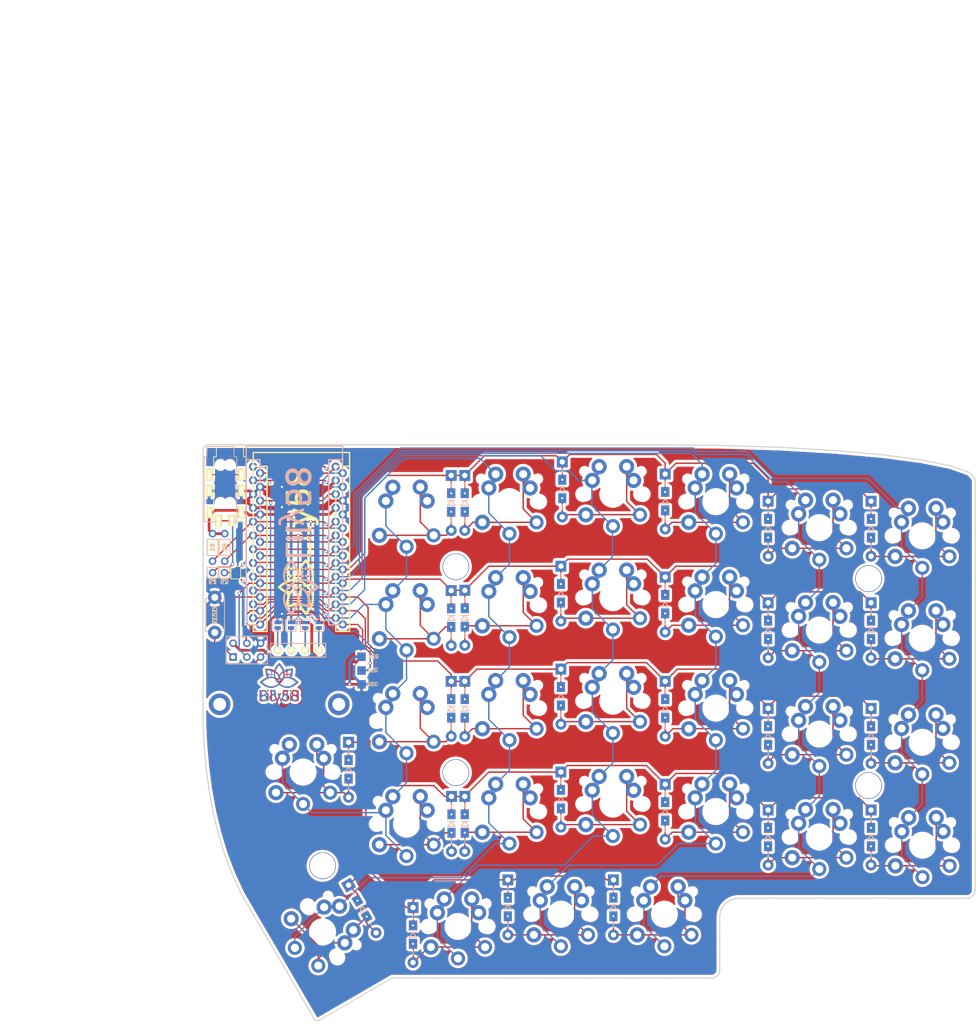
<source format=kicad_pcb>
(kicad_pcb (version 20171130) (host pcbnew 5.1.6-c6e7f7d~87~ubuntu20.04.1)
  (layers (0 F.Cu signal) (31 B.Cu signal) (34 B.Paste user) (35 F.Paste user) (36 B.SilkS user) (37 F.SilkS user) (38 B.Mask user) (39 F.Mask user) (44 Edge.Cuts user))
  (net 0 "")
  (net 1 "Net-(D1-Pad2)")
  (net 2 row4)
  (net 3 "Net-(D2-Pad2)")
  (net 4 "Net-(D3-Pad2)")
  (net 5 row0)
  (net 6 "Net-(D4-Pad2)")
  (net 7 row1)
  (net 8 "Net-(D5-Pad2)")
  (net 9 row2)
  (net 10 "Net-(D6-Pad2)")
  (net 11 row3)
  (net 12 "Net-(D7-Pad2)")
  (net 13 "Net-(D8-Pad2)")
  (net 14 "Net-(D9-Pad2)")
  (net 15 "Net-(D10-Pad2)")
  (net 16 "Net-(D11-Pad2)")
  (net 17 "Net-(D12-Pad2)")
  (net 18 "Net-(D13-Pad2)")
  (net 19 "Net-(D14-Pad2)")
  (net 20 "Net-(D15-Pad2)")
  (net 21 "Net-(D16-Pad2)")
  (net 22 "Net-(D17-Pad2)")
  (net 23 "Net-(D18-Pad2)")
  (net 24 "Net-(D19-Pad2)")
  (net 25 "Net-(D20-Pad2)")
  (net 26 "Net-(D21-Pad2)")
  (net 27 "Net-(D22-Pad2)")
  (net 28 "Net-(D23-Pad2)")
  (net 29 "Net-(D24-Pad2)")
  (net 30 "Net-(D25-Pad2)")
  (net 31 "Net-(D26-Pad2)")
  (net 32 "Net-(D27-Pad2)")
  (net 33 "Net-(D28-Pad2)")
  (net 34 VCC)
  (net 35 GND)
  (net 36 col0)
  (net 37 col1)
  (net 38 col2)
  (net 39 col3)
  (net 40 col4)
  (net 41 col5)
  (net 42 SDA)
  (net 43 LED)
  (net 44 SCL)
  (net 45 RESET)
  (net 46 "Net-(D29-Pad2)")
  (net 47 "Net-(U1-Pad24)")
  (net 48 "Net-(U1-Pad20)")
  (net 49 "Net-(U1-Pad19)")
  (net 50 "Net-(U1-Pad7)")
  (net 51 DATA)
  (net 52 "Net-(J2-Pad4)")
  (net 53 "Net-(J2-Pad3)")
  (net 54 "Net-(JP1-Pad1)")
  (net 55 "Net-(JP2-Pad1)")
  (net 56 "Net-(JP3-Pad1)")
  (net 57 "Net-(JP4-Pad1)")
  (module Lily58-footprint:MJ-4PP-9 (layer F.Cu) (at 87.9 39.3)
    (fp_text reference J2 hide)
    (fp_text value 4PIN hide)
    (pad "" np_thru_hole circle (at -1.75 8.5) (size 1.2 1.2) (drill 1.2) (layers *.Cu *.Mask F.SilkS))
    (pad "" np_thru_hole circle (at -1.75 1.5) (size 1.2 1.2) (drill 1.2) (layers *.Cu *.Mask F.SilkS))
    (pad 1 thru_hole rect (at -3.85 10.3) (size 1.2 2.1) (drill oval 0.5 1.6) (layers *.Cu *.Mask F.SilkS) (net 34 VCC) (clearance 0.15))
    (pad 4 thru_hole rect (at 0.35 11.8) (size 1.2 2.1) (drill oval 0.5 1.6) (layers *.Cu *.Mask F.SilkS) (net 52 "Net-(J2-Pad4)") (clearance 0.15))
    (pad 3 thru_hole rect (at -3.85 3.3) (size 1.2 2.1) (drill oval 0.5 1.6) (layers *.Cu *.Mask F.SilkS) (net 53 "Net-(J2-Pad3)") (clearance 0.15))
    (pad 2 thru_hole rect (at -3.85 6.3) (size 1.2 2.1) (drill oval 0.5 1.6) (layers *.Cu *.Mask F.SilkS) (net 35 GND) (clearance 0.15))
    (pad "" np_thru_hole circle (at 0 1.5) (size 1.2 1.2) (drill 1.2) (layers *.Cu *.Mask F.SilkS))
    (pad "" np_thru_hole circle (at 0 8.5) (size 1.2 1.2) (drill 1.2) (layers *.Cu *.Mask F.SilkS))
    (pad 3 thru_hole rect (at 2.1 3.3) (size 1.2 2.1) (drill oval 0.5 1.6) (layers *.Cu *.Mask F.SilkS) (net 53 "Net-(J2-Pad3)") (clearance 0.15))
    (pad 2 thru_hole rect (at 2.1 6.3) (size 1.2 2.1) (drill oval 0.5 1.6) (layers *.Cu *.Mask F.SilkS) (net 35 GND) (clearance 0.15))
    (pad 1 thru_hole rect (at 2.1 10.3) (size 1.2 2.1) (drill oval 0.5 1.6) (layers *.Cu *.Mask F.SilkS) (net 34 VCC) (clearance 0.15))
    (pad 4 thru_hole rect (at -2.1 11.8) (size 1.2 2.1) (drill oval 0.5 1.6) (layers *.Cu *.Mask F.SilkS) (net 52 "Net-(J2-Pad4)") (clearance 0.15))
  )
  (module Lily58-footprint:lily58_logo_2 (layer F.Cu) (at 97 81.2)
    (fp_text reference G*** hide)
    (fp_text value LOGO hide)
    (fp_poly (pts (xy 0.248955 1.74337) (xy 0.278216 1.748098) (xy 0.289624 1.752258) (xy 0.311575 1.771141) (xy 0.322843 1.79792) (xy 0.322246 1.829519) (xy 0.321123 1.834247) (xy 0.317541 1.844099) (xy 0.308818 1.866378) (xy 0.295362 1.900095) (xy 0.277577 1.944264) (xy 0.255868 1.997897) (xy 0.230642 2.060006) (xy 0.202304 2.129605) (xy 0.171259 2.205707) (xy 0.137914 2.287323) (xy 0.102672 2.373467) (xy 0.065941 2.463151) (xy 0.028126 2.555389) (xy -0.010369 2.649193) (xy -0.049137 2.743575) (xy -0.087772 2.837548) (xy -0.12587 2.930126) (xy -0.163025 3.02032) (xy -0.198831 3.107143) (xy -0.232883 3.189609) (xy -0.264774 3.26673) (xy -0.294101 3.337519) (xy -0.320456 3.400987) (xy -0.343435 3.456149) (xy -0.362632 3.502017) (xy -0.377642 3.537603) (xy -0.388058 3.561921) (xy -0.393476 3.573982) (xy -0.393556 3.574143) (xy -0.430279 3.63507) (xy -0.476215 3.692137) (xy -0.528408 3.742315) (xy -0.583901 3.782573) (xy -0.612033 3.79807) (xy -0.685239 3.826573) (xy -0.760318 3.84174) (xy -0.835286 3.843303) (xy -0.889691 3.835508) (xy -0.931644 3.824122) (xy -0.974036 3.808767) (xy -1.011414 3.791593) (xy -1.032146 3.779319) (xy -1.048265 3.762135) (xy -1.060005 3.738689) (xy -1.060452 3.737257) (xy -1.064378 3.721239) (xy -1.064356 3.707443) (xy -1.059476 3.69121) (xy -1.048827 3.667879) (xy -1.045632 3.661356) (xy -1.024527 3.625599) (xy -1.001844 3.603255) (xy -0.975443 3.593556) (xy -0.943181 3.595732) (xy -0.902917 3.609015) (xy -0.901481 3.609612) (xy -0.847768 3.627554) (xy -0.799789 3.633298) (xy -0.755054 3.626606) (xy -0.711074 3.60724) (xy -0.683008 3.588701) (xy -0.654263 3.564197) (xy -0.627125 3.533603) (xy -0.600547 3.495264) (xy -0.573481 3.447528) (xy -0.54488 3.388739) (xy -0.518904 3.329609) (xy -0.466753 3.206539) (xy -0.75589 2.520039) (xy -0.805414 2.402222) (xy -0.850779 2.293819) (xy -0.89182 2.195238) (xy -0.92837 2.106889) (xy -0.960264 2.029179) (xy -0.987334 1.962516) (xy -1.009415 1.907309) (xy -1.026341 1.863966) (xy -1.037945 1.832895) (xy -1.044061 1.814505) (xy -1.045028 1.809803) (xy -1.038695 1.783185) (xy -1.027525 1.765705) (xy -1.018641 1.756317) (xy -1.009216 1.750244) (xy -0.995872 1.746629) (xy -0.975233 1.744619) (xy -0.943919 1.743357) (xy -0.938625 1.743196) (xy -0.894339 1.743534) (xy -0.861559 1.748263) (xy -0.837681 1.758361) (xy -0.820105 1.774806) (xy -0.809596 1.791693) (xy -0.804667 1.802697) (xy -0.794857 1.825894) (xy -0.780685 1.860006) (xy -0.762666 1.903751) (xy -0.74132 1.955851) (xy -0.717162 2.015025) (xy -0.69071 2.079994) (xy -0.662482 2.149478) (xy -0.632994 2.222197) (xy -0.602765 2.296871) (xy -0.57231 2.372221) (xy -0.542147 2.446967) (xy -0.512794 2.519828) (xy -0.484768 2.589526) (xy -0.458586 2.654781) (xy -0.434765 2.714312) (xy -0.413823 2.76684) (xy -0.396277 2.811085) (xy -0.382644 2.845768) (xy -0.373441 2.869608) (xy -0.369185 2.881326) (xy -0.369141 2.881472) (xy -0.362725 2.899275) (xy -0.357014 2.909303) (xy -0.3556 2.910115) (xy -0.350651 2.903867) (xy -0.344225 2.88822) (xy -0.342019 2.881339) (xy -0.337854 2.869641) (xy -0.328819 2.84581) (xy -0.315422 2.811128) (xy -0.298173 2.766877) (xy -0.277582 2.714337) (xy -0.254157 2.654791) (xy -0.228408 2.589519) (xy -0.200845 2.519805) (xy -0.171976 2.446928) (xy -0.142311 2.37217) (xy -0.11236 2.296814) (xy -0.082631 2.222141) (xy -0.053635 2.149431) (xy -0.02588 2.079967) (xy 0.000123 2.01503) (xy 0.023867 1.955902) (xy 0.044841 1.903864) (xy 0.062536 1.860198) (xy 0.076443 1.826185) (xy 0.086052 1.803107) (xy 0.090854 1.792246) (xy 0.090865 1.792223) (xy 0.107401 1.768947) (xy 0.130164 1.753472) (xy 0.161591 1.744759) (xy 0.204116 1.741766) (xy 0.209003 1.741742) (xy 0.248955 1.74337)) (layer F.Cu) (width 0.01))
    (fp_poly (pts (xy -1.422438 1.162965) (xy -1.38598 1.170438) (xy -1.360688 1.185037) (xy -1.351386 1.195939) (xy -1.34949 1.199587) (xy -1.347787 1.20496) (xy -1.346262 1.212842) (xy -1.344901 1.224018) (xy -1.343688 1.239271) (xy -1.34261 1.259385) (xy -1.341652 1.285144) (xy -1.340799 1.317333) (xy -1.340038 1.356734) (xy -1.339353 1.404131) (xy -1.338731 1.46031) (xy -1.338156 1.526052) (xy -1.337615 1.602144) (xy -1.337093 1.689367) (xy -1.336575 1.788507) (xy -1.336047 1.900347) (xy -1.335495 2.02567) (xy -1.335314 2.067963) (xy -1.331685 2.921) (xy -1.313543 2.957275) (xy -1.289234 2.993028) (xy -1.257472 3.016653) (xy -1.216691 3.029291) (xy -1.214045 3.029707) (xy -1.175334 3.038829) (xy -1.148963 3.053127) (xy -1.133527 3.073197) (xy -1.127788 3.095302) (xy -1.125239 3.125515) (xy -1.125802 3.158155) (xy -1.129396 3.187543) (xy -1.1354 3.206996) (xy -1.154536 3.228425) (xy -1.185302 3.241734) (xy -1.22721 3.246793) (xy -1.273628 3.244233) (xy -1.344484 3.22963) (xy -1.406436 3.203704) (xy -1.459071 3.166818) (xy -1.501977 3.119333) (xy -1.534742 3.061613) (xy -1.556601 2.995525) (xy -1.558246 2.986898) (xy -1.559719 2.975207) (xy -1.561029 2.959679) (xy -1.562186 2.939543) (xy -1.563199 2.914026) (xy -1.564076 2.882357) (xy -1.564828 2.843764) (xy -1.565463 2.797475) (xy -1.565991 2.742719) (xy -1.56642 2.678722) (xy -1.566759 2.604714) (xy -1.567019 2.519922) (xy -1.567207 2.423574) (xy -1.567334 2.3149) (xy -1.567408 2.193126) (xy -1.567435 2.0811) (xy -1.567543 1.212172) (xy -1.546527 1.188651) (xy -1.534562 1.176463) (xy -1.522776 1.16914) (xy -1.506775 1.165155) (xy -1.482164 1.162979) (xy -1.470932 1.162374) (xy -1.422438 1.162965)) (layer F.Cu) (width 0.01))
    (fp_poly (pts (xy 1.300995 1.172034) (xy 1.384164 1.17211) (xy 1.454924 1.172349) (xy 1.514327 1.172843) (xy 1.563425 1.173681) (xy 1.603271 1.174957) (xy 1.634916 1.176762) (xy 1.659415 1.179186) (xy 1.677818 1.182321) (xy 1.691179 1.18626) (xy 1.700549 1.191092) (xy 1.706981 1.19691) (xy 1.711528 1.203806) (xy 1.715242 1.211869) (xy 1.717207 1.216589) (xy 1.722865 1.239214) (xy 1.72612 1.270807) (xy 1.726896 1.306008) (xy 1.725117 1.33946) (xy 1.720705 1.365804) (xy 1.7194 1.370038) (xy 1.707544 1.390545) (xy 1.692186 1.405593) (xy 1.686985 1.408578) (xy 1.680091 1.411093) (xy 1.670265 1.413186) (xy 1.656265 1.414907) (xy 1.63685 1.416306) (xy 1.610779 1.41743) (xy 1.576813 1.418331) (xy 1.533709 1.419056) (xy 1.480227 1.419655) (xy 1.415126 1.420178) (xy 1.337165 1.420673) (xy 1.3081 1.420841) (xy 1.236886 1.421365) (xy 1.170268 1.422088) (xy 1.109617 1.422977) (xy 1.056303 1.424003) (xy 1.011697 1.425133) (xy 0.977169 1.426337) (xy 0.95409 1.427583) (xy 0.943831 1.428841) (xy 0.943429 1.429137) (xy 0.942639 1.437549) (xy 0.940392 1.45872) (xy 0.936872 1.490989) (xy 0.932261 1.532694) (xy 0.926745 1.582174) (xy 0.920506 1.637766) (xy 0.914084 1.69466) (xy 0.907415 1.754333) (xy 0.901433 1.80932) (xy 0.896302 1.857986) (xy 0.892188 1.898701) (xy 0.889255 1.92983) (xy 0.88767 1.949742) (xy 0.887568 1.956788) (xy 0.895157 1.955634) (xy 0.911952 1.949758) (xy 0.929613 1.94245) (xy 1.004434 1.917014) (xy 1.086668 1.902242) (xy 1.173929 1.898095) (xy 1.263825 1.904534) (xy 1.35397 1.92152) (xy 1.441974 1.949014) (xy 1.446975 1.950935) (xy 1.518086 1.982949) (xy 1.581342 2.021528) (xy 1.641237 2.069636) (xy 1.673431 2.100284) (xy 1.728936 2.161604) (xy 1.772585 2.223547) (xy 1.806722 2.289734) (xy 1.823006 2.331262) (xy 1.850309 2.429008) (xy 1.863101 2.526887) (xy 1.861381 2.624844) (xy 1.845147 2.722823) (xy 1.82794 2.783115) (xy 1.790891 2.872628) (xy 1.741971 2.954468) (xy 1.682047 3.027919) (xy 1.611986 3.092265) (xy 1.532654 3.14679) (xy 1.44492 3.190778) (xy 1.349649 3.223513) (xy 1.274492 3.240125) (xy 1.224769 3.246216) (xy 1.166737 3.249459) (xy 1.106334 3.249788) (xy 1.049498 3.247132) (xy 1.012987 3.243169) (xy 0.920321 3.223204) (xy 0.82865 3.191173) (xy 0.741008 3.148552) (xy 0.660429 3.096818) (xy 0.589947 3.037449) (xy 0.589643 3.037152) (xy 0.567448 3.014884) (xy 0.553935 2.998875) (xy 0.546993 2.985677) (xy 0.544513 2.971845) (xy 0.544286 2.963045) (xy 0.545624 2.947052) (xy 0.550728 2.931219) (xy 0.56123 2.91223) (xy 0.578766 2.88677) (xy 0.588183 2.873939) (xy 0.617198 2.837361) (xy 0.642422 2.812964) (xy 0.666207 2.800514) (xy 0.690906 2.79978) (xy 0.718873 2.810526) (xy 0.752458 2.832521) (xy 0.780989 2.854825) (xy 0.832439 2.891461) (xy 0.890884 2.924521) (xy 0.950687 2.951087) (xy 0.994229 2.965309) (xy 1.036743 2.973129) (xy 1.087743 2.977252) (xy 1.141917 2.97768) (xy 1.193957 2.974414) (xy 1.238552 2.967456) (xy 1.24761 2.965223) (xy 1.325509 2.937504) (xy 1.393958 2.899349) (xy 1.452337 2.851432) (xy 1.500026 2.794425) (xy 1.536406 2.729002) (xy 1.560857 2.655837) (xy 1.568407 2.616616) (xy 1.571825 2.545843) (xy 1.56183 2.475575) (xy 1.539448 2.407804) (xy 1.505707 2.344524) (xy 1.46163 2.287725) (xy 1.408245 2.2394) (xy 1.357534 2.207118) (xy 1.309307 2.183988) (xy 1.26342 2.167853) (xy 1.215037 2.157494) (xy 1.159318 2.15169) (xy 1.132115 2.150299) (xy 1.069713 2.149651) (xy 1.016059 2.153743) (xy 0.965884 2.16355) (xy 0.913917 2.180048) (xy 0.865378 2.199637) (xy 0.828479 2.214745) (xy 0.800006 2.224116) (xy 0.775614 2.228916) (xy 0.751115 2.23031) (xy 0.704535 2.225493) (xy 0.664704 2.211508) (xy 0.633458 2.189583) (xy 0.612633 2.160947) (xy 0.604496 2.132238) (xy 0.60446 2.117791) (xy 0.605924 2.090838) (xy 0.608723 2.052925) (xy 0.612695 2.005598) (xy 0.617677 1.950406) (xy 0.623505 1.888893) (xy 0.630016 1.822608) (xy 0.637046 1.753097) (xy 0.644433 1.681907) (xy 0.652013 1.610584) (xy 0.659623 1.540677) (xy 0.667099 1.47373) (xy 0.674278 1.411292) (xy 0.680998 1.354909) (xy 0.687094 1.306127) (xy 0.692403 1.266494) (xy 0.696763 1.237557) (xy 0.700009 1.220862) (xy 0.701018 1.217839) (xy 0.715174 1.19865) (xy 0.730986 1.184797) (xy 0.735763 1.182187) (xy 0.742249 1.179957) (xy 0.751544 1.178077) (xy 0.76475 1.176519) (xy 0.782964 1.175251) (xy 0.807287 1.174245) (xy 0.838818 1.17347) (xy 0.878658 1.172898) (xy 0.927907 1.172498) (xy 0.987663 1.172241) (xy 1.059027 1.172098) (xy 1.143098 1.172037) (xy 1.204364 1.172029) (xy 1.300995 1.172034)) (layer F.Cu) (width 0.01))
    (fp_poly (pts (xy 2.929251 1.141304) (xy 2.993591 1.146052) (xy 3.052515 1.15364) (xy 3.098884 1.163169) (xy 3.192044 1.193582) (xy 3.274312 1.233389) (xy 3.346042 1.282806) (xy 3.407589 1.342052) (xy 3.426156 1.364343) (xy 3.470955 1.432554) (xy 3.502997 1.50644) (xy 3.522409 1.584986) (xy 3.529316 1.667178) (xy 3.523843 1.752003) (xy 3.506116 1.838445) (xy 3.47626 1.925492) (xy 3.434401 2.012128) (xy 3.380664 2.09734) (xy 3.326948 2.166474) (xy 3.288627 2.211647) (xy 3.340396 2.247009) (xy 3.40958 2.30132) (xy 3.468212 2.36208) (xy 3.515135 2.427825) (xy 3.549189 2.497091) (xy 3.557842 2.521857) (xy 3.567692 2.566305) (xy 3.573192 2.619449) (xy 3.574278 2.676118) (xy 3.570887 2.731141) (xy 3.562956 2.779348) (xy 3.561085 2.786743) (xy 3.530519 2.872814) (xy 3.487386 2.952047) (xy 3.432256 3.023769) (xy 3.365704 3.087304) (xy 3.288301 3.141978) (xy 3.234678 3.171344) (xy 3.170316 3.200217) (xy 3.108343 3.221352) (xy 3.044574 3.235713) (xy 2.974824 3.244265) (xy 2.902857 3.247805) (xy 2.859794 3.248283) (xy 2.818044 3.247825) (xy 2.781514 3.246536) (xy 2.754111 3.244522) (xy 2.746975 3.2436) (xy 2.652879 3.223132) (xy 2.561807 3.192273) (xy 2.47696 3.152342) (xy 2.40154 3.10466) (xy 2.391229 3.096915) (xy 2.325087 3.03713) (xy 2.268214 2.96737) (xy 2.222175 2.889946) (xy 2.188538 2.807173) (xy 2.183374 2.789961) (xy 2.175542 2.758293) (xy 2.170543 2.726915) (xy 2.167847 2.691039) (xy 2.166922 2.645879) (xy 2.166908 2.6416) (xy 2.168078 2.610809) (xy 2.453027 2.610809) (xy 2.456105 2.665536) (xy 2.464803 2.714174) (xy 2.467322 2.723002) (xy 2.494276 2.786304) (xy 2.533568 2.844112) (xy 2.583597 2.894977) (xy 2.642763 2.937452) (xy 2.709463 2.970086) (xy 2.757715 2.985762) (xy 2.794013 2.992206) (xy 2.839327 2.995751) (xy 2.88845 2.996396) (xy 2.936177 2.99414) (xy 2.9773 2.988981) (xy 2.991896 2.985809) (xy 3.059484 2.962556) (xy 3.119368 2.930629) (xy 3.170954 2.891388) (xy 3.213646 2.846197) (xy 3.24685 2.796415) (xy 3.26997 2.743407) (xy 3.282412 2.688532) (xy 3.28358 2.633154) (xy 3.272881 2.578635) (xy 3.249718 2.526335) (xy 3.21376 2.477903) (xy 3.192533 2.456421) (xy 3.169132 2.436192) (xy 3.14208 2.416383) (xy 3.109896 2.396162) (xy 3.071101 2.374695) (xy 3.024216 2.351149) (xy 2.967762 2.324694) (xy 2.900259 2.294494) (xy 2.845502 2.270622) (xy 2.697432 2.206569) (xy 2.662703 2.232062) (xy 2.611751 2.275314) (xy 2.564389 2.326613) (xy 2.522953 2.382722) (xy 2.489777 2.440406) (xy 2.467196 2.496427) (xy 2.464098 2.50737) (xy 2.455662 2.556064) (xy 2.453027 2.610809) (xy 2.168078 2.610809) (xy 2.169539 2.572399) (xy 2.178587 2.511227) (xy 2.195291 2.452555) (xy 2.220887 2.390855) (xy 2.224899 2.382392) (xy 2.256135 2.326952) (xy 2.296787 2.269269) (xy 2.34371 2.212997) (xy 2.393758 2.161793) (xy 2.443787 2.119312) (xy 2.462906 2.105703) (xy 2.491041 2.08691) (xy 2.466535 2.069035) (xy 2.451589 2.056701) (xy 2.429648 2.03681) (xy 2.403808 2.012237) (xy 2.38025 1.988966) (xy 2.329332 1.931348) (xy 2.291663 1.873317) (xy 2.266154 1.812219) (xy 2.251713 1.745402) (xy 2.247617 1.6764) (xy 2.529354 1.6764) (xy 2.529967 1.710789) (xy 2.532148 1.735549) (xy 2.536831 1.755553) (xy 2.544954 1.775673) (xy 2.5507 1.787502) (xy 2.575694 1.826157) (xy 2.611715 1.866305) (xy 2.655893 1.905243) (xy 2.70536 1.940265) (xy 2.72528 1.952172) (xy 2.749272 1.964916) (xy 2.781351 1.980726) (xy 2.819309 1.998637) (xy 2.860939 2.017685) (xy 2.904035 2.036904) (xy 2.946389 2.05533) (xy 2.985796 2.071998) (xy 3.020049 2.085944) (xy 3.04694 2.096201) (xy 3.064263 2.101807) (xy 3.06919 2.102529) (xy 3.07802 2.096364) (xy 3.092789 2.081254) (xy 3.110877 2.059976) (xy 3.118622 2.050143) (xy 3.15795 1.992348) (xy 3.192016 1.928994) (xy 3.219532 1.863388) (xy 3.239207 1.798834) (xy 3.249753 1.738638) (xy 3.2512 1.710354) (xy 3.244713 1.641795) (xy 3.225777 1.57988) (xy 3.19518 1.5253) (xy 3.153709 1.478742) (xy 3.102152 1.440897) (xy 3.041296 1.412454) (xy 2.971929 1.394103) (xy 2.894838 1.386532) (xy 2.881086 1.386367) (xy 2.804157 1.391991) (xy 2.7343 1.408508) (xy 2.672511 1.43538) (xy 2.619783 1.47207) (xy 2.57711 1.51804) (xy 2.548564 1.565961) (xy 2.539026 1.588277) (xy 2.533217 1.608637) (xy 2.530281 1.631966) (xy 2.52936 1.663191) (xy 2.529354 1.6764) (xy 2.247617 1.6764) (xy 2.247249 1.670212) (xy 2.247274 1.665515) (xy 2.254747 1.579725) (xy 2.275241 1.499453) (xy 2.308089 1.425386) (xy 2.352625 1.358214) (xy 2.408183 1.298626) (xy 2.474094 1.247311) (xy 2.549692 1.204959) (xy 2.634311 1.172258) (xy 2.727284 1.149898) (xy 2.749588 1.146318) (xy 2.802664 1.141216) (xy 2.86408 1.139619) (xy 2.929251 1.141304)) (layer F.Cu) (width 0.01))
    (fp_poly (pts (xy -3.493894 1.162254) (xy -3.462656 1.164125) (xy -3.441948 1.167249) (xy -3.42779 1.172639) (xy -3.416199 1.181314) (xy -3.415055 1.182376) (xy -3.399942 1.202035) (xy -3.389319 1.225202) (xy -3.389115 1.225918) (xy -3.387953 1.237468) (xy -3.386883 1.263198) (xy -3.38591 1.302776) (xy -3.385034 1.355868) (xy -3.38426 1.422141) (xy -3.383589 1.501263) (xy -3.383024 1.592899) (xy -3.382568 1.696716) (xy -3.382224 1.812382) (xy -3.381994 1.939563) (xy -3.381881 2.077925) (xy -3.381869 2.135252) (xy -3.381828 3.018647) (xy -2.93565 3.020624) (xy -2.489472 3.0226) (xy -2.46575 3.046324) (xy -2.45343 3.059618) (xy -2.44633 3.071774) (xy -2.44302 3.087426) (xy -2.442069 3.111211) (xy -2.442028 3.123198) (xy -2.444158 3.162943) (xy -2.451316 3.191395) (xy -2.46466 3.211251) (xy -2.485347 3.225206) (xy -2.485904 3.225472) (xy -2.49805 3.227798) (xy -2.523219 3.229882) (xy -2.559984 3.231723) (xy -2.60692 3.233322) (xy -2.6626 3.234678) (xy -2.725599 3.235792) (xy -2.79449 3.236664) (xy -2.867847 3.237294) (xy -2.944245 3.237683) (xy -3.022257 3.23783) (xy -3.100457 3.237736) (xy -3.177419 3.237401) (xy -3.251717 3.236826) (xy -3.321925 3.236009) (xy -3.386616 3.234953) (xy -3.444366 3.233656) (xy -3.493747 3.232119) (xy -3.533334 3.230342) (xy -3.5617 3.228326) (xy -3.57742 3.22607) (xy -3.579494 3.225326) (xy -3.585363 3.22242) (xy -3.590657 3.21991) (xy -3.595406 3.217073) (xy -3.59964 3.213184) (xy -3.603387 3.20752) (xy -3.606678 3.199356) (xy -3.609542 3.187969) (xy -3.612009 3.172635) (xy -3.614107 3.15263) (xy -3.615867 3.12723) (xy -3.617318 3.09571) (xy -3.618489 3.057348) (xy -3.619411 3.01142) (xy -3.620111 2.9572) (xy -3.620621 2.893966) (xy -3.620969 2.820994) (xy -3.621185 2.737559) (xy -3.621299 2.642938) (xy -3.621339 2.536406) (xy -3.621336 2.417241) (xy -3.621319 2.284717) (xy -3.621314 2.198915) (xy -3.621328 2.057983) (xy -3.621349 1.930843) (xy -3.621345 1.816771) (xy -3.621285 1.715043) (xy -3.621138 1.624937) (xy -3.620871 1.54573) (xy -3.620455 1.476697) (xy -3.619856 1.417116) (xy -3.619045 1.366264) (xy -3.617988 1.323417) (xy -3.616656 1.287853) (xy -3.615016 1.258848) (xy -3.613037 1.235679) (xy -3.610688 1.217623) (xy -3.607937 1.203956) (xy -3.604752 1.193956) (xy -3.601103 1.186898) (xy -3.596958 1.182061) (xy -3.592285 1.178721) (xy -3.587053 1.176154) (xy -3.58123 1.173638) (xy -3.576648 1.171448) (xy -3.558925 1.165031) (xy -3.53516 1.16201) (xy -3.501579 1.161965) (xy -3.493894 1.162254)) (layer F.Cu) (width 0.01))
    (fp_poly (pts (xy -2.099347 1.742825) (xy -2.069088 1.744379) (xy -2.049378 1.746851) (xy -2.036255 1.751501) (xy -2.025758 1.759588) (xy -2.01689 1.769043) (xy -1.995714 1.792743) (xy -1.995714 3.185657) (xy -2.01689 3.209357) (xy -2.028101 3.221028) (xy -2.038776 3.228197) (xy -2.052912 3.232118) (xy -2.074506 3.234044) (xy -2.098533 3.234949) (xy -2.141248 3.234519) (xy -2.171617 3.23002) (xy -2.182857 3.226114) (xy -2.19027 3.222918) (xy -2.196824 3.219822) (xy -2.202571 3.215963) (xy -2.207565 3.210477) (xy -2.211858 3.2025) (xy -2.215503 3.191169) (xy -2.218553 3.175619) (xy -2.22106 3.154987) (xy -2.223079 3.128409) (xy -2.224661 3.095021) (xy -2.225859 3.05396) (xy -2.226726 3.004362) (xy -2.227316 2.945362) (xy -2.22768 2.876098) (xy -2.227872 2.795706) (xy -2.227945 2.703321) (xy -2.227951 2.59808) (xy -2.227943 2.4892) (xy -2.227951 2.371608) (xy -2.22794 2.267661) (xy -2.227858 2.176493) (xy -2.227655 2.097233) (xy -2.227277 2.029015) (xy -2.226673 1.970969) (xy -2.225791 1.922228) (xy -2.22458 1.881923) (xy -2.222987 1.849186) (xy -2.220961 1.823149) (xy -2.21845 1.802943) (xy -2.215402 1.787699) (xy -2.211765 1.776551) (xy -2.207488 1.768629) (xy -2.202519 1.763065) (xy -2.196805 1.758991) (xy -2.190295 1.755538) (xy -2.183971 1.752379) (xy -2.166714 1.745901) (xy -2.144306 1.742714) (xy -2.112823 1.742372) (xy -2.099347 1.742825)) (layer F.Cu) (width 0.01))
    (fp_poly (pts (xy -2.090489 1.162223) (xy -2.060579 1.163924) (xy -2.041134 1.16659) (xy -2.028107 1.171538) (xy -2.017453 1.180084) (xy -2.009558 1.188556) (xy -2.000823 1.198791) (xy -1.994908 1.208369) (xy -1.991264 1.220278) (xy -1.989341 1.237506) (xy -1.988588 1.263043) (xy -1.988457 1.299877) (xy -1.988457 1.303249) (xy -1.989034 1.33932) (xy -1.990606 1.371025) (xy -1.992937 1.395033) (xy -1.99579 1.408012) (xy -1.995929 1.408288) (xy -2.010359 1.425057) (xy -2.033673 1.436242) (xy -2.067609 1.442389) (xy -2.109654 1.444065) (xy -2.142504 1.442961) (xy -2.170466 1.440088) (xy -2.189209 1.435928) (xy -2.191657 1.434892) (xy -2.210017 1.421795) (xy -2.222739 1.402495) (xy -2.230447 1.374928) (xy -2.233759 1.337027) (xy -2.233591 1.2954) (xy -2.23049 1.247041) (xy -2.223294 1.211333) (xy -2.210195 1.186597) (xy -2.189389 1.171153) (xy -2.15907 1.16332) (xy -2.117432 1.161417) (xy -2.090489 1.162223)) (layer F.Cu) (width 0.01))
    (fp_poly (pts (xy 0.078092 -3.748263) (xy 0.237453 -3.575434) (xy 0.386427 -3.392484) (xy 0.524948 -3.19949) (xy 0.548489 -3.164114) (xy 0.656724 -2.98901) (xy 0.750642 -2.814569) (xy 0.83023 -2.640857) (xy 0.895475 -2.467939) (xy 0.946363 -2.29588) (xy 0.98288 -2.124745) (xy 1.005013 -1.9546) (xy 1.012748 -1.785509) (xy 1.006072 -1.617539) (xy 0.98497 -1.450753) (xy 0.949431 -1.285218) (xy 0.943993 -1.264693) (xy 0.935685 -1.233985) (xy 0.864316 -1.211813) (xy 0.825821 -1.199395) (xy 0.784696 -1.185396) (xy 0.747902 -1.172208) (xy 0.736557 -1.167926) (xy 0.710323 -1.158407) (xy 0.689601 -1.151981) (xy 0.677785 -1.149658) (xy 0.676399 -1.149982) (xy 0.676674 -1.158133) (xy 0.680561 -1.176823) (xy 0.687318 -1.20275) (xy 0.691518 -1.217319) (xy 0.729788 -1.368959) (xy 0.754242 -1.520192) (xy 0.764833 -1.671442) (xy 0.761512 -1.823133) (xy 0.74423 -1.975688) (xy 0.71294 -2.12953) (xy 0.667593 -2.285083) (xy 0.608141 -2.44277) (xy 0.534535 -2.603016) (xy 0.532958 -2.60617) (xy 0.493733 -2.682587) (xy 0.456381 -2.750847) (xy 0.417788 -2.816314) (xy 0.37484 -2.884351) (xy 0.345938 -2.928257) (xy 0.276796 -3.027892) (xy 0.201006 -3.129752) (xy 0.122143 -3.229243) (xy 0.043777 -3.321775) (xy 0.012809 -3.356428) (xy -0.020192 -3.392714) (xy -0.036297 -3.3782) (xy -0.050449 -3.363876) (xy -0.071852 -3.340211) (xy -0.098778 -3.309267) (xy -0.129496 -3.273104) (xy -0.162278 -3.233784) (xy -0.195392 -3.193368) (xy -0.22711 -3.153916) (xy -0.255702 -3.117491) (xy -0.262522 -3.108624) (xy -0.331453 -3.014616) (xy -0.400239 -2.913451) (xy -0.465221 -2.810703) (xy -0.521506 -2.714171) (xy -0.543533 -2.673297) (xy -0.566606 -2.62835) (xy -0.589898 -2.58117) (xy -0.61258 -2.533596) (xy -0.633826 -2.487467) (xy -0.652808 -2.444622) (xy -0.668697 -2.406902) (xy -0.680667 -2.376144) (xy -0.68789 -2.354189) (xy -0.689537 -2.342875) (xy -0.689006 -2.341943) (xy -0.682045 -2.337037) (xy -0.665794 -2.325755) (xy -0.642919 -2.309945) (xy -0.624114 -2.296981) (xy -0.492716 -2.197747) (xy -0.370449 -2.087318) (xy -0.257293 -1.965665) (xy -0.153229 -1.832762) (xy -0.058238 -1.688581) (xy 0.027699 -1.533096) (xy 0.104601 -1.366278) (xy 0.172488 -1.188101) (xy 0.188841 -1.139371) (xy 0.2029 -1.095706) (xy 0.216013 -1.053852) (xy 0.227224 -1.016944) (xy 0.235578 -0.988118) (xy 0.239609 -0.972785) (xy 0.244495 -0.949793) (xy 0.245199 -0.936682) (xy 0.241427 -0.929348) (xy 0.236232 -0.925613) (xy 0.225568 -0.918954) (xy 0.205448 -0.906154) (xy 0.178601 -0.888959) (xy 0.147758 -0.869113) (xy 0.142623 -0.8658) (xy 0.112477 -0.8469) (xy 0.086769 -0.831824) (xy 0.067864 -0.821883) (xy 0.058127 -0.818386) (xy 0.057434 -0.818629) (xy 0.053771 -0.82752) (xy 0.047625 -0.846943) (xy 0.040087 -0.873359) (xy 0.036852 -0.885371) (xy -0.010296 -1.043231) (xy -0.066363 -1.19516) (xy -0.130692 -1.339967) (xy -0.202624 -1.476463) (xy -0.2815 -1.603456) (xy -0.366663 -1.719757) (xy -0.457452 -1.824176) (xy -0.513158 -1.87951) (xy -0.632074 -1.98128) (xy -0.761849 -2.073745) (xy -0.902527 -2.156921) (xy -1.054154 -2.230826) (xy -1.216775 -2.295474) (xy -1.390436 -2.350883) (xy -1.57518 -2.39707) (xy -1.771055 -2.434049) (xy -1.978104 -2.461839) (xy -2.165406 -2.478418) (xy -2.229869 -2.482856) (xy -2.224829 -2.400757) (xy -2.205247 -2.180459) (xy -2.174058 -1.968746) (xy -2.131221 -1.765436) (xy -2.076693 -1.570344) (xy -2.010433 -1.383287) (xy -1.975468 -1.298651) (xy -1.961176 -1.265617) (xy -1.864145 -1.281947) (xy -1.699162 -1.302736) (xy -1.533849 -1.30957) (xy -1.367979 -1.302401) (xy -1.201324 -1.28118) (xy -1.033654 -1.245857) (xy -0.864743 -1.196384) (xy -0.694361 -1.132712) (xy -0.52228 -1.054792) (xy -0.348273 -0.962575) (xy -0.332609 -0.953629) (xy -0.290312 -0.928795) (xy -0.245647 -0.901635) (xy -0.200663 -0.873489) (xy -0.15741 -0.845697) (xy -0.117937 -0.819599) (xy -0.084293 -0.796534) (xy -0.058527 -0.777843) (xy -0.042687 -0.764863) (xy -0.040505 -0.762653) (xy -0.034204 -0.754723) (xy -0.032838 -0.747322) (xy -0.037659 -0.737341) (xy -0.049918 -0.721673) (xy -0.06331 -0.705987) (xy -0.086219 -0.67794) (xy -0.109796 -0.646818) (xy -0.126618 -0.622786) (xy -0.15381 -0.581543) (xy -0.220993 -0.628059) (xy -0.358992 -0.717374) (xy -0.502026 -0.79805) (xy -0.648322 -0.869374) (xy -0.796109 -0.930631) (xy -0.943613 -0.981105) (xy -1.089064 -1.020083) (xy -1.23069 -1.04685) (xy -1.273628 -1.052567) (xy -1.329853 -1.057413) (xy -1.395797 -1.060096) (xy -1.466835 -1.06066) (xy -1.538338 -1.059146) (xy -1.605683 -1.055597) (xy -1.664241 -1.050056) (xy -1.673221 -1.048888) (xy -1.828826 -1.020701) (xy -1.986462 -0.978541) (xy -2.14551 -0.922702) (xy -2.305349 -0.85348) (xy -2.46536 -0.771172) (xy -2.624924 -0.676073) (xy -2.78342 -0.568478) (xy -2.940229 -0.448685) (xy -2.954243 -0.437311) (xy -2.989713 -0.408064) (xy -3.025558 -0.377957) (xy -3.058295 -0.349949) (xy -3.084443 -0.327002) (xy -3.091543 -0.320577) (xy -3.138714 -0.277352) (xy -3.120571 -0.257535) (xy -3.093013 -0.229962) (xy -3.055232 -0.195885) (xy -3.009125 -0.156786) (xy -2.956587 -0.114146) (xy -2.899516 -0.069448) (xy -2.839808 -0.024173) (xy -2.779359 0.020196) (xy -2.720067 0.062179) (xy -2.663827 0.100293) (xy -2.656114 0.105361) (xy -2.505598 0.198671) (xy -2.35881 0.27899) (xy -2.214321 0.346897) (xy -2.070706 0.40297) (xy -1.926536 0.447787) (xy -1.780385 0.481926) (xy -1.685872 0.498329) (xy -1.631307 0.504546) (xy -1.566449 0.508662) (xy -1.495366 0.510683) (xy -1.422125 0.510612) (xy -1.350793 0.508454) (xy -1.28544 0.504211) (xy -1.230131 0.497888) (xy -1.230085 0.497881) (xy -1.074248 0.467633) (xy -0.916109 0.423613) (xy -0.756602 0.366201) (xy -0.596661 0.295775) (xy -0.43722 0.212711) (xy -0.279213 0.11739) (xy -0.261505 0.105874) (xy -0.201811 0.06412) (xy -0.154119 0.024568) (xy -0.11649 -0.014613) (xy -0.086982 -0.055252) (xy -0.082232 -0.06312) (xy -0.057692 -0.114616) (xy -0.038673 -0.17393) (xy -0.027063 -0.234824) (xy -0.025473 -0.250371) (xy -0.020011 -0.305733) (xy -0.013157 -0.350465) (xy -0.004008 -0.388443) (xy 0.008337 -0.423545) (xy 0.021802 -0.453571) (xy 0.0395 -0.486217) (xy 0.060499 -0.51928) (xy 0.08069 -0.546366) (xy 0.083588 -0.549737) (xy 0.100765 -0.566672) (xy 0.124906 -0.587141) (xy 0.153748 -0.609587) (xy 0.185025 -0.632447) (xy 0.216474 -0.654163) (xy 0.245829 -0.673174) (xy 0.270826 -0.68792) (xy 0.289201 -0.696842) (xy 0.298689 -0.698378) (xy 0.298995 -0.698136) (xy 0.303347 -0.686558) (xy 0.306633 -0.66367) (xy 0.308794 -0.632641) (xy 0.309774 -0.596638) (xy 0.309515 -0.558831) (xy 0.307959 -0.522388) (xy 0.305051 -0.490478) (xy 0.303004 -0.476836) (xy 0.292858 -0.420273) (xy 0.309234 -0.440551) (xy 0.323794 -0.460468) (xy 0.343881 -0.490605) (xy 0.36799 -0.528483) (xy 0.394614 -0.571626) (xy 0.422243 -0.617559) (xy 0.449372 -0.663805) (xy 0.474494 -0.707886) (xy 0.4961 -0.747328) (xy 0.497115 -0.749235) (xy 0.547915 -0.844868) (xy 0.619087 -0.87664) (xy 0.651372 -0.890667) (xy 0.687309 -0.905655) (xy 0.724408 -0.920641) (xy 0.760177 -0.93466) (xy 0.792124 -0.94675) (xy 0.817759 -0.955947) (xy 0.834589 -0.961288) (xy 0.840096 -0.962095) (xy 0.838993 -0.953818) (xy 0.83191 -0.934555) (xy 0.819731 -0.906106) (xy 0.803342 -0.870272) (xy 0.783628 -0.828854) (xy 0.761473 -0.783653) (xy 0.737764 -0.73647) (xy 0.713384 -0.689106) (xy 0.68922 -0.643362) (xy 0.666156 -0.601039) (xy 0.645078 -0.563938) (xy 0.641024 -0.557041) (xy 0.589606 -0.472367) (xy 0.542438 -0.399781) (xy 0.498246 -0.337952) (xy 0.455757 -0.285545) (xy 0.413697 -0.241227) (xy 0.370792 -0.203666) (xy 0.32577 -0.171528) (xy 0.277356 -0.14348) (xy 0.224277 -0.118188) (xy 0.220083 -0.11637) (xy 0.190623 -0.103428) (xy 0.171522 -0.093645) (xy 0.159776 -0.084507) (xy 0.152385 -0.073503) (xy 0.146345 -0.058119) (xy 0.144684 -0.053265) (xy 0.13508 -0.027333) (xy 0.124899 -0.003255) (xy 0.12099 0.004846) (xy 0.11395 0.02057) (xy 0.114981 0.03047) (xy 0.124906 0.041297) (xy 0.125501 0.041846) (xy 0.137384 0.051165) (xy 0.158724 0.066361) (xy 0.186739 0.085507) (xy 0.218646 0.106677) (xy 0.22666 0.1119) (xy 0.389471 0.2107) (xy 0.552946 0.296137) (xy 0.716562 0.368002) (xy 0.879796 0.426086) (xy 1.042127 0.470177) (xy 1.186543 0.497651) (xy 1.237438 0.503557) (xy 1.298306 0.507783) (xy 1.365168 0.510292) (xy 1.434046 0.511045) (xy 1.500959 0.510007) (xy 1.561929 0.507139) (xy 1.612977 0.502404) (xy 1.618343 0.501695) (xy 1.780901 0.472295) (xy 1.944447 0.428745) (xy 2.108243 0.371306) (xy 2.271552 0.300241) (xy 2.433637 0.21581) (xy 2.450096 0.206444) (xy 2.541078 0.151715) (xy 2.636029 0.089946) (xy 2.731929 0.023346) (xy 2.825759 -0.045875) (xy 2.914501 -0.115506) (xy 2.995135 -0.183338) (xy 3.048 -0.231255) (xy 3.095172 -0.275682) (xy 3.058886 -0.309517) (xy 3.026193 -0.338962) (xy 2.985032 -0.374453) (xy 2.938575 -0.413371) (xy 2.889997 -0.453095) (xy 2.842472 -0.491006) (xy 2.799175 -0.524484) (xy 2.790372 -0.531115) (xy 2.633833 -0.641692) (xy 2.475693 -0.740354) (xy 2.316813 -0.82668) (xy 2.158055 -0.90025) (xy 2.000282 -0.960645) (xy 1.844355 -1.007445) (xy 1.781128 -1.022612) (xy 1.685335 -1.040202) (xy 1.582178 -1.052591) (xy 1.476015 -1.059571) (xy 1.371203 -1.060938) (xy 1.2721 -1.056484) (xy 1.208067 -1.04974) (xy 1.148355 -1.040406) (xy 1.083138 -1.0281) (xy 1.017336 -1.013887) (xy 0.955864 -0.998832) (xy 0.903641 -0.984003) (xy 0.900997 -0.983171) (xy 0.874217 -0.974998) (xy 0.858649 -0.971349) (xy 0.851794 -0.971984) (xy 0.851154 -0.976664) (xy 0.851675 -0.978447) (xy 0.855249 -0.989046) (xy 0.86268 -1.01089) (xy 0.873119 -1.041497) (xy 0.88572 -1.07838) (xy 0.897286 -1.112193) (xy 0.911531 -1.154782) (xy 0.922497 -1.18663) (xy 0.932435 -1.209655) (xy 0.943596 -1.225778) (xy 0.958228 -1.236918) (xy 0.978584 -1.244995) (xy 1.006912 -1.251929) (xy 1.045462 -1.259639) (xy 1.077686 -1.266103) (xy 1.248866 -1.294227) (xy 1.419001 -1.307932) (xy 1.587938 -1.307216) (xy 1.755521 -1.292079) (xy 1.886857 -1.269923) (xy 2.049897 -1.230031) (xy 2.215176 -1.176582) (xy 2.381669 -1.110163) (xy 2.548351 -1.03136) (xy 2.714197 -0.94076) (xy 2.878182 -0.838949) (xy 3.03928 -0.726513) (xy 3.196467 -0.604038) (xy 3.348717 -0.472111) (xy 3.45072 -0.375519) (xy 3.552372 -0.275696) (xy 3.439647 -0.165062) (xy 3.292897 -0.028622) (xy 3.139305 0.099677) (xy 2.980247 0.218966) (xy 2.817101 0.328373) (xy 2.651243 0.427029) (xy 2.484049 0.514064) (xy 2.316897 0.588608) (xy 2.151162 0.64979) (xy 2.149541 0.650324) (xy 1.983017 0.698512) (xy 1.81805 0.732965) (xy 1.654064 0.753642) (xy 1.490483 0.760499) (xy 1.326734 0.753496) (xy 1.16224 0.732592) (xy 0.996426 0.697743) (xy 0.828717 0.648908) (xy 0.658538 0.586047) (xy 0.537029 0.533397) (xy 0.461836 0.497224) (xy 0.382193 0.455922) (xy 0.301149 0.411261) (xy 0.22175 0.36501) (xy 0.147045 0.31894) (xy 0.08008 0.27482) (xy 0.029276 0.23849) (xy 0.002614 0.219055) (xy -0.015546 0.208023) (xy -0.027882 0.204543) (xy -0.037074 0.207766) (xy -0.044388 0.215104) (xy -0.05387 0.223386) (xy -0.072949 0.237761) (xy -0.099072 0.256377) (xy -0.129687 0.277384) (xy -0.137805 0.282834) (xy -0.305053 0.387951) (xy -0.473051 0.480397) (xy -0.641268 0.560012) (xy -0.809176 0.626638) (xy -0.976245 0.680115) (xy -1.141948 0.720284) (xy -1.305754 0.746985) (xy -1.467135 0.760058) (xy -1.625562 0.759346) (xy -1.7018 0.75393) (xy -1.871254 0.731003) (xy -2.042236 0.693861) (xy -2.21431 0.642671) (xy -2.387043 0.577598) (xy -2.560001 0.49881) (xy -2.73275 0.406472) (xy -2.904856 0.300751) (xy -2.933775 0.281622) (xy -3.042975 0.205483) (xy -3.153607 0.122392) (xy -3.262414 0.035018) (xy -3.366138 -0.053974) (xy -3.461521 -0.141916) (xy -3.512457 -0.192119) (xy -3.595914 -0.276729) (xy -3.486835 -0.383293) (xy -3.335802 -0.522998) (xy -3.177728 -0.6542) (xy -3.014009 -0.776002) (xy -2.846043 -0.887504) (xy -2.675224 -0.987809) (xy -2.502951 -1.076018) (xy -2.330619 -1.151232) (xy -2.240459 -1.185262) (xy -2.234063 -1.188861) (xy -2.232847 -1.19552) (xy -2.237377 -1.208442) (xy -2.248218 -1.230828) (xy -2.248678 -1.231743) (xy -2.263846 -1.264175) (xy -2.282274 -1.307249) (xy -2.302735 -1.357802) (xy -2.324001 -1.412672) (xy -2.344843 -1.468698) (xy -2.364036 -1.522717) (xy -2.379057 -1.567543) (xy -2.428432 -1.737874) (xy -2.46996 -1.917378) (xy -2.503125 -2.102701) (xy -2.527408 -2.290488) (xy -2.542291 -2.477383) (xy -2.547257 -2.657168) (xy -2.547257 -2.801257) (xy -2.418443 -2.801227) (xy -2.246507 -2.79667) (xy -2.071305 -2.78338) (xy -1.895135 -2.76181) (xy -1.720294 -2.732416) (xy -1.54908 -2.695651) (xy -1.383791 -2.65197) (xy -1.226724 -2.601827) (xy -1.080177 -2.545677) (xy -1.041281 -2.528913) (xy -1.007997 -2.51431) (xy -0.979098 -2.501862) (xy -0.957385 -2.492757) (xy -0.945659 -2.488187) (xy -0.944877 -2.487951) (xy -0.93795 -2.493417) (xy -0.927609 -2.51158) (xy -0.914509 -2.541202) (xy -0.90781 -2.558143) (xy -0.832658 -2.73553) (xy -0.743847 -2.912444) (xy -0.642211 -3.087624) (xy -0.528585 -3.259805) (xy -0.403803 -3.427726) (xy -0.268698 -3.590124) (xy -0.124106 -3.745735) (xy -0.121571 -3.748314) (xy -0.021617 -3.849914) (xy 0.078092 -3.748263)) (layer F.Cu) (width 0.01))
    (fp_poly (pts (xy 1.421348 -1.954371) (xy 1.439163 -1.940401) (xy 1.463159 -1.919324) (xy 1.491532 -1.892945) (xy 1.522479 -1.863069) (xy 1.554195 -1.8315) (xy 1.584877 -1.800044) (xy 1.612721 -1.770505) (xy 1.635924 -1.744688) (xy 1.652681 -1.724399) (xy 1.66119 -1.711442) (xy 1.661886 -1.708897) (xy 1.656909 -1.699901) (xy 1.643144 -1.682726) (xy 1.622343 -1.659149) (xy 1.596257 -1.630948) (xy 1.566636 -1.599901) (xy 1.535233 -1.567785) (xy 1.503796 -1.53638) (xy 1.474079 -1.507462) (xy 1.447831 -1.482809) (xy 1.426804 -1.464199) (xy 1.412748 -1.45341) (xy 1.408305 -1.451428) (xy 1.400403 -1.456351) (xy 1.38389 -1.470155) (xy 1.36035 -1.49139) (xy 1.33137 -1.518608) (xy 1.298535 -1.55036) (xy 1.279575 -1.569064) (xy 1.245428 -1.603387) (xy 1.214748 -1.634992) (xy 1.189065 -1.662239) (xy 1.169911 -1.68349) (xy 1.158814 -1.697104) (xy 1.156731 -1.700639) (xy 1.157392 -1.707365) (xy 1.163318 -1.717955) (xy 1.175496 -1.73355) (xy 1.194914 -1.755292) (xy 1.222559 -1.784326) (xy 1.259419 -1.821792) (xy 1.274574 -1.837003) (xy 1.317749 -1.879601) (xy 1.353658 -1.913703) (xy 1.381675 -1.938748) (xy 1.401174 -1.954176) (xy 1.411517 -1.959428) (xy 1.421348 -1.954371)) (layer F.Cu) (width 0.01))
    (fp_poly (pts (xy 1.913116 -1.917225) (xy 1.922787 -1.909656) (xy 1.939958 -1.894004) (xy 1.962722 -1.872204) (xy 1.989169 -1.846194) (xy 2.01739 -1.817907) (xy 2.045477 -1.789281) (xy 2.071521 -1.76225) (xy 2.093613 -1.73875) (xy 2.109843 -1.720717) (xy 2.118304 -1.710087) (xy 2.119086 -1.708361) (xy 2.114077 -1.700582) (xy 2.100331 -1.684834) (xy 2.07977 -1.663002) (xy 2.054319 -1.636967) (xy 2.025899 -1.608614) (xy 1.996433 -1.579824) (xy 1.967844 -1.552482) (xy 1.942055 -1.528469) (xy 1.920989 -1.509668) (xy 1.906568 -1.497964) (xy 1.901184 -1.494971) (xy 1.892884 -1.499906) (xy 1.876217 -1.51365) (xy 1.85294 -1.534617) (xy 1.824811 -1.561217) (xy 1.793589 -1.591864) (xy 1.790603 -1.594851) (xy 1.759721 -1.62633) (xy 1.732731 -1.65487) (xy 1.711217 -1.67871) (xy 1.696764 -1.696089) (xy 1.690959 -1.705246) (xy 1.690915 -1.705616) (xy 1.695852 -1.713848) (xy 1.709628 -1.7305) (xy 1.730691 -1.75386) (xy 1.757487 -1.782216) (xy 1.788464 -1.813855) (xy 1.795188 -1.820589) (xy 1.831119 -1.856213) (xy 1.858408 -1.882553) (xy 1.878481 -1.900778) (xy 1.892764 -1.912057) (xy 1.902684 -1.91756) (xy 1.909668 -1.918454) (xy 1.913116 -1.917225)) (layer F.Cu) (width 0.01))
    (fp_poly (pts (xy 2.316339 -1.867433) (xy 2.332458 -1.854126) (xy 2.354185 -1.834553) (xy 2.379347 -1.810846) (xy 2.405768 -1.785139) (xy 2.431274 -1.759563) (xy 2.45369 -1.73625) (xy 2.470842 -1.717332) (xy 2.480554 -1.704942) (xy 2.481943 -1.701795) (xy 2.477103 -1.694889) (xy 2.463959 -1.679952) (xy 2.444575 -1.659089) (xy 2.421016 -1.634409) (xy 2.395345 -1.608018) (xy 2.369626 -1.582023) (xy 2.345923 -1.558531) (xy 2.326301 -1.53965) (xy 2.312824 -1.527485) (xy 2.307772 -1.524) (xy 2.301622 -1.528881) (xy 2.287047 -1.542389) (xy 2.26582 -1.562825) (xy 2.239713 -1.588489) (xy 2.218758 -1.60938) (xy 2.190385 -1.638245) (xy 2.166018 -1.66383) (xy 2.147365 -1.684278) (xy 2.136133 -1.69773) (xy 2.1336 -1.702027) (xy 2.138619 -1.710227) (xy 2.152222 -1.726035) (xy 2.172232 -1.747324) (xy 2.196468 -1.771967) (xy 2.222751 -1.797834) (xy 2.248904 -1.822798) (xy 2.272746 -1.844732) (xy 2.292099 -1.861507) (xy 2.304783 -1.870995) (xy 2.308004 -1.872343) (xy 2.316339 -1.867433)) (layer F.Cu) (width 0.01))
    (fp_poly (pts (xy 2.412968 -2.227975) (xy 2.444769 -2.195711) (xy 2.472714 -2.166365) (xy 2.495258 -2.141642) (xy 2.510855 -2.123248) (xy 2.517959 -2.112889) (xy 2.518229 -2.111825) (xy 2.513229 -2.103132) (xy 2.499532 -2.086527) (xy 2.479088 -2.063958) (xy 2.453849 -2.037375) (xy 2.425765 -2.008727) (xy 2.396788 -1.979964) (xy 2.368869 -1.953035) (xy 2.34396 -1.92989) (xy 2.32401 -1.912478) (xy 2.310972 -1.902748) (xy 2.307584 -1.901371) (xy 2.299366 -1.906309) (xy 2.282718 -1.920093) (xy 2.25934 -1.941177) (xy 2.230936 -1.968016) (xy 2.199208 -1.999064) (xy 2.191625 -2.006632) (xy 2.086552 -2.111893) (xy 2.19713 -2.22247) (xy 2.307707 -2.333048) (xy 2.412968 -2.227975)) (layer F.Cu) (width 0.01))
    (fp_poly (pts (xy 1.419315 -2.411628) (xy 1.435102 -2.397907) (xy 1.456989 -2.377382) (xy 1.48309 -2.351973) (xy 1.511519 -2.323596) (xy 1.540389 -2.294171) (xy 1.567814 -2.265615) (xy 1.591909 -2.239847) (xy 1.610786 -2.218785) (xy 1.622561 -2.204346) (xy 1.6256 -2.198914) (xy 1.620683 -2.190981) (xy 1.607191 -2.174927) (xy 1.587008 -2.152669) (xy 1.562022 -2.126125) (xy 1.534119 -2.097215) (xy 1.505184 -2.067855) (xy 1.477104 -2.039965) (xy 1.451765 -2.015462) (xy 1.431054 -1.996265) (xy 1.416856 -1.984291) (xy 1.411515 -1.9812) (xy 1.404723 -1.986087) (xy 1.389336 -1.999723) (xy 1.366995 -2.020569) (xy 1.339343 -2.047088) (xy 1.308023 -2.077742) (xy 1.301405 -2.08429) (xy 1.26975 -2.116226) (xy 1.241978 -2.145295) (xy 1.219654 -2.169773) (xy 1.204343 -2.187934) (xy 1.197609 -2.198054) (xy 1.197429 -2.198914) (xy 1.202346 -2.206847) (xy 1.215838 -2.222902) (xy 1.236021 -2.24516) (xy 1.261007 -2.271703) (xy 1.28891 -2.300613) (xy 1.317845 -2.329973) (xy 1.345925 -2.357863) (xy 1.371264 -2.382366) (xy 1.391975 -2.401564) (xy 1.406173 -2.413537) (xy 1.411515 -2.416628) (xy 1.419315 -2.411628)) (layer F.Cu) (width 0.01))
    (fp_poly (pts (xy 2.316259 -2.854318) (xy 2.33277 -2.840505) (xy 2.355704 -2.819632) (xy 2.383304 -2.793461) (xy 2.413812 -2.763751) (xy 2.445471 -2.732261) (xy 2.476523 -2.700752) (xy 2.505212 -2.670983) (xy 2.529778 -2.644713) (xy 2.548465 -2.623703) (xy 2.559515 -2.609712) (xy 2.561772 -2.605156) (xy 2.556776 -2.596826) (xy 2.542962 -2.580316) (xy 2.52209 -2.557382) (xy 2.495919 -2.529782) (xy 2.466208 -2.499274) (xy 2.434719 -2.467615) (xy 2.403209 -2.436562) (xy 2.37344 -2.407874) (xy 2.347171 -2.383308) (xy 2.326161 -2.364621) (xy 2.31217 -2.35357) (xy 2.307614 -2.351314) (xy 2.299605 -2.356261) (xy 2.283003 -2.370147) (xy 2.25937 -2.391538) (xy 2.230264 -2.419001) (xy 2.197246 -2.4511) (xy 2.175249 -2.472949) (xy 2.141017 -2.507668) (xy 2.110519 -2.539449) (xy 2.085187 -2.566728) (xy 2.066453 -2.587945) (xy 2.055748 -2.601537) (xy 2.053772 -2.605472) (xy 2.058767 -2.613802) (xy 2.072581 -2.630312) (xy 2.093454 -2.653246) (xy 2.119625 -2.680846) (xy 2.149335 -2.711354) (xy 2.180825 -2.743013) (xy 2.212334 -2.774066) (xy 2.242103 -2.802754) (xy 2.268372 -2.82732) (xy 2.289382 -2.846007) (xy 2.303373 -2.857058) (xy 2.30793 -2.859314) (xy 2.316259 -2.854318)) (layer F.Cu) (width 0.01))
    (fp_poly (pts (xy 1.822488 -2.810846) (xy 1.838605 -2.797331) (xy 1.860907 -2.777116) (xy 1.887475 -2.75209) (xy 1.91639 -2.724146) (xy 1.945733 -2.695171) (xy 1.973586 -2.667057) (xy 1.998028 -2.641694) (xy 2.017142 -2.620972) (xy 2.029009 -2.606781) (xy 2.032 -2.601501) (xy 2.027061 -2.594184) (xy 2.013509 -2.578756) (xy 1.993243 -2.557112) (xy 1.968165 -2.53115) (xy 1.940173 -2.502766) (xy 1.911167 -2.473856) (xy 1.883046 -2.446316) (xy 1.857711 -2.422043) (xy 1.837061 -2.402933) (xy 1.822995 -2.390883) (xy 1.81773 -2.3876) (xy 1.810614 -2.392518) (xy 1.79498 -2.406239) (xy 1.772486 -2.427213) (xy 1.744786 -2.45389) (xy 1.713535 -2.484721) (xy 1.707149 -2.491105) (xy 1.675685 -2.523145) (xy 1.648082 -2.552246) (xy 1.625897 -2.576685) (xy 1.610686 -2.59474) (xy 1.604006 -2.604687) (xy 1.603829 -2.605502) (xy 1.608829 -2.614157) (xy 1.622527 -2.630726) (xy 1.642972 -2.653259) (xy 1.668213 -2.67981) (xy 1.696298 -2.70843) (xy 1.725275 -2.73717) (xy 1.753193 -2.764084) (xy 1.778101 -2.787222) (xy 1.798047 -2.804638) (xy 1.811079 -2.814382) (xy 1.814474 -2.815771) (xy 1.822488 -2.810846)) (layer F.Cu) (width 0.01))
    (fp_poly (pts (xy 1.418714 -2.781746) (xy 1.434649 -2.768201) (xy 1.456095 -2.748275) (xy 1.480912 -2.724136) (xy 1.50696 -2.697952) (xy 1.532101 -2.67189) (xy 1.554194 -2.648117) (xy 1.571101 -2.628803) (xy 1.580681 -2.616113) (xy 1.582057 -2.612854) (xy 1.577145 -2.604365) (xy 1.563828 -2.588107) (xy 1.544241 -2.566258) (xy 1.520514 -2.540996) (xy 1.494781 -2.5145) (xy 1.469172 -2.488948) (xy 1.445822 -2.466519) (xy 1.426862 -2.44939) (xy 1.414424 -2.43974) (xy 1.411288 -2.4384) (xy 1.403998 -2.443303) (xy 1.38839 -2.456882) (xy 1.366299 -2.477438) (xy 1.33956 -2.503275) (xy 1.31746 -2.525197) (xy 1.230889 -2.611994) (xy 1.317187 -2.699368) (xy 1.346078 -2.728223) (xy 1.371693 -2.75306) (xy 1.392215 -2.772176) (xy 1.405826 -2.783869) (xy 1.410428 -2.786743) (xy 1.418714 -2.781746)) (layer F.Cu) (width 0.01))
  )
  (module Lily58-footprint:lily58_logo_2 (layer B.Cu) (at 97 81.2 180)
    (fp_text reference G*** hide)
    (fp_text value LOGO hide)
    (fp_poly (pts (xy 1.418714 2.781746) (xy 1.434649 2.768201) (xy 1.456095 2.748275) (xy 1.480912 2.724136) (xy 1.50696 2.697952) (xy 1.532101 2.67189) (xy 1.554194 2.648117) (xy 1.571101 2.628803) (xy 1.580681 2.616113) (xy 1.582057 2.612854) (xy 1.577145 2.604365) (xy 1.563828 2.588107) (xy 1.544241 2.566258) (xy 1.520514 2.540996) (xy 1.494781 2.5145) (xy 1.469172 2.488948) (xy 1.445822 2.466519) (xy 1.426862 2.44939) (xy 1.414424 2.43974) (xy 1.411288 2.4384) (xy 1.403998 2.443303) (xy 1.38839 2.456882) (xy 1.366299 2.477438) (xy 1.33956 2.503275) (xy 1.31746 2.525197) (xy 1.230889 2.611994) (xy 1.317187 2.699368) (xy 1.346078 2.728223) (xy 1.371693 2.75306) (xy 1.392215 2.772176) (xy 1.405826 2.783869) (xy 1.410428 2.786743) (xy 1.418714 2.781746)) (layer B.Cu) (width 0.01))
    (fp_poly (pts (xy 1.822488 2.810846) (xy 1.838605 2.797331) (xy 1.860907 2.777116) (xy 1.887475 2.75209) (xy 1.91639 2.724146) (xy 1.945733 2.695171) (xy 1.973586 2.667057) (xy 1.998028 2.641694) (xy 2.017142 2.620972) (xy 2.029009 2.606781) (xy 2.032 2.601501) (xy 2.027061 2.594184) (xy 2.013509 2.578756) (xy 1.993243 2.557112) (xy 1.968165 2.53115) (xy 1.940173 2.502766) (xy 1.911167 2.473856) (xy 1.883046 2.446316) (xy 1.857711 2.422043) (xy 1.837061 2.402933) (xy 1.822995 2.390883) (xy 1.81773 2.3876) (xy 1.810614 2.392518) (xy 1.79498 2.406239) (xy 1.772486 2.427213) (xy 1.744786 2.45389) (xy 1.713535 2.484721) (xy 1.707149 2.491105) (xy 1.675685 2.523145) (xy 1.648082 2.552246) (xy 1.625897 2.576685) (xy 1.610686 2.59474) (xy 1.604006 2.604687) (xy 1.603829 2.605502) (xy 1.608829 2.614157) (xy 1.622527 2.630726) (xy 1.642972 2.653259) (xy 1.668213 2.67981) (xy 1.696298 2.70843) (xy 1.725275 2.73717) (xy 1.753193 2.764084) (xy 1.778101 2.787222) (xy 1.798047 2.804638) (xy 1.811079 2.814382) (xy 1.814474 2.815771) (xy 1.822488 2.810846)) (layer B.Cu) (width 0.01))
    (fp_poly (pts (xy 2.316259 2.854318) (xy 2.33277 2.840505) (xy 2.355704 2.819632) (xy 2.383304 2.793461) (xy 2.413812 2.763751) (xy 2.445471 2.732261) (xy 2.476523 2.700752) (xy 2.505212 2.670983) (xy 2.529778 2.644713) (xy 2.548465 2.623703) (xy 2.559515 2.609712) (xy 2.561772 2.605156) (xy 2.556776 2.596826) (xy 2.542962 2.580316) (xy 2.52209 2.557382) (xy 2.495919 2.529782) (xy 2.466208 2.499274) (xy 2.434719 2.467615) (xy 2.403209 2.436562) (xy 2.37344 2.407874) (xy 2.347171 2.383308) (xy 2.326161 2.364621) (xy 2.31217 2.35357) (xy 2.307614 2.351314) (xy 2.299605 2.356261) (xy 2.283003 2.370147) (xy 2.25937 2.391538) (xy 2.230264 2.419001) (xy 2.197246 2.4511) (xy 2.175249 2.472949) (xy 2.141017 2.507668) (xy 2.110519 2.539449) (xy 2.085187 2.566728) (xy 2.066453 2.587945) (xy 2.055748 2.601537) (xy 2.053772 2.605472) (xy 2.058767 2.613802) (xy 2.072581 2.630312) (xy 2.093454 2.653246) (xy 2.119625 2.680846) (xy 2.149335 2.711354) (xy 2.180825 2.743013) (xy 2.212334 2.774066) (xy 2.242103 2.802754) (xy 2.268372 2.82732) (xy 2.289382 2.846007) (xy 2.303373 2.857058) (xy 2.30793 2.859314) (xy 2.316259 2.854318)) (layer B.Cu) (width 0.01))
    (fp_poly (pts (xy 1.419315 2.411628) (xy 1.435102 2.397907) (xy 1.456989 2.377382) (xy 1.48309 2.351973) (xy 1.511519 2.323596) (xy 1.540389 2.294171) (xy 1.567814 2.265615) (xy 1.591909 2.239847) (xy 1.610786 2.218785) (xy 1.622561 2.204346) (xy 1.6256 2.198914) (xy 1.620683 2.190981) (xy 1.607191 2.174927) (xy 1.587008 2.152669) (xy 1.562022 2.126125) (xy 1.534119 2.097215) (xy 1.505184 2.067855) (xy 1.477104 2.039965) (xy 1.451765 2.015462) (xy 1.431054 1.996265) (xy 1.416856 1.984291) (xy 1.411515 1.9812) (xy 1.404723 1.986087) (xy 1.389336 1.999723) (xy 1.366995 2.020569) (xy 1.339343 2.047088) (xy 1.308023 2.077742) (xy 1.301405 2.08429) (xy 1.26975 2.116226) (xy 1.241978 2.145295) (xy 1.219654 2.169773) (xy 1.204343 2.187934) (xy 1.197609 2.198054) (xy 1.197429 2.198914) (xy 1.202346 2.206847) (xy 1.215838 2.222902) (xy 1.236021 2.24516) (xy 1.261007 2.271703) (xy 1.28891 2.300613) (xy 1.317845 2.329973) (xy 1.345925 2.357863) (xy 1.371264 2.382366) (xy 1.391975 2.401564) (xy 1.406173 2.413537) (xy 1.411515 2.416628) (xy 1.419315 2.411628)) (layer B.Cu) (width 0.01))
    (fp_poly (pts (xy 2.412968 2.227975) (xy 2.444769 2.195711) (xy 2.472714 2.166365) (xy 2.495258 2.141642) (xy 2.510855 2.123248) (xy 2.517959 2.112889) (xy 2.518229 2.111825) (xy 2.513229 2.103132) (xy 2.499532 2.086527) (xy 2.479088 2.063958) (xy 2.453849 2.037375) (xy 2.425765 2.008727) (xy 2.396788 1.979964) (xy 2.368869 1.953035) (xy 2.34396 1.92989) (xy 2.32401 1.912478) (xy 2.310972 1.902748) (xy 2.307584 1.901371) (xy 2.299366 1.906309) (xy 2.282718 1.920093) (xy 2.25934 1.941177) (xy 2.230936 1.968016) (xy 2.199208 1.999064) (xy 2.191625 2.006632) (xy 2.086552 2.111893) (xy 2.19713 2.22247) (xy 2.307707 2.333048) (xy 2.412968 2.227975)) (layer B.Cu) (width 0.01))
    (fp_poly (pts (xy 2.316339 1.867433) (xy 2.332458 1.854126) (xy 2.354185 1.834553) (xy 2.379347 1.810846) (xy 2.405768 1.785139) (xy 2.431274 1.759563) (xy 2.45369 1.73625) (xy 2.470842 1.717332) (xy 2.480554 1.704942) (xy 2.481943 1.701795) (xy 2.477103 1.694889) (xy 2.463959 1.679952) (xy 2.444575 1.659089) (xy 2.421016 1.634409) (xy 2.395345 1.608018) (xy 2.369626 1.582023) (xy 2.345923 1.558531) (xy 2.326301 1.53965) (xy 2.312824 1.527485) (xy 2.307772 1.524) (xy 2.301622 1.528881) (xy 2.287047 1.542389) (xy 2.26582 1.562825) (xy 2.239713 1.588489) (xy 2.218758 1.60938) (xy 2.190385 1.638245) (xy 2.166018 1.66383) (xy 2.147365 1.684278) (xy 2.136133 1.69773) (xy 2.1336 1.702027) (xy 2.138619 1.710227) (xy 2.152222 1.726035) (xy 2.172232 1.747324) (xy 2.196468 1.771967) (xy 2.222751 1.797834) (xy 2.248904 1.822798) (xy 2.272746 1.844732) (xy 2.292099 1.861507) (xy 2.304783 1.870995) (xy 2.308004 1.872343) (xy 2.316339 1.867433)) (layer B.Cu) (width 0.01))
    (fp_poly (pts (xy 1.913116 1.917225) (xy 1.922787 1.909656) (xy 1.939958 1.894004) (xy 1.962722 1.872204) (xy 1.989169 1.846194) (xy 2.01739 1.817907) (xy 2.045477 1.789281) (xy 2.071521 1.76225) (xy 2.093613 1.73875) (xy 2.109843 1.720717) (xy 2.118304 1.710087) (xy 2.119086 1.708361) (xy 2.114077 1.700582) (xy 2.100331 1.684834) (xy 2.07977 1.663002) (xy 2.054319 1.636967) (xy 2.025899 1.608614) (xy 1.996433 1.579824) (xy 1.967844 1.552482) (xy 1.942055 1.528469) (xy 1.920989 1.509668) (xy 1.906568 1.497964) (xy 1.901184 1.494971) (xy 1.892884 1.499906) (xy 1.876217 1.51365) (xy 1.85294 1.534617) (xy 1.824811 1.561217) (xy 1.793589 1.591864) (xy 1.790603 1.594851) (xy 1.759721 1.62633) (xy 1.732731 1.65487) (xy 1.711217 1.67871) (xy 1.696764 1.696089) (xy 1.690959 1.705246) (xy 1.690915 1.705616) (xy 1.695852 1.713848) (xy 1.709628 1.7305) (xy 1.730691 1.75386) (xy 1.757487 1.782216) (xy 1.788464 1.813855) (xy 1.795188 1.820589) (xy 1.831119 1.856213) (xy 1.858408 1.882553) (xy 1.878481 1.900778) (xy 1.892764 1.912057) (xy 1.902684 1.91756) (xy 1.909668 1.918454) (xy 1.913116 1.917225)) (layer B.Cu) (width 0.01))
    (fp_poly (pts (xy 1.421348 1.954371) (xy 1.439163 1.940401) (xy 1.463159 1.919324) (xy 1.491532 1.892945) (xy 1.522479 1.863069) (xy 1.554195 1.8315) (xy 1.584877 1.800044) (xy 1.612721 1.770505) (xy 1.635924 1.744688) (xy 1.652681 1.724399) (xy 1.66119 1.711442) (xy 1.661886 1.708897) (xy 1.656909 1.699901) (xy 1.643144 1.682726) (xy 1.622343 1.659149) (xy 1.596257 1.630948) (xy 1.566636 1.599901) (xy 1.535233 1.567785) (xy 1.503796 1.53638) (xy 1.474079 1.507462) (xy 1.447831 1.482809) (xy 1.426804 1.464199) (xy 1.412748 1.45341) (xy 1.408305 1.451428) (xy 1.400403 1.456351) (xy 1.38389 1.470155) (xy 1.36035 1.49139) (xy 1.33137 1.518608) (xy 1.298535 1.55036) (xy 1.279575 1.569064) (xy 1.245428 1.603387) (xy 1.214748 1.634992) (xy 1.189065 1.662239) (xy 1.169911 1.68349) (xy 1.158814 1.697104) (xy 1.156731 1.700639) (xy 1.157392 1.707365) (xy 1.163318 1.717955) (xy 1.175496 1.73355) (xy 1.194914 1.755292) (xy 1.222559 1.784326) (xy 1.259419 1.821792) (xy 1.274574 1.837003) (xy 1.317749 1.879601) (xy 1.353658 1.913703) (xy 1.381675 1.938748) (xy 1.401174 1.954176) (xy 1.411517 1.959428) (xy 1.421348 1.954371)) (layer B.Cu) (width 0.01))
    (fp_poly (pts (xy 0.078092 3.748263) (xy 0.237453 3.575434) (xy 0.386427 3.392484) (xy 0.524948 3.19949) (xy 0.548489 3.164114) (xy 0.656724 2.98901) (xy 0.750642 2.814569) (xy 0.83023 2.640857) (xy 0.895475 2.467939) (xy 0.946363 2.29588) (xy 0.98288 2.124745) (xy 1.005013 1.9546) (xy 1.012748 1.785509) (xy 1.006072 1.617539) (xy 0.98497 1.450753) (xy 0.949431 1.285218) (xy 0.943993 1.264693) (xy 0.935685 1.233985) (xy 0.864316 1.211813) (xy 0.825821 1.199395) (xy 0.784696 1.185396) (xy 0.747902 1.172208) (xy 0.736557 1.167926) (xy 0.710323 1.158407) (xy 0.689601 1.151981) (xy 0.677785 1.149658) (xy 0.676399 1.149982) (xy 0.676674 1.158133) (xy 0.680561 1.176823) (xy 0.687318 1.20275) (xy 0.691518 1.217319) (xy 0.729788 1.368959) (xy 0.754242 1.520192) (xy 0.764833 1.671442) (xy 0.761512 1.823133) (xy 0.74423 1.975688) (xy 0.71294 2.12953) (xy 0.667593 2.285083) (xy 0.608141 2.44277) (xy 0.534535 2.603016) (xy 0.532958 2.60617) (xy 0.493733 2.682587) (xy 0.456381 2.750847) (xy 0.417788 2.816314) (xy 0.37484 2.884351) (xy 0.345938 2.928257) (xy 0.276796 3.027892) (xy 0.201006 3.129752) (xy 0.122143 3.229243) (xy 0.043777 3.321775) (xy 0.012809 3.356428) (xy -0.020192 3.392714) (xy -0.036297 3.3782) (xy -0.050449 3.363876) (xy -0.071852 3.340211) (xy -0.098778 3.309267) (xy -0.129496 3.273104) (xy -0.162278 3.233784) (xy -0.195392 3.193368) (xy -0.22711 3.153916) (xy -0.255702 3.117491) (xy -0.262522 3.108624) (xy -0.331453 3.014616) (xy -0.400239 2.913451) (xy -0.465221 2.810703) (xy -0.521506 2.714171) (xy -0.543533 2.673297) (xy -0.566606 2.62835) (xy -0.589898 2.58117) (xy -0.61258 2.533596) (xy -0.633826 2.487467) (xy -0.652808 2.444622) (xy -0.668697 2.406902) (xy -0.680667 2.376144) (xy -0.68789 2.354189) (xy -0.689537 2.342875) (xy -0.689006 2.341943) (xy -0.682045 2.337037) (xy -0.665794 2.325755) (xy -0.642919 2.309945) (xy -0.624114 2.296981) (xy -0.492716 2.197747) (xy -0.370449 2.087318) (xy -0.257293 1.965665) (xy -0.153229 1.832762) (xy -0.058238 1.688581) (xy 0.027699 1.533096) (xy 0.104601 1.366278) (xy 0.172488 1.188101) (xy 0.188841 1.139371) (xy 0.2029 1.095706) (xy 0.216013 1.053852) (xy 0.227224 1.016944) (xy 0.235578 0.988118) (xy 0.239609 0.972785) (xy 0.244495 0.949793) (xy 0.245199 0.936682) (xy 0.241427 0.929348) (xy 0.236232 0.925613) (xy 0.225568 0.918954) (xy 0.205448 0.906154) (xy 0.178601 0.888959) (xy 0.147758 0.869113) (xy 0.142623 0.8658) (xy 0.112477 0.8469) (xy 0.086769 0.831824) (xy 0.067864 0.821883) (xy 0.058127 0.818386) (xy 0.057434 0.818629) (xy 0.053771 0.82752) (xy 0.047625 0.846943) (xy 0.040087 0.873359) (xy 0.036852 0.885371) (xy -0.010296 1.043231) (xy -0.066363 1.19516) (xy -0.130692 1.339967) (xy -0.202624 1.476463) (xy -0.2815 1.603456) (xy -0.366663 1.719757) (xy -0.457452 1.824176) (xy -0.513158 1.87951) (xy -0.632074 1.98128) (xy -0.761849 2.073745) (xy -0.902527 2.156921) (xy -1.054154 2.230826) (xy -1.216775 2.295474) (xy -1.390436 2.350883) (xy -1.57518 2.39707) (xy -1.771055 2.434049) (xy -1.978104 2.461839) (xy -2.165406 2.478418) (xy -2.229869 2.482856) (xy -2.224829 2.400757) (xy -2.205247 2.180459) (xy -2.174058 1.968746) (xy -2.131221 1.765436) (xy -2.076693 1.570344) (xy -2.010433 1.383287) (xy -1.975468 1.298651) (xy -1.961176 1.265617) (xy -1.864145 1.281947) (xy -1.699162 1.302736) (xy -1.533849 1.30957) (xy -1.367979 1.302401) (xy -1.201324 1.28118) (xy -1.033654 1.245857) (xy -0.864743 1.196384) (xy -0.694361 1.132712) (xy -0.52228 1.054792) (xy -0.348273 0.962575) (xy -0.332609 0.953629) (xy -0.290312 0.928795) (xy -0.245647 0.901635) (xy -0.200663 0.873489) (xy -0.15741 0.845697) (xy -0.117937 0.819599) (xy -0.084293 0.796534) (xy -0.058527 0.777843) (xy -0.042687 0.764863) (xy -0.040505 0.762653) (xy -0.034204 0.754723) (xy -0.032838 0.747322) (xy -0.037659 0.737341) (xy -0.049918 0.721673) (xy -0.06331 0.705987) (xy -0.086219 0.67794) (xy -0.109796 0.646818) (xy -0.126618 0.622786) (xy -0.15381 0.581543) (xy -0.220993 0.628059) (xy -0.358992 0.717374) (xy -0.502026 0.79805) (xy -0.648322 0.869374) (xy -0.796109 0.930631) (xy -0.943613 0.981105) (xy -1.089064 1.020083) (xy -1.23069 1.04685) (xy -1.273628 1.052567) (xy -1.329853 1.057413) (xy -1.395797 1.060096) (xy -1.466835 1.06066) (xy -1.538338 1.059146) (xy -1.605683 1.055597) (xy -1.664241 1.050056) (xy -1.673221 1.048888) (xy -1.828826 1.020701) (xy -1.986462 0.978541) (xy -2.14551 0.922702) (xy -2.305349 0.85348) (xy -2.46536 0.771172) (xy -2.624924 0.676073) (xy -2.78342 0.568478) (xy -2.940229 0.448685) (xy -2.954243 0.437311) (xy -2.989713 0.408064) (xy -3.025558 0.377957) (xy -3.058295 0.349949) (xy -3.084443 0.327002) (xy -3.091543 0.320577) (xy -3.138714 0.277352) (xy -3.120571 0.257535) (xy -3.093013 0.229962) (xy -3.055232 0.195885) (xy -3.009125 0.156786) (xy -2.956587 0.114146) (xy -2.899516 0.069448) (xy -2.839808 0.024173) (xy -2.779359 -0.020196) (xy -2.720067 -0.062179) (xy -2.663827 -0.100293) (xy -2.656114 -0.105361) (xy -2.505598 -0.198671) (xy -2.35881 -0.27899) (xy -2.214321 -0.346897) (xy -2.070706 -0.40297) (xy -1.926536 -0.447787) (xy -1.780385 -0.481926) (xy -1.685872 -0.498329) (xy -1.631307 -0.504546) (xy -1.566449 -0.508662) (xy -1.495366 -0.510683) (xy -1.422125 -0.510612) (xy -1.350793 -0.508454) (xy -1.28544 -0.504211) (xy -1.230131 -0.497888) (xy -1.230085 -0.497881) (xy -1.074248 -0.467633) (xy -0.916109 -0.423613) (xy -0.756602 -0.366201) (xy -0.596661 -0.295775) (xy -0.43722 -0.212711) (xy -0.279213 -0.11739) (xy -0.261505 -0.105874) (xy -0.201811 -0.06412) (xy -0.154119 -0.024568) (xy -0.11649 0.014613) (xy -0.086982 0.055252) (xy -0.082232 0.06312) (xy -0.057692 0.114616) (xy -0.038673 0.17393) (xy -0.027063 0.234824) (xy -0.025473 0.250371) (xy -0.020011 0.305733) (xy -0.013157 0.350465) (xy -0.004008 0.388443) (xy 0.008337 0.423545) (xy 0.021802 0.453571) (xy 0.0395 0.486217) (xy 0.060499 0.51928) (xy 0.08069 0.546366) (xy 0.083588 0.549737) (xy 0.100765 0.566672) (xy 0.124906 0.587141) (xy 0.153748 0.609587) (xy 0.185025 0.632447) (xy 0.216474 0.654163) (xy 0.245829 0.673174) (xy 0.270826 0.68792) (xy 0.289201 0.696842) (xy 0.298689 0.698378) (xy 0.298995 0.698136) (xy 0.303347 0.686558) (xy 0.306633 0.66367) (xy 0.308794 0.632641) (xy 0.309774 0.596638) (xy 0.309515 0.558831) (xy 0.307959 0.522388) (xy 0.305051 0.490478) (xy 0.303004 0.476836) (xy 0.292858 0.420273) (xy 0.309234 0.440551) (xy 0.323794 0.460468) (xy 0.343881 0.490605) (xy 0.36799 0.528483) (xy 0.394614 0.571626) (xy 0.422243 0.617559) (xy 0.449372 0.663805) (xy 0.474494 0.707886) (xy 0.4961 0.747328) (xy 0.497115 0.749235) (xy 0.547915 0.844868) (xy 0.619087 0.87664) (xy 0.651372 0.890667) (xy 0.687309 0.905655) (xy 0.724408 0.920641) (xy 0.760177 0.93466) (xy 0.792124 0.94675) (xy 0.817759 0.955947) (xy 0.834589 0.961288) (xy 0.840096 0.962095) (xy 0.838993 0.953818) (xy 0.83191 0.934555) (xy 0.819731 0.906106) (xy 0.803342 0.870272) (xy 0.783628 0.828854) (xy 0.761473 0.783653) (xy 0.737764 0.73647) (xy 0.713384 0.689106) (xy 0.68922 0.643362) (xy 0.666156 0.601039) (xy 0.645078 0.563938) (xy 0.641024 0.557041) (xy 0.589606 0.472367) (xy 0.542438 0.399781) (xy 0.498246 0.337952) (xy 0.455757 0.285545) (xy 0.413697 0.241227) (xy 0.370792 0.203666) (xy 0.32577 0.171528) (xy 0.277356 0.14348) (xy 0.224277 0.118188) (xy 0.220083 0.11637) (xy 0.190623 0.103428) (xy 0.171522 0.093645) (xy 0.159776 0.084507) (xy 0.152385 0.073503) (xy 0.146345 0.058119) (xy 0.144684 0.053265) (xy 0.13508 0.027333) (xy 0.124899 0.003255) (xy 0.12099 -0.004846) (xy 0.11395 -0.02057) (xy 0.114981 -0.03047) (xy 0.124906 -0.041297) (xy 0.125501 -0.041846) (xy 0.137384 -0.051165) (xy 0.158724 -0.066361) (xy 0.186739 -0.085507) (xy 0.218646 -0.106677) (xy 0.22666 -0.1119) (xy 0.389471 -0.2107) (xy 0.552946 -0.296137) (xy 0.716562 -0.368002) (xy 0.879796 -0.426086) (xy 1.042127 -0.470177) (xy 1.186543 -0.497651) (xy 1.237438 -0.503557) (xy 1.298306 -0.507783) (xy 1.365168 -0.510292) (xy 1.434046 -0.511045) (xy 1.500959 -0.510007) (xy 1.561929 -0.507139) (xy 1.612977 -0.502404) (xy 1.618343 -0.501695) (xy 1.780901 -0.472295) (xy 1.944447 -0.428745) (xy 2.108243 -0.371306) (xy 2.271552 -0.300241) (xy 2.433637 -0.21581) (xy 2.450096 -0.206444) (xy 2.541078 -0.151715) (xy 2.636029 -0.089946) (xy 2.731929 -0.023346) (xy 2.825759 0.045875) (xy 2.914501 0.115506) (xy 2.995135 0.183338) (xy 3.048 0.231255) (xy 3.095172 0.275682) (xy 3.058886 0.309517) (xy 3.026193 0.338962) (xy 2.985032 0.374453) (xy 2.938575 0.413371) (xy 2.889997 0.453095) (xy 2.842472 0.491006) (xy 2.799175 0.524484) (xy 2.790372 0.531115) (xy 2.633833 0.641692) (xy 2.475693 0.740354) (xy 2.316813 0.82668) (xy 2.158055 0.90025) (xy 2.000282 0.960645) (xy 1.844355 1.007445) (xy 1.781128 1.022612) (xy 1.685335 1.040202) (xy 1.582178 1.052591) (xy 1.476015 1.059571) (xy 1.371203 1.060938) (xy 1.2721 1.056484) (xy 1.208067 1.04974) (xy 1.148355 1.040406) (xy 1.083138 1.0281) (xy 1.017336 1.013887) (xy 0.955864 0.998832) (xy 0.903641 0.984003) (xy 0.900997 0.983171) (xy 0.874217 0.974998) (xy 0.858649 0.971349) (xy 0.851794 0.971984) (xy 0.851154 0.976664) (xy 0.851675 0.978447) (xy 0.855249 0.989046) (xy 0.86268 1.01089) (xy 0.873119 1.041497) (xy 0.88572 1.07838) (xy 0.897286 1.112193) (xy 0.911531 1.154782) (xy 0.922497 1.18663) (xy 0.932435 1.209655) (xy 0.943596 1.225778) (xy 0.958228 1.236918) (xy 0.978584 1.244995) (xy 1.006912 1.251929) (xy 1.045462 1.259639) (xy 1.077686 1.266103) (xy 1.248866 1.294227) (xy 1.419001 1.307932) (xy 1.587938 1.307216) (xy 1.755521 1.292079) (xy 1.886857 1.269923) (xy 2.049897 1.230031) (xy 2.215176 1.176582) (xy 2.381669 1.110163) (xy 2.548351 1.03136) (xy 2.714197 0.94076) (xy 2.878182 0.838949) (xy 3.03928 0.726513) (xy 3.196467 0.604038) (xy 3.348717 0.472111) (xy 3.45072 0.375519) (xy 3.552372 0.275696) (xy 3.439647 0.165062) (xy 3.292897 0.028622) (xy 3.139305 -0.099677) (xy 2.980247 -0.218966) (xy 2.817101 -0.328373) (xy 2.651243 -0.427029) (xy 2.484049 -0.514064) (xy 2.316897 -0.588608) (xy 2.151162 -0.64979) (xy 2.149541 -0.650324) (xy 1.983017 -0.698512) (xy 1.81805 -0.732965) (xy 1.654064 -0.753642) (xy 1.490483 -0.760499) (xy 1.326734 -0.753496) (xy 1.16224 -0.732592) (xy 0.996426 -0.697743) (xy 0.828717 -0.648908) (xy 0.658538 -0.586047) (xy 0.537029 -0.533397) (xy 0.461836 -0.497224) (xy 0.382193 -0.455922) (xy 0.301149 -0.411261) (xy 0.22175 -0.36501) (xy 0.147045 -0.31894) (xy 0.08008 -0.27482) (xy 0.029276 -0.23849) (xy 0.002614 -0.219055) (xy -0.015546 -0.208023) (xy -0.027882 -0.204543) (xy -0.037074 -0.207766) (xy -0.044388 -0.215104) (xy -0.05387 -0.223386) (xy -0.072949 -0.237761) (xy -0.099072 -0.256377) (xy -0.129687 -0.277384) (xy -0.137805 -0.282834) (xy -0.305053 -0.387951) (xy -0.473051 -0.480397) (xy -0.641268 -0.560012) (xy -0.809176 -0.626638) (xy -0.976245 -0.680115) (xy -1.141948 -0.720284) (xy -1.305754 -0.746985) (xy -1.467135 -0.760058) (xy -1.625562 -0.759346) (xy -1.7018 -0.75393) (xy -1.871254 -0.731003) (xy -2.042236 -0.693861) (xy -2.21431 -0.642671) (xy -2.387043 -0.577598) (xy -2.560001 -0.49881) (xy -2.73275 -0.406472) (xy -2.904856 -0.300751) (xy -2.933775 -0.281622) (xy -3.042975 -0.205483) (xy -3.153607 -0.122392) (xy -3.262414 -0.035018) (xy -3.366138 0.053974) (xy -3.461521 0.141916) (xy -3.512457 0.192119) (xy -3.595914 0.276729) (xy -3.486835 0.383293) (xy -3.335802 0.522998) (xy -3.177728 0.6542) (xy -3.014009 0.776002) (xy -2.846043 0.887504) (xy -2.675224 0.987809) (xy -2.502951 1.076018) (xy -2.330619 1.151232) (xy -2.240459 1.185262) (xy -2.234063 1.188861) (xy -2.232847 1.19552) (xy -2.237377 1.208442) (xy -2.248218 1.230828) (xy -2.248678 1.231743) (xy -2.263846 1.264175) (xy -2.282274 1.307249) (xy -2.302735 1.357802) (xy -2.324001 1.412672) (xy -2.344843 1.468698) (xy -2.364036 1.522717) (xy -2.379057 1.567543) (xy -2.428432 1.737874) (xy -2.46996 1.917378) (xy -2.503125 2.102701) (xy -2.527408 2.290488) (xy -2.542291 2.477383) (xy -2.547257 2.657168) (xy -2.547257 2.801257) (xy -2.418443 2.801227) (xy -2.246507 2.79667) (xy -2.071305 2.78338) (xy -1.895135 2.76181) (xy -1.720294 2.732416) (xy -1.54908 2.695651) (xy -1.383791 2.65197) (xy -1.226724 2.601827) (xy -1.080177 2.545677) (xy -1.041281 2.528913) (xy -1.007997 2.51431) (xy -0.979098 2.501862) (xy -0.957385 2.492757) (xy -0.945659 2.488187) (xy -0.944877 2.487951) (xy -0.93795 2.493417) (xy -0.927609 2.51158) (xy -0.914509 2.541202) (xy -0.90781 2.558143) (xy -0.832658 2.73553) (xy -0.743847 2.912444) (xy -0.642211 3.087624) (xy -0.528585 3.259805) (xy -0.403803 3.427726) (xy -0.268698 3.590124) (xy -0.124106 3.745735) (xy -0.121571 3.748314) (xy -0.021617 3.849914) (xy 0.078092 3.748263)) (layer B.Cu) (width 0.01))
    (fp_poly (pts (xy -2.090489 -1.162223) (xy -2.060579 -1.163924) (xy -2.041134 -1.16659) (xy -2.028107 -1.171538) (xy -2.017453 -1.180084) (xy -2.009558 -1.188556) (xy -2.000823 -1.198791) (xy -1.994908 -1.208369) (xy -1.991264 -1.220278) (xy -1.989341 -1.237506) (xy -1.988588 -1.263043) (xy -1.988457 -1.299877) (xy -1.988457 -1.303249) (xy -1.989034 -1.33932) (xy -1.990606 -1.371025) (xy -1.992937 -1.395033) (xy -1.99579 -1.408012) (xy -1.995929 -1.408288) (xy -2.010359 -1.425057) (xy -2.033673 -1.436242) (xy -2.067609 -1.442389) (xy -2.109654 -1.444065) (xy -2.142504 -1.442961) (xy -2.170466 -1.440088) (xy -2.189209 -1.435928) (xy -2.191657 -1.434892) (xy -2.210017 -1.421795) (xy -2.222739 -1.402495) (xy -2.230447 -1.374928) (xy -2.233759 -1.337027) (xy -2.233591 -1.2954) (xy -2.23049 -1.247041) (xy -2.223294 -1.211333) (xy -2.210195 -1.186597) (xy -2.189389 -1.171153) (xy -2.15907 -1.16332) (xy -2.117432 -1.161417) (xy -2.090489 -1.162223)) (layer B.Cu) (width 0.01))
    (fp_poly (pts (xy -2.099347 -1.742825) (xy -2.069088 -1.744379) (xy -2.049378 -1.746851) (xy -2.036255 -1.751501) (xy -2.025758 -1.759588) (xy -2.01689 -1.769043) (xy -1.995714 -1.792743) (xy -1.995714 -3.185657) (xy -2.01689 -3.209357) (xy -2.028101 -3.221028) (xy -2.038776 -3.228197) (xy -2.052912 -3.232118) (xy -2.074506 -3.234044) (xy -2.098533 -3.234949) (xy -2.141248 -3.234519) (xy -2.171617 -3.23002) (xy -2.182857 -3.226114) (xy -2.19027 -3.222918) (xy -2.196824 -3.219822) (xy -2.202571 -3.215963) (xy -2.207565 -3.210477) (xy -2.211858 -3.2025) (xy -2.215503 -3.191169) (xy -2.218553 -3.175619) (xy -2.22106 -3.154987) (xy -2.223079 -3.128409) (xy -2.224661 -3.095021) (xy -2.225859 -3.05396) (xy -2.226726 -3.004362) (xy -2.227316 -2.945362) (xy -2.22768 -2.876098) (xy -2.227872 -2.795706) (xy -2.227945 -2.703321) (xy -2.227951 -2.59808) (xy -2.227943 -2.4892) (xy -2.227951 -2.371608) (xy -2.22794 -2.267661) (xy -2.227858 -2.176493) (xy -2.227655 -2.097233) (xy -2.227277 -2.029015) (xy -2.226673 -1.970969) (xy -2.225791 -1.922228) (xy -2.22458 -1.881923) (xy -2.222987 -1.849186) (xy -2.220961 -1.823149) (xy -2.21845 -1.802943) (xy -2.215402 -1.787699) (xy -2.211765 -1.776551) (xy -2.207488 -1.768629) (xy -2.202519 -1.763065) (xy -2.196805 -1.758991) (xy -2.190295 -1.755538) (xy -2.183971 -1.752379) (xy -2.166714 -1.745901) (xy -2.144306 -1.742714) (xy -2.112823 -1.742372) (xy -2.099347 -1.742825)) (layer B.Cu) (width 0.01))
    (fp_poly (pts (xy -3.493894 -1.162254) (xy -3.462656 -1.164125) (xy -3.441948 -1.167249) (xy -3.42779 -1.172639) (xy -3.416199 -1.181314) (xy -3.415055 -1.182376) (xy -3.399942 -1.202035) (xy -3.389319 -1.225202) (xy -3.389115 -1.225918) (xy -3.387953 -1.237468) (xy -3.386883 -1.263198) (xy -3.38591 -1.302776) (xy -3.385034 -1.355868) (xy -3.38426 -1.422141) (xy -3.383589 -1.501263) (xy -3.383024 -1.592899) (xy -3.382568 -1.696716) (xy -3.382224 -1.812382) (xy -3.381994 -1.939563) (xy -3.381881 -2.077925) (xy -3.381869 -2.135252) (xy -3.381828 -3.018647) (xy -2.93565 -3.020624) (xy -2.489472 -3.0226) (xy -2.46575 -3.046324) (xy -2.45343 -3.059618) (xy -2.44633 -3.071774) (xy -2.44302 -3.087426) (xy -2.442069 -3.111211) (xy -2.442028 -3.123198) (xy -2.444158 -3.162943) (xy -2.451316 -3.191395) (xy -2.46466 -3.211251) (xy -2.485347 -3.225206) (xy -2.485904 -3.225472) (xy -2.49805 -3.227798) (xy -2.523219 -3.229882) (xy -2.559984 -3.231723) (xy -2.60692 -3.233322) (xy -2.6626 -3.234678) (xy -2.725599 -3.235792) (xy -2.79449 -3.236664) (xy -2.867847 -3.237294) (xy -2.944245 -3.237683) (xy -3.022257 -3.23783) (xy -3.100457 -3.237736) (xy -3.177419 -3.237401) (xy -3.251717 -3.236826) (xy -3.321925 -3.236009) (xy -3.386616 -3.234953) (xy -3.444366 -3.233656) (xy -3.493747 -3.232119) (xy -3.533334 -3.230342) (xy -3.5617 -3.228326) (xy -3.57742 -3.22607) (xy -3.579494 -3.225326) (xy -3.585363 -3.22242) (xy -3.590657 -3.21991) (xy -3.595406 -3.217073) (xy -3.59964 -3.213184) (xy -3.603387 -3.20752) (xy -3.606678 -3.199356) (xy -3.609542 -3.187969) (xy -3.612009 -3.172635) (xy -3.614107 -3.15263) (xy -3.615867 -3.12723) (xy -3.617318 -3.09571) (xy -3.618489 -3.057348) (xy -3.619411 -3.01142) (xy -3.620111 -2.9572) (xy -3.620621 -2.893966) (xy -3.620969 -2.820994) (xy -3.621185 -2.737559) (xy -3.621299 -2.642938) (xy -3.621339 -2.536406) (xy -3.621336 -2.417241) (xy -3.621319 -2.284717) (xy -3.621314 -2.198915) (xy -3.621328 -2.057983) (xy -3.621349 -1.930843) (xy -3.621345 -1.816771) (xy -3.621285 -1.715043) (xy -3.621138 -1.624937) (xy -3.620871 -1.54573) (xy -3.620455 -1.476697) (xy -3.619856 -1.417116) (xy -3.619045 -1.366264) (xy -3.617988 -1.323417) (xy -3.616656 -1.287853) (xy -3.615016 -1.258848) (xy -3.613037 -1.235679) (xy -3.610688 -1.217623) (xy -3.607937 -1.203956) (xy -3.604752 -1.193956) (xy -3.601103 -1.186898) (xy -3.596958 -1.182061) (xy -3.592285 -1.178721) (xy -3.587053 -1.176154) (xy -3.58123 -1.173638) (xy -3.576648 -1.171448) (xy -3.558925 -1.165031) (xy -3.53516 -1.16201) (xy -3.501579 -1.161965) (xy -3.493894 -1.162254)) (layer B.Cu) (width 0.01))
    (fp_poly (pts (xy 2.929251 -1.141304) (xy 2.993591 -1.146052) (xy 3.052515 -1.15364) (xy 3.098884 -1.163169) (xy 3.192044 -1.193582) (xy 3.274312 -1.233389) (xy 3.346042 -1.282806) (xy 3.407589 -1.342052) (xy 3.426156 -1.364343) (xy 3.470955 -1.432554) (xy 3.502997 -1.50644) (xy 3.522409 -1.584986) (xy 3.529316 -1.667178) (xy 3.523843 -1.752003) (xy 3.506116 -1.838445) (xy 3.47626 -1.925492) (xy 3.434401 -2.012128) (xy 3.380664 -2.09734) (xy 3.326948 -2.166474) (xy 3.288627 -2.211647) (xy 3.340396 -2.247009) (xy 3.40958 -2.30132) (xy 3.468212 -2.36208) (xy 3.515135 -2.427825) (xy 3.549189 -2.497091) (xy 3.557842 -2.521857) (xy 3.567692 -2.566305) (xy 3.573192 -2.619449) (xy 3.574278 -2.676118) (xy 3.570887 -2.731141) (xy 3.562956 -2.779348) (xy 3.561085 -2.786743) (xy 3.530519 -2.872814) (xy 3.487386 -2.952047) (xy 3.432256 -3.023769) (xy 3.365704 -3.087304) (xy 3.288301 -3.141978) (xy 3.234678 -3.171344) (xy 3.170316 -3.200217) (xy 3.108343 -3.221352) (xy 3.044574 -3.235713) (xy 2.974824 -3.244265) (xy 2.902857 -3.247805) (xy 2.859794 -3.248283) (xy 2.818044 -3.247825) (xy 2.781514 -3.246536) (xy 2.754111 -3.244522) (xy 2.746975 -3.2436) (xy 2.652879 -3.223132) (xy 2.561807 -3.192273) (xy 2.47696 -3.152342) (xy 2.40154 -3.10466) (xy 2.391229 -3.096915) (xy 2.325087 -3.03713) (xy 2.268214 -2.96737) (xy 2.222175 -2.889946) (xy 2.188538 -2.807173) (xy 2.183374 -2.789961) (xy 2.175542 -2.758293) (xy 2.170543 -2.726915) (xy 2.167847 -2.691039) (xy 2.166922 -2.645879) (xy 2.166908 -2.6416) (xy 2.168078 -2.610809) (xy 2.453027 -2.610809) (xy 2.456105 -2.665536) (xy 2.464803 -2.714174) (xy 2.467322 -2.723002) (xy 2.494276 -2.786304) (xy 2.533568 -2.844112) (xy 2.583597 -2.894977) (xy 2.642763 -2.937452) (xy 2.709463 -2.970086) (xy 2.757715 -2.985762) (xy 2.794013 -2.992206) (xy 2.839327 -2.995751) (xy 2.88845 -2.996396) (xy 2.936177 -2.99414) (xy 2.9773 -2.988981) (xy 2.991896 -2.985809) (xy 3.059484 -2.962556) (xy 3.119368 -2.930629) (xy 3.170954 -2.891388) (xy 3.213646 -2.846197) (xy 3.24685 -2.796415) (xy 3.26997 -2.743407) (xy 3.282412 -2.688532) (xy 3.28358 -2.633154) (xy 3.272881 -2.578635) (xy 3.249718 -2.526335) (xy 3.21376 -2.477903) (xy 3.192533 -2.456421) (xy 3.169132 -2.436192) (xy 3.14208 -2.416383) (xy 3.109896 -2.396162) (xy 3.071101 -2.374695) (xy 3.024216 -2.351149) (xy 2.967762 -2.324694) (xy 2.900259 -2.294494) (xy 2.845502 -2.270622) (xy 2.697432 -2.206569) (xy 2.662703 -2.232062) (xy 2.611751 -2.275314) (xy 2.564389 -2.326613) (xy 2.522953 -2.382722) (xy 2.489777 -2.440406) (xy 2.467196 -2.496427) (xy 2.464098 -2.50737) (xy 2.455662 -2.556064) (xy 2.453027 -2.610809) (xy 2.168078 -2.610809) (xy 2.169539 -2.572399) (xy 2.178587 -2.511227) (xy 2.195291 -2.452555) (xy 2.220887 -2.390855) (xy 2.224899 -2.382392) (xy 2.256135 -2.326952) (xy 2.296787 -2.269269) (xy 2.34371 -2.212997) (xy 2.393758 -2.161793) (xy 2.443787 -2.119312) (xy 2.462906 -2.105703) (xy 2.491041 -2.08691) (xy 2.466535 -2.069035) (xy 2.451589 -2.056701) (xy 2.429648 -2.03681) (xy 2.403808 -2.012237) (xy 2.38025 -1.988966) (xy 2.329332 -1.931348) (xy 2.291663 -1.873317) (xy 2.266154 -1.812219) (xy 2.251713 -1.745402) (xy 2.247617 -1.6764) (xy 2.529354 -1.6764) (xy 2.529967 -1.710789) (xy 2.532148 -1.735549) (xy 2.536831 -1.755553) (xy 2.544954 -1.775673) (xy 2.5507 -1.787502) (xy 2.575694 -1.826157) (xy 2.611715 -1.866305) (xy 2.655893 -1.905243) (xy 2.70536 -1.940265) (xy 2.72528 -1.952172) (xy 2.749272 -1.964916) (xy 2.781351 -1.980726) (xy 2.819309 -1.998637) (xy 2.860939 -2.017685) (xy 2.904035 -2.036904) (xy 2.946389 -2.05533) (xy 2.985796 -2.071998) (xy 3.020049 -2.085944) (xy 3.04694 -2.096201) (xy 3.064263 -2.101807) (xy 3.06919 -2.102529) (xy 3.07802 -2.096364) (xy 3.092789 -2.081254) (xy 3.110877 -2.059976) (xy 3.118622 -2.050143) (xy 3.15795 -1.992348) (xy 3.192016 -1.928994) (xy 3.219532 -1.863388) (xy 3.239207 -1.798834) (xy 3.249753 -1.738638) (xy 3.2512 -1.710354) (xy 3.244713 -1.641795) (xy 3.225777 -1.57988) (xy 3.19518 -1.5253) (xy 3.153709 -1.478742) (xy 3.102152 -1.440897) (xy 3.041296 -1.412454) (xy 2.971929 -1.394103) (xy 2.894838 -1.386532) (xy 2.881086 -1.386367) (xy 2.804157 -1.391991) (xy 2.7343 -1.408508) (xy 2.672511 -1.43538) (xy 2.619783 -1.47207) (xy 2.57711 -1.51804) (xy 2.548564 -1.565961) (xy 2.539026 -1.588277) (xy 2.533217 -1.608637) (xy 2.530281 -1.631966) (xy 2.52936 -1.663191) (xy 2.529354 -1.6764) (xy 2.247617 -1.6764) (xy 2.247249 -1.670212) (xy 2.247274 -1.665515) (xy 2.254747 -1.579725) (xy 2.275241 -1.499453) (xy 2.308089 -1.425386) (xy 2.352625 -1.358214) (xy 2.408183 -1.298626) (xy 2.474094 -1.247311) (xy 2.549692 -1.204959) (xy 2.634311 -1.172258) (xy 2.727284 -1.149898) (xy 2.749588 -1.146318) (xy 2.802664 -1.141216) (xy 2.86408 -1.139619) (xy 2.929251 -1.141304)) (layer B.Cu) (width 0.01))
    (fp_poly (pts (xy 1.300995 -1.172034) (xy 1.384164 -1.17211) (xy 1.454924 -1.172349) (xy 1.514327 -1.172843) (xy 1.563425 -1.173681) (xy 1.603271 -1.174957) (xy 1.634916 -1.176762) (xy 1.659415 -1.179186) (xy 1.677818 -1.182321) (xy 1.691179 -1.18626) (xy 1.700549 -1.191092) (xy 1.706981 -1.19691) (xy 1.711528 -1.203806) (xy 1.715242 -1.211869) (xy 1.717207 -1.216589) (xy 1.722865 -1.239214) (xy 1.72612 -1.270807) (xy 1.726896 -1.306008) (xy 1.725117 -1.33946) (xy 1.720705 -1.365804) (xy 1.7194 -1.370038) (xy 1.707544 -1.390545) (xy 1.692186 -1.405593) (xy 1.686985 -1.408578) (xy 1.680091 -1.411093) (xy 1.670265 -1.413186) (xy 1.656265 -1.414907) (xy 1.63685 -1.416306) (xy 1.610779 -1.41743) (xy 1.576813 -1.418331) (xy 1.533709 -1.419056) (xy 1.480227 -1.419655) (xy 1.415126 -1.420178) (xy 1.337165 -1.420673) (xy 1.3081 -1.420841) (xy 1.236886 -1.421365) (xy 1.170268 -1.422088) (xy 1.109617 -1.422977) (xy 1.056303 -1.424003) (xy 1.011697 -1.425133) (xy 0.977169 -1.426337) (xy 0.95409 -1.427583) (xy 0.943831 -1.428841) (xy 0.943429 -1.429137) (xy 0.942639 -1.437549) (xy 0.940392 -1.45872) (xy 0.936872 -1.490989) (xy 0.932261 -1.532694) (xy 0.926745 -1.582174) (xy 0.920506 -1.637766) (xy 0.914084 -1.69466) (xy 0.907415 -1.754333) (xy 0.901433 -1.80932) (xy 0.896302 -1.857986) (xy 0.892188 -1.898701) (xy 0.889255 -1.92983) (xy 0.88767 -1.949742) (xy 0.887568 -1.956788) (xy 0.895157 -1.955634) (xy 0.911952 -1.949758) (xy 0.929613 -1.94245) (xy 1.004434 -1.917014) (xy 1.086668 -1.902242) (xy 1.173929 -1.898095) (xy 1.263825 -1.904534) (xy 1.35397 -1.92152) (xy 1.441974 -1.949014) (xy 1.446975 -1.950935) (xy 1.518086 -1.982949) (xy 1.581342 -2.021528) (xy 1.641237 -2.069636) (xy 1.673431 -2.100284) (xy 1.728936 -2.161604) (xy 1.772585 -2.223547) (xy 1.806722 -2.289734) (xy 1.823006 -2.331262) (xy 1.850309 -2.429008) (xy 1.863101 -2.526887) (xy 1.861381 -2.624844) (xy 1.845147 -2.722823) (xy 1.82794 -2.783115) (xy 1.790891 -2.872628) (xy 1.741971 -2.954468) (xy 1.682047 -3.027919) (xy 1.611986 -3.092265) (xy 1.532654 -3.14679) (xy 1.44492 -3.190778) (xy 1.349649 -3.223513) (xy 1.274492 -3.240125) (xy 1.224769 -3.246216) (xy 1.166737 -3.249459) (xy 1.106334 -3.249788) (xy 1.049498 -3.247132) (xy 1.012987 -3.243169) (xy 0.920321 -3.223204) (xy 0.82865 -3.191173) (xy 0.741008 -3.148552) (xy 0.660429 -3.096818) (xy 0.589947 -3.037449) (xy 0.589643 -3.037152) (xy 0.567448 -3.014884) (xy 0.553935 -2.998875) (xy 0.546993 -2.985677) (xy 0.544513 -2.971845) (xy 0.544286 -2.963045) (xy 0.545624 -2.947052) (xy 0.550728 -2.931219) (xy 0.56123 -2.91223) (xy 0.578766 -2.88677) (xy 0.588183 -2.873939) (xy 0.617198 -2.837361) (xy 0.642422 -2.812964) (xy 0.666207 -2.800514) (xy 0.690906 -2.79978) (xy 0.718873 -2.810526) (xy 0.752458 -2.832521) (xy 0.780989 -2.854825) (xy 0.832439 -2.891461) (xy 0.890884 -2.924521) (xy 0.950687 -2.951087) (xy 0.994229 -2.965309) (xy 1.036743 -2.973129) (xy 1.087743 -2.977252) (xy 1.141917 -2.97768) (xy 1.193957 -2.974414) (xy 1.238552 -2.967456) (xy 1.24761 -2.965223) (xy 1.325509 -2.937504) (xy 1.393958 -2.899349) (xy 1.452337 -2.851432) (xy 1.500026 -2.794425) (xy 1.536406 -2.729002) (xy 1.560857 -2.655837) (xy 1.568407 -2.616616) (xy 1.571825 -2.545843) (xy 1.56183 -2.475575) (xy 1.539448 -2.407804) (xy 1.505707 -2.344524) (xy 1.46163 -2.287725) (xy 1.408245 -2.2394) (xy 1.357534 -2.207118) (xy 1.309307 -2.183988) (xy 1.26342 -2.167853) (xy 1.215037 -2.157494) (xy 1.159318 -2.15169) (xy 1.132115 -2.150299) (xy 1.069713 -2.149651) (xy 1.016059 -2.153743) (xy 0.965884 -2.16355) (xy 0.913917 -2.180048) (xy 0.865378 -2.199637) (xy 0.828479 -2.214745) (xy 0.800006 -2.224116) (xy 0.775614 -2.228916) (xy 0.751115 -2.23031) (xy 0.704535 -2.225493) (xy 0.664704 -2.211508) (xy 0.633458 -2.189583) (xy 0.612633 -2.160947) (xy 0.604496 -2.132238) (xy 0.60446 -2.117791) (xy 0.605924 -2.090838) (xy 0.608723 -2.052925) (xy 0.612695 -2.005598) (xy 0.617677 -1.950406) (xy 0.623505 -1.888893) (xy 0.630016 -1.822608) (xy 0.637046 -1.753097) (xy 0.644433 -1.681907) (xy 0.652013 -1.610584) (xy 0.659623 -1.540677) (xy 0.667099 -1.47373) (xy 0.674278 -1.411292) (xy 0.680998 -1.354909) (xy 0.687094 -1.306127) (xy 0.692403 -1.266494) (xy 0.696763 -1.237557) (xy 0.700009 -1.220862) (xy 0.701018 -1.217839) (xy 0.715174 -1.19865) (xy 0.730986 -1.184797) (xy 0.735763 -1.182187) (xy 0.742249 -1.179957) (xy 0.751544 -1.178077) (xy 0.76475 -1.176519) (xy 0.782964 -1.175251) (xy 0.807287 -1.174245) (xy 0.838818 -1.17347) (xy 0.878658 -1.172898) (xy 0.927907 -1.172498) (xy 0.987663 -1.172241) (xy 1.059027 -1.172098) (xy 1.143098 -1.172037) (xy 1.204364 -1.172029) (xy 1.300995 -1.172034)) (layer B.Cu) (width 0.01))
    (fp_poly (pts (xy -1.422438 -1.162965) (xy -1.38598 -1.170438) (xy -1.360688 -1.185037) (xy -1.351386 -1.195939) (xy -1.34949 -1.199587) (xy -1.347787 -1.20496) (xy -1.346262 -1.212842) (xy -1.344901 -1.224018) (xy -1.343688 -1.239271) (xy -1.34261 -1.259385) (xy -1.341652 -1.285144) (xy -1.340799 -1.317333) (xy -1.340038 -1.356734) (xy -1.339353 -1.404131) (xy -1.338731 -1.46031) (xy -1.338156 -1.526052) (xy -1.337615 -1.602144) (xy -1.337093 -1.689367) (xy -1.336575 -1.788507) (xy -1.336047 -1.900347) (xy -1.335495 -2.02567) (xy -1.335314 -2.067963) (xy -1.331685 -2.921) (xy -1.313543 -2.957275) (xy -1.289234 -2.993028) (xy -1.257472 -3.016653) (xy -1.216691 -3.029291) (xy -1.214045 -3.029707) (xy -1.175334 -3.038829) (xy -1.148963 -3.053127) (xy -1.133527 -3.073197) (xy -1.127788 -3.095302) (xy -1.125239 -3.125515) (xy -1.125802 -3.158155) (xy -1.129396 -3.187543) (xy -1.1354 -3.206996) (xy -1.154536 -3.228425) (xy -1.185302 -3.241734) (xy -1.22721 -3.246793) (xy -1.273628 -3.244233) (xy -1.344484 -3.22963) (xy -1.406436 -3.203704) (xy -1.459071 -3.166818) (xy -1.501977 -3.119333) (xy -1.534742 -3.061613) (xy -1.556601 -2.995525) (xy -1.558246 -2.986898) (xy -1.559719 -2.975207) (xy -1.561029 -2.959679) (xy -1.562186 -2.939543) (xy -1.563199 -2.914026) (xy -1.564076 -2.882357) (xy -1.564828 -2.843764) (xy -1.565463 -2.797475) (xy -1.565991 -2.742719) (xy -1.56642 -2.678722) (xy -1.566759 -2.604714) (xy -1.567019 -2.519922) (xy -1.567207 -2.423574) (xy -1.567334 -2.3149) (xy -1.567408 -2.193126) (xy -1.567435 -2.0811) (xy -1.567543 -1.212172) (xy -1.546527 -1.188651) (xy -1.534562 -1.176463) (xy -1.522776 -1.16914) (xy -1.506775 -1.165155) (xy -1.482164 -1.162979) (xy -1.470932 -1.162374) (xy -1.422438 -1.162965)) (layer B.Cu) (width 0.01))
    (fp_poly (pts (xy 0.248955 -1.74337) (xy 0.278216 -1.748098) (xy 0.289624 -1.752258) (xy 0.311575 -1.771141) (xy 0.322843 -1.79792) (xy 0.322246 -1.829519) (xy 0.321123 -1.834247) (xy 0.317541 -1.844099) (xy 0.308818 -1.866378) (xy 0.295362 -1.900095) (xy 0.277577 -1.944264) (xy 0.255868 -1.997897) (xy 0.230642 -2.060006) (xy 0.202304 -2.129605) (xy 0.171259 -2.205707) (xy 0.137914 -2.287323) (xy 0.102672 -2.373467) (xy 0.065941 -2.463151) (xy 0.028126 -2.555389) (xy -0.010369 -2.649193) (xy -0.049137 -2.743575) (xy -0.087772 -2.837548) (xy -0.12587 -2.930126) (xy -0.163025 -3.02032) (xy -0.198831 -3.107143) (xy -0.232883 -3.189609) (xy -0.264774 -3.26673) (xy -0.294101 -3.337519) (xy -0.320456 -3.400987) (xy -0.343435 -3.456149) (xy -0.362632 -3.502017) (xy -0.377642 -3.537603) (xy -0.388058 -3.561921) (xy -0.393476 -3.573982) (xy -0.393556 -3.574143) (xy -0.430279 -3.63507) (xy -0.476215 -3.692137) (xy -0.528408 -3.742315) (xy -0.583901 -3.782573) (xy -0.612033 -3.79807) (xy -0.685239 -3.826573) (xy -0.760318 -3.84174) (xy -0.835286 -3.843303) (xy -0.889691 -3.835508) (xy -0.931644 -3.824122) (xy -0.974036 -3.808767) (xy -1.011414 -3.791593) (xy -1.032146 -3.779319) (xy -1.048265 -3.762135) (xy -1.060005 -3.738689) (xy -1.060452 -3.737257) (xy -1.064378 -3.721239) (xy -1.064356 -3.707443) (xy -1.059476 -3.69121) (xy -1.048827 -3.667879) (xy -1.045632 -3.661356) (xy -1.024527 -3.625599) (xy -1.001844 -3.603255) (xy -0.975443 -3.593556) (xy -0.943181 -3.595732) (xy -0.902917 -3.609015) (xy -0.901481 -3.609612) (xy -0.847768 -3.627554) (xy -0.799789 -3.633298) (xy -0.755054 -3.626606) (xy -0.711074 -3.60724) (xy -0.683008 -3.588701) (xy -0.654263 -3.564197) (xy -0.627125 -3.533603) (xy -0.600547 -3.495264) (xy -0.573481 -3.447528) (xy -0.54488 -3.388739) (xy -0.518904 -3.329609) (xy -0.466753 -3.206539) (xy -0.75589 -2.520039) (xy -0.805414 -2.402222) (xy -0.850779 -2.293819) (xy -0.89182 -2.195238) (xy -0.92837 -2.106889) (xy -0.960264 -2.029179) (xy -0.987334 -1.962516) (xy -1.009415 -1.907309) (xy -1.026341 -1.863966) (xy -1.037945 -1.832895) (xy -1.044061 -1.814505) (xy -1.045028 -1.809803) (xy -1.038695 -1.783185) (xy -1.027525 -1.765705) (xy -1.018641 -1.756317) (xy -1.009216 -1.750244) (xy -0.995872 -1.746629) (xy -0.975233 -1.744619) (xy -0.943919 -1.743357) (xy -0.938625 -1.743196) (xy -0.894339 -1.743534) (xy -0.861559 -1.748263) (xy -0.837681 -1.758361) (xy -0.820105 -1.774806) (xy -0.809596 -1.791693) (xy -0.804667 -1.802697) (xy -0.794857 -1.825894) (xy -0.780685 -1.860006) (xy -0.762666 -1.903751) (xy -0.74132 -1.955851) (xy -0.717162 -2.015025) (xy -0.69071 -2.079994) (xy -0.662482 -2.149478) (xy -0.632994 -2.222197) (xy -0.602765 -2.296871) (xy -0.57231 -2.372221) (xy -0.542147 -2.446967) (xy -0.512794 -2.519828) (xy -0.484768 -2.589526) (xy -0.458586 -2.654781) (xy -0.434765 -2.714312) (xy -0.413823 -2.76684) (xy -0.396277 -2.811085) (xy -0.382644 -2.845768) (xy -0.373441 -2.869608) (xy -0.369185 -2.881326) (xy -0.369141 -2.881472) (xy -0.362725 -2.899275) (xy -0.357014 -2.909303) (xy -0.3556 -2.910115) (xy -0.350651 -2.903867) (xy -0.344225 -2.88822) (xy -0.342019 -2.881339) (xy -0.337854 -2.869641) (xy -0.328819 -2.84581) (xy -0.315422 -2.811128) (xy -0.298173 -2.766877) (xy -0.277582 -2.714337) (xy -0.254157 -2.654791) (xy -0.228408 -2.589519) (xy -0.200845 -2.519805) (xy -0.171976 -2.446928) (xy -0.142311 -2.37217) (xy -0.11236 -2.296814) (xy -0.082631 -2.222141) (xy -0.053635 -2.149431) (xy -0.02588 -2.079967) (xy 0.000123 -2.01503) (xy 0.023867 -1.955902) (xy 0.044841 -1.903864) (xy 0.062536 -1.860198) (xy 0.076443 -1.826185) (xy 0.086052 -1.803107) (xy 0.090854 -1.792246) (xy 0.090865 -1.792223) (xy 0.107401 -1.768947) (xy 0.130164 -1.753472) (xy 0.161591 -1.744759) (xy 0.204116 -1.741766) (xy 0.209003 -1.741742) (xy 0.248955 -1.74337)) (layer B.Cu) (width 0.01))
  )
  (module Lily58-footprint:lily58_logo_3 (layer B.Cu) (at 100.6 55 90)
    (fp_text reference G*** hide)
    (fp_text value LOGO hide)
  )
  (module Lily58-footprint:Diode_TH_SOD123 (layer F.Cu) (at 128.75 47.75 270)
    (fp_text reference D1 hide)
    (fp_text value D hide)
    (pad 2 thru_hole rect (at 1.7 0 270) (size 1.8 1.5) (drill 0.4) (layers *.Cu *.Mask) (net 1 "Net-(D1-Pad2)"))
    (pad 1 thru_hole rect (at -1.7 0 270) (size 1.8 1.5) (drill 0.4) (layers *.Cu *.Mask) (net 5 row0))
    (pad 2 thru_hole circle (at 5.16 -0.00254 90) (size 1.99898 1.99898) (drill 1) (layers *.Cu *.Mask) (net 1 "Net-(D1-Pad2)"))
    (pad 1 thru_hole rect (at -5 -0.00254 90) (size 1.99898 1.99898) (drill 1) (layers *.Cu *.Mask) (net 5 row0))
  )
  (module Lily58-footprint:Diode_TH_SOD123 (layer F.Cu) (at 112.3 122.7 300)
    (fp_text reference D26 hide)
    (fp_text value D hide)
    (pad 2 thru_hole rect (at 1.7 0 300) (size 1.8 1.5) (drill 0.4) (layers *.Cu *.Mask) (net 31 "Net-(D26-Pad2)"))
    (pad 1 thru_hole rect (at -1.7 0 300) (size 1.8 1.5) (drill 0.4) (layers *.Cu *.Mask) (net 2 row4))
    (pad 2 thru_hole circle (at 5.16 -0.00254 120) (size 1.99898 1.99898) (drill 1) (layers *.Cu *.Mask) (net 31 "Net-(D26-Pad2)"))
    (pad 1 thru_hole rect (at -5 -0.00254 120) (size 1.99898 1.99898) (drill 1) (layers *.Cu *.Mask) (net 2 row4))
  )
  (module Lily58-footprint:Diode_TH_SOD123 (layer F.Cu) (at 131.25 107 270)
    (fp_text reference D20 hide)
    (fp_text value D hide)
    (pad 2 thru_hole rect (at 1.7 0 270) (size 1.8 1.5) (drill 0.4) (layers *.Cu *.Mask) (net 25 "Net-(D20-Pad2)"))
    (pad 1 thru_hole rect (at -1.7 0 270) (size 1.8 1.5) (drill 0.4) (layers *.Cu *.Mask) (net 11 row3))
    (pad 2 thru_hole circle (at 5.16 -0.00254 90) (size 1.99898 1.99898) (drill 1) (layers *.Cu *.Mask) (net 25 "Net-(D20-Pad2)"))
    (pad 1 thru_hole rect (at -5 -0.00254 90) (size 1.99898 1.99898) (drill 1) (layers *.Cu *.Mask) (net 11 row3))
  )
  (module Lily58-footprint:Diode_TH_SOD123 (layer F.Cu) (at 128.75 69 270)
    (fp_text reference D7 hide)
    (fp_text value D hide)
    (pad 2 thru_hole rect (at 1.7 0 270) (size 1.8 1.5) (drill 0.4) (layers *.Cu *.Mask) (net 12 "Net-(D7-Pad2)"))
    (pad 1 thru_hole rect (at -1.7 0 270) (size 1.8 1.5) (drill 0.4) (layers *.Cu *.Mask) (net 7 row1))
    (pad 2 thru_hole circle (at 5.16 -0.00254 90) (size 1.99898 1.99898) (drill 1) (layers *.Cu *.Mask) (net 12 "Net-(D7-Pad2)"))
    (pad 1 thru_hole rect (at -5 -0.00254 90) (size 1.99898 1.99898) (drill 1) (layers *.Cu *.Mask) (net 7 row1))
  )
  (module Lily58-footprint:Diode_TH_SOD123 (layer F.Cu) (at 131.25 47.75 270)
    (fp_text reference D2 hide)
    (fp_text value D hide)
    (pad 2 thru_hole rect (at 1.7 0 270) (size 1.8 1.5) (drill 0.4) (layers *.Cu *.Mask) (net 3 "Net-(D2-Pad2)"))
    (pad 1 thru_hole rect (at -1.7 0 270) (size 1.8 1.5) (drill 0.4) (layers *.Cu *.Mask) (net 5 row0))
    (pad 2 thru_hole circle (at 5.16 -0.00254 90) (size 1.99898 1.99898) (drill 1) (layers *.Cu *.Mask) (net 3 "Net-(D2-Pad2)"))
    (pad 1 thru_hole rect (at -5 -0.00254 90) (size 1.99898 1.99898) (drill 1) (layers *.Cu *.Mask) (net 5 row0))
  )
  (module Lily58-footprint:Diode_TH_SOD123 (layer F.Cu) (at 149.25 45.25 270)
    (fp_text reference D3 hide)
    (fp_text value D hide)
    (pad 2 thru_hole rect (at 1.7 0 270) (size 1.8 1.5) (drill 0.4) (layers *.Cu *.Mask) (net 4 "Net-(D3-Pad2)"))
    (pad 1 thru_hole rect (at -1.7 0 270) (size 1.8 1.5) (drill 0.4) (layers *.Cu *.Mask) (net 5 row0))
    (pad 2 thru_hole circle (at 5.16 -0.00254 90) (size 1.99898 1.99898) (drill 1) (layers *.Cu *.Mask) (net 4 "Net-(D3-Pad2)"))
    (pad 1 thru_hole rect (at -5 -0.00254 90) (size 1.99898 1.99898) (drill 1) (layers *.Cu *.Mask) (net 5 row0))
  )
  (module Lily58-footprint:Diode_TH_SOD123 (layer F.Cu) (at 168.25 47.5 270)
    (fp_text reference D4 hide)
    (fp_text value D hide)
    (pad 2 thru_hole rect (at 1.7 0 270) (size 1.8 1.5) (drill 0.4) (layers *.Cu *.Mask) (net 6 "Net-(D4-Pad2)"))
    (pad 1 thru_hole rect (at -1.7 0 270) (size 1.8 1.5) (drill 0.4) (layers *.Cu *.Mask) (net 5 row0))
    (pad 2 thru_hole circle (at 5.16 -0.00254 90) (size 1.99898 1.99898) (drill 1) (layers *.Cu *.Mask) (net 6 "Net-(D4-Pad2)"))
    (pad 1 thru_hole rect (at -5 -0.00254 90) (size 1.99898 1.99898) (drill 1) (layers *.Cu *.Mask) (net 5 row0))
  )
  (module Lily58-footprint:Diode_TH_SOD123 (layer F.Cu) (at 187.25 52.5 270)
    (fp_text reference D5 hide)
    (fp_text value D hide)
    (pad 2 thru_hole rect (at 1.7 0 270) (size 1.8 1.5) (drill 0.4) (layers *.Cu *.Mask) (net 8 "Net-(D5-Pad2)"))
    (pad 1 thru_hole rect (at -1.7 0 270) (size 1.8 1.5) (drill 0.4) (layers *.Cu *.Mask) (net 5 row0))
    (pad 2 thru_hole circle (at 5.16 -0.00254 90) (size 1.99898 1.99898) (drill 1) (layers *.Cu *.Mask) (net 8 "Net-(D5-Pad2)"))
    (pad 1 thru_hole rect (at -5 -0.00254 90) (size 1.99898 1.99898) (drill 1) (layers *.Cu *.Mask) (net 5 row0))
  )
  (module Lily58-footprint:Diode_TH_SOD123 (layer F.Cu) (at 206.25 52.5 270)
    (fp_text reference D6 hide)
    (fp_text value D hide)
    (pad 2 thru_hole rect (at 1.7 0 270) (size 1.8 1.5) (drill 0.4) (layers *.Cu *.Mask) (net 10 "Net-(D6-Pad2)"))
    (pad 1 thru_hole rect (at -1.7 0 270) (size 1.8 1.5) (drill 0.4) (layers *.Cu *.Mask) (net 5 row0))
    (pad 2 thru_hole circle (at 5.16 -0.00254 90) (size 1.99898 1.99898) (drill 1) (layers *.Cu *.Mask) (net 10 "Net-(D6-Pad2)"))
    (pad 1 thru_hole rect (at -5 -0.00254 90) (size 1.99898 1.99898) (drill 1) (layers *.Cu *.Mask) (net 5 row0))
  )
  (module Lily58-footprint:Diode_TH_SOD123 (layer F.Cu) (at 131.25254 68.95254 270)
    (fp_text reference D8 hide)
    (fp_text value D hide)
    (pad 2 thru_hole rect (at 1.7 0 270) (size 1.8 1.5) (drill 0.4) (layers *.Cu *.Mask) (net 13 "Net-(D8-Pad2)"))
    (pad 1 thru_hole rect (at -1.7 0 270) (size 1.8 1.5) (drill 0.4) (layers *.Cu *.Mask) (net 7 row1))
    (pad 2 thru_hole circle (at 5.16 -0.00254 90) (size 1.99898 1.99898) (drill 1) (layers *.Cu *.Mask) (net 13 "Net-(D8-Pad2)"))
    (pad 1 thru_hole rect (at -5 -0.00254 90) (size 1.99898 1.99898) (drill 1) (layers *.Cu *.Mask) (net 7 row1))
  )
  (module Lily58-footprint:Diode_TH_SOD123 (layer F.Cu) (at 149 64.5 270)
    (fp_text reference D9 hide)
    (fp_text value D hide)
    (pad 2 thru_hole rect (at 1.7 0 270) (size 1.8 1.5) (drill 0.4) (layers *.Cu *.Mask) (net 14 "Net-(D9-Pad2)"))
    (pad 1 thru_hole rect (at -1.7 0 270) (size 1.8 1.5) (drill 0.4) (layers *.Cu *.Mask) (net 7 row1))
    (pad 2 thru_hole circle (at 5.16 -0.00254 90) (size 1.99898 1.99898) (drill 1) (layers *.Cu *.Mask) (net 14 "Net-(D9-Pad2)"))
    (pad 1 thru_hole rect (at -5 -0.00254 90) (size 1.99898 1.99898) (drill 1) (layers *.Cu *.Mask) (net 7 row1))
  )
  (module Lily58-footprint:Diode_TH_SOD123 (layer F.Cu) (at 168.25 66.5 270)
    (fp_text reference D10 hide)
    (fp_text value D hide)
    (pad 2 thru_hole rect (at 1.7 0 270) (size 1.8 1.5) (drill 0.4) (layers *.Cu *.Mask) (net 15 "Net-(D10-Pad2)"))
    (pad 1 thru_hole rect (at -1.7 0 270) (size 1.8 1.5) (drill 0.4) (layers *.Cu *.Mask) (net 7 row1))
    (pad 2 thru_hole circle (at 5.16 -0.00254 90) (size 1.99898 1.99898) (drill 1) (layers *.Cu *.Mask) (net 15 "Net-(D10-Pad2)"))
    (pad 1 thru_hole rect (at -5 -0.00254 90) (size 1.99898 1.99898) (drill 1) (layers *.Cu *.Mask) (net 7 row1))
  )
  (module Lily58-footprint:Diode_TH_SOD123 (layer F.Cu) (at 187.25 71.25 270)
    (fp_text reference D11 hide)
    (fp_text value D hide)
    (pad 2 thru_hole rect (at 1.7 0 270) (size 1.8 1.5) (drill 0.4) (layers *.Cu *.Mask) (net 16 "Net-(D11-Pad2)"))
    (pad 1 thru_hole rect (at -1.7 0 270) (size 1.8 1.5) (drill 0.4) (layers *.Cu *.Mask) (net 7 row1))
    (pad 2 thru_hole circle (at 5.16 -0.00254 90) (size 1.99898 1.99898) (drill 1) (layers *.Cu *.Mask) (net 16 "Net-(D11-Pad2)"))
    (pad 1 thru_hole rect (at -5 -0.00254 90) (size 1.99898 1.99898) (drill 1) (layers *.Cu *.Mask) (net 7 row1))
  )
  (module Lily58-footprint:Diode_TH_SOD123 (layer F.Cu) (at 206.25 71.25 270)
    (fp_text reference D12 hide)
    (fp_text value D hide)
    (pad 2 thru_hole rect (at 1.7 0 270) (size 1.8 1.5) (drill 0.4) (layers *.Cu *.Mask) (net 17 "Net-(D12-Pad2)"))
    (pad 1 thru_hole rect (at -1.7 0 270) (size 1.8 1.5) (drill 0.4) (layers *.Cu *.Mask) (net 7 row1))
    (pad 2 thru_hole circle (at 5.16 -0.00254 90) (size 1.99898 1.99898) (drill 1) (layers *.Cu *.Mask) (net 17 "Net-(D12-Pad2)"))
    (pad 1 thru_hole rect (at -5 -0.00254 90) (size 1.99898 1.99898) (drill 1) (layers *.Cu *.Mask) (net 7 row1))
  )
  (module Lily58-footprint:Diode_TH_SOD123 (layer F.Cu) (at 128.75 85.75 270)
    (fp_text reference D13 hide)
    (fp_text value D hide)
    (pad 2 thru_hole rect (at 1.7 0 270) (size 1.8 1.5) (drill 0.4) (layers *.Cu *.Mask) (net 18 "Net-(D13-Pad2)"))
    (pad 1 thru_hole rect (at -1.7 0 270) (size 1.8 1.5) (drill 0.4) (layers *.Cu *.Mask) (net 9 row2))
    (pad 2 thru_hole circle (at 5.16 -0.00254 90) (size 1.99898 1.99898) (drill 1) (layers *.Cu *.Mask) (net 18 "Net-(D13-Pad2)"))
    (pad 1 thru_hole rect (at -5 -0.00254 90) (size 1.99898 1.99898) (drill 1) (layers *.Cu *.Mask) (net 9 row2))
  )
  (module Lily58-footprint:Diode_TH_SOD123 (layer F.Cu) (at 131.25 85.75 270)
    (fp_text reference D14 hide)
    (fp_text value D hide)
    (pad 2 thru_hole rect (at 1.7 0 270) (size 1.8 1.5) (drill 0.4) (layers *.Cu *.Mask) (net 19 "Net-(D14-Pad2)"))
    (pad 1 thru_hole rect (at -1.7 0 270) (size 1.8 1.5) (drill 0.4) (layers *.Cu *.Mask) (net 9 row2))
    (pad 2 thru_hole circle (at 5.16 -0.00254 90) (size 1.99898 1.99898) (drill 1) (layers *.Cu *.Mask) (net 19 "Net-(D14-Pad2)"))
    (pad 1 thru_hole rect (at -5 -0.00254 90) (size 1.99898 1.99898) (drill 1) (layers *.Cu *.Mask) (net 9 row2))
  )
  (module Lily58-footprint:Diode_TH_SOD123 (layer F.Cu) (at 149 83.5 270)
    (fp_text reference D15 hide)
    (fp_text value D hide)
    (pad 2 thru_hole rect (at 1.7 0 270) (size 1.8 1.5) (drill 0.4) (layers *.Cu *.Mask) (net 20 "Net-(D15-Pad2)"))
    (pad 1 thru_hole rect (at -1.7 0 270) (size 1.8 1.5) (drill 0.4) (layers *.Cu *.Mask) (net 9 row2))
    (pad 2 thru_hole circle (at 5.16 -0.00254 90) (size 1.99898 1.99898) (drill 1) (layers *.Cu *.Mask) (net 20 "Net-(D15-Pad2)"))
    (pad 1 thru_hole rect (at -5 -0.00254 90) (size 1.99898 1.99898) (drill 1) (layers *.Cu *.Mask) (net 9 row2))
  )
  (module Lily58-footprint:Diode_TH_SOD123 (layer F.Cu) (at 168.25 85.75 270)
    (fp_text reference D16 hide)
    (fp_text value D hide)
    (pad 2 thru_hole rect (at 1.7 0 270) (size 1.8 1.5) (drill 0.4) (layers *.Cu *.Mask) (net 21 "Net-(D16-Pad2)"))
    (pad 1 thru_hole rect (at -1.7 0 270) (size 1.8 1.5) (drill 0.4) (layers *.Cu *.Mask) (net 9 row2))
    (pad 2 thru_hole circle (at 5.16 -0.00254 90) (size 1.99898 1.99898) (drill 1) (layers *.Cu *.Mask) (net 21 "Net-(D16-Pad2)"))
    (pad 1 thru_hole rect (at -5 -0.00254 90) (size 1.99898 1.99898) (drill 1) (layers *.Cu *.Mask) (net 9 row2))
  )
  (module Lily58-footprint:Diode_TH_SOD123 (layer F.Cu) (at 187.25 90.75 270)
    (fp_text reference D17 hide)
    (fp_text value D hide)
    (pad 2 thru_hole rect (at 1.7 0 270) (size 1.8 1.5) (drill 0.4) (layers *.Cu *.Mask) (net 22 "Net-(D17-Pad2)"))
    (pad 1 thru_hole rect (at -1.7 0 270) (size 1.8 1.5) (drill 0.4) (layers *.Cu *.Mask) (net 9 row2))
    (pad 2 thru_hole circle (at 5.16 -0.00254 90) (size 1.99898 1.99898) (drill 1) (layers *.Cu *.Mask) (net 22 "Net-(D17-Pad2)"))
    (pad 1 thru_hole rect (at -5 -0.00254 90) (size 1.99898 1.99898) (drill 1) (layers *.Cu *.Mask) (net 9 row2))
  )
  (module Lily58-footprint:Diode_TH_SOD123 (layer F.Cu) (at 206.25 90.75 270)
    (fp_text reference D18 hide)
    (fp_text value D hide)
    (pad 2 thru_hole rect (at 1.7 0 270) (size 1.8 1.5) (drill 0.4) (layers *.Cu *.Mask) (net 23 "Net-(D18-Pad2)"))
    (pad 1 thru_hole rect (at -1.7 0 270) (size 1.8 1.5) (drill 0.4) (layers *.Cu *.Mask) (net 9 row2))
    (pad 2 thru_hole circle (at 5.16 -0.00254 90) (size 1.99898 1.99898) (drill 1) (layers *.Cu *.Mask) (net 23 "Net-(D18-Pad2)"))
    (pad 1 thru_hole rect (at -5 -0.00254 90) (size 1.99898 1.99898) (drill 1) (layers *.Cu *.Mask) (net 9 row2))
  )
  (module Lily58-footprint:Diode_TH_SOD123 (layer F.Cu) (at 128.8 107 270)
    (fp_text reference D19 hide)
    (fp_text value D hide)
    (pad 2 thru_hole rect (at 1.7 0 270) (size 1.8 1.5) (drill 0.4) (layers *.Cu *.Mask) (net 24 "Net-(D19-Pad2)"))
    (pad 1 thru_hole rect (at -1.7 0 270) (size 1.8 1.5) (drill 0.4) (layers *.Cu *.Mask) (net 11 row3))
    (pad 2 thru_hole circle (at 5.16 -0.00254 90) (size 1.99898 1.99898) (drill 1) (layers *.Cu *.Mask) (net 24 "Net-(D19-Pad2)"))
    (pad 1 thru_hole rect (at -5 -0.00254 90) (size 1.99898 1.99898) (drill 1) (layers *.Cu *.Mask) (net 11 row3))
  )
  (module Lily58-footprint:Diode_TH_SOD123 (layer F.Cu) (at 149 102.5 270)
    (fp_text reference D21 hide)
    (fp_text value D hide)
    (pad 2 thru_hole rect (at 1.7 0 270) (size 1.8 1.5) (drill 0.4) (layers *.Cu *.Mask) (net 26 "Net-(D21-Pad2)"))
    (pad 1 thru_hole rect (at -1.7 0 270) (size 1.8 1.5) (drill 0.4) (layers *.Cu *.Mask) (net 11 row3))
    (pad 2 thru_hole circle (at 5.16 -0.00254 90) (size 1.99898 1.99898) (drill 1) (layers *.Cu *.Mask) (net 26 "Net-(D21-Pad2)"))
    (pad 1 thru_hole rect (at -5 -0.00254 90) (size 1.99898 1.99898) (drill 1) (layers *.Cu *.Mask) (net 11 row3))
  )
  (module Lily58-footprint:Diode_TH_SOD123 (layer F.Cu) (at 168.25 104.75 270)
    (fp_text reference D22 hide)
    (fp_text value D hide)
    (pad 2 thru_hole rect (at 1.7 0 270) (size 1.8 1.5) (drill 0.4) (layers *.Cu *.Mask) (net 27 "Net-(D22-Pad2)"))
    (pad 1 thru_hole rect (at -1.7 0 270) (size 1.8 1.5) (drill 0.4) (layers *.Cu *.Mask) (net 11 row3))
    (pad 2 thru_hole circle (at 5.16 -0.00254 90) (size 1.99898 1.99898) (drill 1) (layers *.Cu *.Mask) (net 27 "Net-(D22-Pad2)"))
    (pad 1 thru_hole rect (at -5 -0.00254 90) (size 1.99898 1.99898) (drill 1) (layers *.Cu *.Mask) (net 11 row3))
  )
  (module Lily58-footprint:Diode_TH_SOD123 (layer F.Cu) (at 187.25 109.5 270)
    (fp_text reference D23 hide)
    (fp_text value D hide)
    (pad 2 thru_hole rect (at 1.7 0 270) (size 1.8 1.5) (drill 0.4) (layers *.Cu *.Mask) (net 28 "Net-(D23-Pad2)"))
    (pad 1 thru_hole rect (at -1.7 0 270) (size 1.8 1.5) (drill 0.4) (layers *.Cu *.Mask) (net 11 row3))
    (pad 2 thru_hole circle (at 5.16 -0.00254 90) (size 1.99898 1.99898) (drill 1) (layers *.Cu *.Mask) (net 28 "Net-(D23-Pad2)"))
    (pad 1 thru_hole rect (at -5 -0.00254 90) (size 1.99898 1.99898) (drill 1) (layers *.Cu *.Mask) (net 11 row3))
  )
  (module Lily58-footprint:Diode_TH_SOD123 (layer F.Cu) (at 206.25 109.5 270)
    (fp_text reference D24 hide)
    (fp_text value D hide)
    (pad 2 thru_hole rect (at 1.7 0 270) (size 1.8 1.5) (drill 0.4) (layers *.Cu *.Mask) (net 29 "Net-(D24-Pad2)"))
    (pad 1 thru_hole rect (at -1.7 0 270) (size 1.8 1.5) (drill 0.4) (layers *.Cu *.Mask) (net 11 row3))
    (pad 2 thru_hole circle (at 5.16 -0.00254 90) (size 1.99898 1.99898) (drill 1) (layers *.Cu *.Mask) (net 29 "Net-(D24-Pad2)"))
    (pad 1 thru_hole rect (at -5 -0.00254 90) (size 1.99898 1.99898) (drill 1) (layers *.Cu *.Mask) (net 11 row3))
  )
  (module Lily58-footprint:Diode_TH_SOD123 (layer F.Cu) (at 109.8 97 270)
    (fp_text reference D25 hide)
    (fp_text value D hide)
    (pad 2 thru_hole rect (at 1.7 0 270) (size 1.8 1.5) (drill 0.4) (layers *.Cu *.Mask) (net 30 "Net-(D25-Pad2)"))
    (pad 1 thru_hole rect (at -1.7 0 270) (size 1.8 1.5) (drill 0.4) (layers *.Cu *.Mask) (net 2 row4))
    (pad 2 thru_hole circle (at 5.16 -0.00254 90) (size 1.99898 1.99898) (drill 1) (layers *.Cu *.Mask) (net 30 "Net-(D25-Pad2)"))
    (pad 1 thru_hole rect (at -5 -0.00254 90) (size 1.99898 1.99898) (drill 1) (layers *.Cu *.Mask) (net 2 row4))
  )
  (module Lily58-footprint:Diode_TH_SOD123 (layer F.Cu) (at 121.7 127.5 270)
    (fp_text reference D27 hide)
    (fp_text value D hide)
    (pad 2 thru_hole rect (at 1.7 0 270) (size 1.8 1.5) (drill 0.4) (layers *.Cu *.Mask) (net 32 "Net-(D27-Pad2)"))
    (pad 1 thru_hole rect (at -1.7 0 270) (size 1.8 1.5) (drill 0.4) (layers *.Cu *.Mask) (net 2 row4))
    (pad 2 thru_hole circle (at 5.16 -0.00254 90) (size 1.99898 1.99898) (drill 1) (layers *.Cu *.Mask) (net 32 "Net-(D27-Pad2)"))
    (pad 1 thru_hole rect (at -5 -0.00254 90) (size 1.99898 1.99898) (drill 1) (layers *.Cu *.Mask) (net 2 row4))
  )
  (module Lily58-footprint:Diode_TH_SOD123 (layer F.Cu) (at 139.2 122.4 270)
    (fp_text reference D28 hide)
    (fp_text value D hide)
    (pad 2 thru_hole rect (at 1.7 0 270) (size 1.8 1.5) (drill 0.4) (layers *.Cu *.Mask) (net 33 "Net-(D28-Pad2)"))
    (pad 1 thru_hole rect (at -1.7 0 270) (size 1.8 1.5) (drill 0.4) (layers *.Cu *.Mask) (net 2 row4))
    (pad 2 thru_hole circle (at 5.16 -0.00254 90) (size 1.99898 1.99898) (drill 1) (layers *.Cu *.Mask) (net 33 "Net-(D28-Pad2)"))
    (pad 1 thru_hole rect (at -5 -0.00254 90) (size 1.99898 1.99898) (drill 1) (layers *.Cu *.Mask) (net 2 row4))
  )
  (module Lily58-footprint:Diode_TH_SOD123 (layer F.Cu) (at 158.7 122.4 270)
    (fp_text reference D29 hide)
    (fp_text value D hide)
    (pad 2 thru_hole rect (at 1.7 0 270) (size 1.8 1.5) (drill 0.4) (layers *.Cu *.Mask) (net 46 "Net-(D29-Pad2)"))
    (pad 1 thru_hole rect (at -1.7 0 270) (size 1.8 1.5) (drill 0.4) (layers *.Cu *.Mask) (net 2 row4))
    (pad 2 thru_hole circle (at 5.16 -0.00254 90) (size 1.99898 1.99898) (drill 1) (layers *.Cu *.Mask) (net 46 "Net-(D29-Pad2)"))
    (pad 1 thru_hole rect (at -5 -0.00254 90) (size 1.99898 1.99898) (drill 1) (layers *.Cu *.Mask) (net 2 row4))
  )
  (module Lily58-footprint:M2_HOLE_PCB (layer F.Cu) (at 108 85)
    (fp_text reference TH2 hide)
    (fp_text value HOLE)
    (pad "" thru_hole circle (at 0 0) (size 4 4) (drill 2.4) (layers *.Cu *.Mask))
  )
  (module Lily58-footprint:M2_HOLE_PCB (layer F.Cu) (at 86 85)
    (fp_text reference TH1 hide)
    (fp_text value HOLE)
    (pad "" thru_hole circle (at 0 0) (size 4 4) (drill 2.4) (layers *.Cu *.Mask))
  )
  (module Lily58-footprint:HOLE_M2_TH (layer F.Cu) (at 129.6 59.6)
    (fp_text reference TH3 hide)
    (fp_text value HOLE hide)
    (pad "" thru_hole circle (at 0 0 90) (size 4.9 4.9) (drill 4.7) (layers *.Cu *.Mask) (clearance 0.3))
  )
  (module Lily58-footprint:HOLE_M2_TH (layer F.Cu) (at 205.8 61.8)
    (fp_text reference TH4 hide)
    (fp_text value HOLE hide)
    (pad "" thru_hole circle (at 0 0 90) (size 4.9 4.9) (drill 4.7) (layers *.Cu *.Mask) (clearance 0.3))
  )
  (module Lily58-footprint:HOLE_M2_TH (layer F.Cu) (at 129.6 97.6)
    (fp_text reference TH5 hide)
    (fp_text value HOLE hide)
    (pad "" thru_hole circle (at 0 0 90) (size 4.9 4.9) (drill 4.7) (layers *.Cu *.Mask) (clearance 0.3))
  )
  (module Lily58-footprint:HOLE_M2_TH (layer F.Cu) (at 205.8 100)
    (fp_text reference TH6 hide)
    (fp_text value HOLE hide)
    (pad "" thru_hole circle (at 0 0 90) (size 4.9 4.9) (drill 4.7) (layers *.Cu *.Mask) (clearance 0.3))
  )
  (module Lily58-footprint:HOLE_M2_TH (layer F.Cu) (at 105 114.8 90)
    (fp_text reference TH7 hide)
    (fp_text value HOLE hide)
    (pad "" thru_hole circle (at 0 0 180) (size 4.9 4.9) (drill 4.7) (layers *.Cu *.Mask) (clearance 0.3))
  )
  (module Lily58-footprint:ICSP (layer F.Cu) (at 91.023973 74.993759 90)
    (fp_text reference P3 hide)
    (fp_text value ICSP hide)
    (pad 1 thru_hole rect (at -1.27 -2.54 90) (size 1.397 1.397) (drill 0.8128) (layers *.Cu *.Mask) (net 39 col3))
    (pad 2 thru_hole circle (at 1.27 -2.54 90) (size 1.397 1.397) (drill 0.8128) (layers *.Cu *.Mask) (net 34 VCC))
    (pad 3 thru_hole circle (at -1.27 0 90) (size 1.397 1.397) (drill 0.8128) (layers *.Cu *.Mask) (net 38 col2))
    (pad 4 thru_hole circle (at 1.27 0 90) (size 1.397 1.397) (drill 0.8128) (layers *.Cu *.Mask) (net 40 col4))
    (pad 5 thru_hole circle (at -1.27 2.54 90) (size 1.397 1.397) (drill 0.8128) (layers *.Cu *.Mask) (net 45 RESET))
    (pad 6 thru_hole circle (at 1.27 2.54 90) (size 1.397 1.397) (drill 0.8128) (layers *.Cu *.Mask) (net 35 GND))
  )
  (module Lily58-footprint:TACT_SWITCH_TVBP06 (layer F.Cu) (at 85.1 68.5 270)
    (fp_text reference RSW1 hide)
    (fp_text value SW_RST hide)
    (fp_text user RESET (at 0 0 90) (layer B.SilkS) (effects (font (size 0.8 0.8)) (justify mirror)))
    (fp_text user RESET (at 0 0 270) (layer F.SilkS) (effects (font (size 0.8 0.8))))
    (pad 2 thru_hole circle (at 3.25 0 270) (size 2.5 2.5) (drill 1.3) (layers *.Cu *.Mask) (net 45 RESET))
    (pad 1 thru_hole circle (at -3.25 0 270) (size 2.5 2.5) (drill 1.3) (layers *.Cu *.Mask) (net 35 GND))
  )
  (module Lily58-footprint:RESISTOR_mini (layer F.Cu) (at 84.688035 56.039272 270)
    (fp_text reference R1 (at -0.039272 -0.011965 270) (layer F.SilkS) (effects (font (size 0.8128 0.8128))))
    (fp_text value R hide)
    (fp_text user R1 (at 0 -0.011965 270) (layer B.SilkS) (effects (font (size 0.8 0.8)) (justify mirror)))
    (pad 1 thru_hole circle (at -2.54 0 270) (size 1.397 1.397) (drill 0.8128) (layers *.Cu *.Mask) (net 34 VCC))
    (pad 2 thru_hole circle (at 2.54 0 270) (size 1.397 1.397) (drill 0.8128) (layers *.Cu *.Mask) (net 42 SDA))
  )
  (module Lily58-footprint:RESISTOR_mini (layer F.Cu) (at 86.938035 56.039272 270)
    (fp_text reference R2 (at -0.039272 0.038035 270) (layer F.SilkS) (effects (font (size 0.8128 0.8128))))
    (fp_text value R hide)
    (fp_text user R1 (at 0 -0.011965 270) (layer B.SilkS) (effects (font (size 0.8 0.8)) (justify mirror)))
    (pad 1 thru_hole circle (at -2.54 0 270) (size 1.397 1.397) (drill 0.8128) (layers *.Cu *.Mask) (net 34 VCC))
    (pad 2 thru_hole circle (at 2.54 0 270) (size 1.397 1.397) (drill 0.8128) (layers *.Cu *.Mask) (net 44 SCL))
  )
  (module Lily58-footprint:1pin_conn (layer F.Cu) (at 86.9 60.7 180)
    (fp_text reference P2 (at 0 -1.671944 180) (layer F.SilkS) (effects (font (size 0.8128 0.8128))))
    (fp_text value i2c_pin hide)
    (fp_text user P2 (at 0 -1.7 180) (layer B.SilkS) (effects (font (size 0.8 0.8)) (justify mirror)))
    (pad 1 thru_hole circle (at 0 0 180) (size 1.397 1.397) (drill 0.8128) (layers *.Cu *.Mask) (net 53 "Net-(J2-Pad3)"))
  )
  (module Lily58-footprint:1pin_conn (layer F.Cu) (at 84.7 60.7 180)
    (fp_text reference P1 (at 0 -1.671944 180) (layer F.SilkS) (effects (font (size 0.8128 0.8128))))
    (fp_text value i2c_pin hide)
    (fp_text user P2 (at 0 -1.7 180) (layer B.SilkS) (effects (font (size 0.8 0.8)) (justify mirror)))
    (pad 1 thru_hole circle (at 0 0 180) (size 1.397 1.397) (drill 0.8128) (layers *.Cu *.Mask) (net 52 "Net-(J2-Pad4)"))
  )
  (module Lily58-footprint:ProMicro_rev2 (layer F.Cu) (at 101 55.9)
    (fp_text reference U1 hide)
    (fp_text value ProMicro hide)
    (pad 22 thru_hole circle (at -7.521185 -8.494255 180) (size 1.524 1.524) (drill 0.8128) (layers *.Cu *.Mask) (net 45 RESET))
    (pad 10 thru_hole circle (at 7.718815 9.285745 180) (size 1.524 1.524) (drill 0.8128) (layers *.Cu *.Mask) (net 9 row2))
    (pad 18 thru_hole circle (at -7.521185 1.665745 180) (size 1.524 1.524) (drill 0.8128) (layers *.Cu *.Mask) (net 36 col0))
    (pad 6 thru_hole circle (at 7.718815 -0.874255 180) (size 1.524 1.524) (drill 0.8128) (layers *.Cu *.Mask) (net 44 SCL))
    (pad 4 thru_hole circle (at 7.718815 -5.954255 180) (size 1.524 1.524) (drill 0.8128) (layers *.Cu *.Mask) (net 35 GND))
    (pad 14 thru_hole circle (at -7.521185 11.825745 180) (size 1.524 1.524) (drill 0.8128) (layers *.Cu *.Mask) (net 40 col4))
    (pad 3 thru_hole circle (at 7.718815 -8.494255 180) (size 1.524 1.524) (drill 0.8128) (layers *.Cu *.Mask) (net 35 GND))
    (pad 1 thru_hole circle (at 7.718815 -13.574255 180) (size 1.524 1.524) (drill 0.8128) (layers *.Cu *.Mask) (net 43 LED))
    (pad 16 thru_hole circle (at -7.521185 6.745745 180) (size 1.524 1.524) (drill 0.8128) (layers *.Cu *.Mask) (net 38 col2))
    (pad 12 thru_hole circle (at 7.718815 14.365745 180) (size 1.524 1.524) (drill 0.8128) (layers *.Cu *.Mask) (net 2 row4))
    (pad 19 thru_hole circle (at -7.521185 -0.874255 180) (size 1.524 1.524) (drill 0.8128) (layers *.Cu *.Mask) (net 49 "Net-(U1-Pad19)"))
    (pad 23 thru_hole circle (at -7.521185 -11.034255 180) (size 1.524 1.524) (drill 0.8128) (layers *.Cu *.Mask) (net 35 GND))
    (pad 21 thru_hole circle (at -7.521185 -5.954255 180) (size 1.524 1.524) (drill 0.8128) (layers *.Cu *.Mask) (net 34 VCC))
    (pad 20 thru_hole circle (at -7.521185 -3.414255 180) (size 1.524 1.524) (drill 0.8128) (layers *.Cu *.Mask) (net 48 "Net-(U1-Pad20)"))
    (pad 15 thru_hole circle (at -7.521185 9.285745 180) (size 1.524 1.524) (drill 0.8128) (layers *.Cu *.Mask) (net 39 col3))
    (pad 17 thru_hole circle (at -7.521185 4.205745 180) (size 1.524 1.524) (drill 0.8128) (layers *.Cu *.Mask) (net 37 col1))
    (pad 9 thru_hole circle (at 7.718815 6.745745 180) (size 1.524 1.524) (drill 0.8128) (layers *.Cu *.Mask) (net 7 row1))
    (pad 8 thru_hole circle (at 7.718815 4.205745 180) (size 1.524 1.524) (drill 0.8128) (layers *.Cu *.Mask) (net 5 row0))
    (pad 13 thru_hole circle (at -7.521185 14.365745 180) (size 1.524 1.524) (drill 0.8128) (layers *.Cu *.Mask) (net 41 col5))
    (pad 11 thru_hole circle (at 7.718815 11.825745 180) (size 1.524 1.524) (drill 0.8128) (layers *.Cu *.Mask) (net 11 row3))
    (pad 2 thru_hole circle (at 7.718815 -11.034255 180) (size 1.524 1.524) (drill 0.8128) (layers *.Cu *.Mask) (net 51 DATA))
    (pad 24 thru_hole circle (at -7.521185 -13.574255 180) (size 1.524 1.524) (drill 0.8128) (layers *.Cu *.Mask) (net 47 "Net-(U1-Pad24)"))
    (pad 7 thru_hole circle (at 7.718815 1.665745 180) (size 1.524 1.524) (drill 0.8128) (layers *.Cu *.Mask) (net 50 "Net-(U1-Pad7)"))
    (pad 5 thru_hole circle (at 7.718815 -3.414255 180) (size 1.524 1.524) (drill 0.8128) (layers *.Cu *.Mask) (net 42 SDA))
    (pad 1 thru_hole circle (at -8.82 -14.77) (size 1.524 1.524) (drill 0.8128) (layers *.Cu *.Mask) (net 43 LED))
    (pad 2 thru_hole circle (at -8.82 -12.23) (size 1.524 1.524) (drill 0.8128) (layers *.Cu *.Mask) (net 51 DATA))
    (pad 3 thru_hole circle (at -8.82 -9.69) (size 1.524 1.524) (drill 0.8128) (layers *.Cu *.Mask) (net 35 GND))
    (pad 4 thru_hole circle (at -8.82 -7.15) (size 1.524 1.524) (drill 0.8128) (layers *.Cu *.Mask) (net 35 GND))
    (pad 5 thru_hole circle (at -8.82 -4.61) (size 1.524 1.524) (drill 0.8128) (layers *.Cu *.Mask) (net 42 SDA))
    (pad 6 thru_hole circle (at -8.82 -2.07) (size 1.524 1.524) (drill 0.8128) (layers *.Cu *.Mask) (net 44 SCL))
    (pad 7 thru_hole circle (at -8.82 0.47) (size 1.524 1.524) (drill 0.8128) (layers *.Cu *.Mask) (net 50 "Net-(U1-Pad7)"))
    (pad 8 thru_hole circle (at -8.82 3.01) (size 1.524 1.524) (drill 0.8128) (layers *.Cu *.Mask) (net 5 row0))
    (pad 9 thru_hole circle (at -8.82 5.55) (size 1.524 1.524) (drill 0.8128) (layers *.Cu *.Mask) (net 7 row1))
    (pad 10 thru_hole circle (at -8.82 8.09) (size 1.524 1.524) (drill 0.8128) (layers *.Cu *.Mask) (net 9 row2))
    (pad 11 thru_hole circle (at -8.82 10.63) (size 1.524 1.524) (drill 0.8128) (layers *.Cu *.Mask) (net 11 row3))
    (pad 12 thru_hole circle (at -8.82 13.17) (size 1.524 1.524) (drill 0.8128) (layers *.Cu *.Mask) (net 2 row4))
    (pad 13 thru_hole circle (at 6.42 13.17) (size 1.524 1.524) (drill 0.8128) (layers *.Cu *.Mask) (net 41 col5))
    (pad 14 thru_hole circle (at 6.42 10.63) (size 1.524 1.524) (drill 0.8128) (layers *.Cu *.Mask) (net 40 col4))
    (pad 15 thru_hole circle (at 6.42 8.09) (size 1.524 1.524) (drill 0.8128) (layers *.Cu *.Mask) (net 39 col3))
    (pad 16 thru_hole circle (at 6.42 5.55) (size 1.524 1.524) (drill 0.8128) (layers *.Cu *.Mask) (net 38 col2))
    (pad 17 thru_hole circle (at 6.42 3.01) (size 1.524 1.524) (drill 0.8128) (layers *.Cu *.Mask) (net 37 col1))
    (pad 18 thru_hole circle (at 6.42 0.47) (size 1.524 1.524) (drill 0.8128) (layers *.Cu *.Mask) (net 36 col0))
    (pad 19 thru_hole circle (at 6.42 -2.07) (size 1.524 1.524) (drill 0.8128) (layers *.Cu *.Mask) (net 49 "Net-(U1-Pad19)"))
    (pad 20 thru_hole circle (at 6.42 -4.61) (size 1.524 1.524) (drill 0.8128) (layers *.Cu *.Mask) (net 48 "Net-(U1-Pad20)"))
    (pad 21 thru_hole circle (at 6.42 -7.15) (size 1.524 1.524) (drill 0.8128) (layers *.Cu *.Mask) (net 34 VCC))
    (pad 22 thru_hole circle (at 6.42 -9.69) (size 1.524 1.524) (drill 0.8128) (layers *.Cu *.Mask) (net 45 RESET))
    (pad 23 thru_hole circle (at 6.42 -12.23) (size 1.524 1.524) (drill 0.8128) (layers *.Cu *.Mask) (net 35 GND))
    (pad 24 thru_hole circle (at 6.42 -14.77) (size 1.524 1.524) (drill 0.8128) (layers *.Cu *.Mask) (net 47 "Net-(U1-Pad24)"))
  )
  (module Lily58-footprint:MX_PG1350-Under_FLIP_HOLES_27mm (layer F.Cu) (at 105 127 300)
    (fp_text reference SW26 hide)
    (fp_text value SW_PUSH hide)
    (pad "" np_thru_hole circle (at 5.22 -4.2 300) (size 1 1) (drill 1) (layers *.Cu *.Mask))
    (pad 2 thru_hole circle (at 5 3.8 300) (size 2.6 2.6) (drill 1.5) (layers *.Cu *.Mask) (net 31 "Net-(D26-Pad2)"))
    (pad 1 thru_hole circle (at 0 5.9 300) (size 2.6 2.6) (drill 1.5) (layers *.Cu *.Mask) (net 40 col4))
    (pad 2 thru_hole circle (at -5 3.8 300) (size 2.8 2.8) (drill 1.5) (layers *.Cu *.Mask) (net 31 "Net-(D26-Pad2)"))
    (pad 2 thru_hole circle (at 2.54 -5.08 300) (size 2.8 2.8) (drill 1.5) (layers *.Cu *.Mask) (net 31 "Net-(D26-Pad2)"))
    (pad 1 thru_hole circle (at -2.54 -5.08 300) (size 2.8 2.8) (drill 1.5) (layers *.Cu *.Mask) (net 40 col4))
    (pad 2 thru_hole circle (at 3.81 -2.54 300) (size 2.8 2.8) (drill 1.5) (layers *.Cu *.Mask) (net 31 "Net-(D26-Pad2)"))
    (pad "" np_thru_hole circle (at 5.08 0 300) (size 1.7 1.7) (drill 1.7) (layers *.Cu *.Mask) (clearance 0.1524))
    (pad "" np_thru_hole circle (at -5.08 0 300) (size 1.7 1.7) (drill 1.7) (layers *.Cu *.Mask) (clearance 0.1524))
    (pad "" np_thru_hole circle (at 0 0 300) (size 4 4) (drill 4) (layers *.Cu *.Mask) (clearance 0.1524))
    (pad 1 thru_hole circle (at -3.81 -2.540001 300) (size 2.8 2.8) (drill 1.5) (layers *.Cu *.Mask) (net 40 col4))
    (pad "" np_thru_hole circle (at -5.22 -4.2 300) (size 1 1) (drill 1) (layers *.Cu *.Mask))
    (pad "" np_thru_hole circle (at -5.5 0 300) (size 1.9 1.9) (drill 1.9) (layers *.Cu *.Mask) (clearance 0.1524))
    (pad "" np_thru_hole circle (at 5.5 0 300) (size 1.9 1.9) (drill 1.9) (layers *.Cu *.Mask) (clearance 0.1524))
  )
  (module Lily58-footprint:MX_PG1350-Under_FLIP_HOLES_18mm (layer F.Cu) (at 101.4 97.5)
    (fp_text reference SW25 hide)
    (fp_text value SW_PUSH hide)
    (pad "" np_thru_hole circle (at 5.22 -4.2) (size 1 1) (drill 1) (layers *.Cu *.Mask))
    (pad 2 thru_hole circle (at 5 3.8) (size 2.6 2.6) (drill 1.5) (layers *.Cu *.Mask) (net 30 "Net-(D25-Pad2)"))
    (pad 1 thru_hole circle (at 0 5.9) (size 2.6 2.6) (drill 1.5) (layers *.Cu *.Mask) (net 41 col5))
    (pad 2 thru_hole circle (at -5 3.8) (size 2.8 2.8) (drill 1.5) (layers *.Cu *.Mask) (net 30 "Net-(D25-Pad2)"))
    (pad 2 thru_hole circle (at 2.54 -5.08) (size 2.8 2.8) (drill 1.5) (layers *.Cu *.Mask) (net 30 "Net-(D25-Pad2)"))
    (pad 1 thru_hole circle (at -2.54 -5.08) (size 2.8 2.8) (drill 1.5) (layers *.Cu *.Mask) (net 41 col5))
    (pad 2 thru_hole circle (at 3.81 -2.54) (size 2.8 2.8) (drill 1.5) (layers *.Cu *.Mask) (net 30 "Net-(D25-Pad2)"))
    (pad "" np_thru_hole circle (at 5.08 0) (size 1.7 1.7) (drill 1.7) (layers *.Cu *.Mask) (clearance 0.1524))
    (pad "" np_thru_hole circle (at -5.08 0) (size 1.7 1.7) (drill 1.7) (layers *.Cu *.Mask) (clearance 0.1524))
    (pad "" np_thru_hole circle (at 0 0) (size 4 4) (drill 4) (layers *.Cu *.Mask) (clearance 0.1524))
    (pad 1 thru_hole circle (at -3.81 -2.54) (size 2.8 2.8) (drill 1.5) (layers *.Cu *.Mask) (net 41 col5))
    (pad "" np_thru_hole circle (at -5.22 -4.2) (size 1 1) (drill 1) (layers *.Cu *.Mask))
    (pad "" np_thru_hole circle (at -5.5 0) (size 1.9 1.9) (drill 1.9) (layers *.Cu *.Mask) (clearance 0.1524))
    (pad "" np_thru_hole circle (at 5.5 0) (size 1.9 1.9) (drill 1.9) (layers *.Cu *.Mask) (clearance 0.1524))
  )
  (module Lily58-footprint:StripLED (layer F.Cu) (at 112.2 81.3 180)
    (fp_text reference J1 hide)
    (fp_text value LED hide)
    (pad 3 smd rect (at 0 0 180) (size 1.524 1.524) (layers B.Cu B.Paste B.Mask) (net 35 GND))
    (pad 2 smd rect (at 0 2.54 180) (size 1.524 1.524) (layers B.Cu B.Paste B.Mask) (net 43 LED))
    (pad 1 smd rect (at 0 5.08 180) (size 1.524 1.524) (layers B.Cu B.Paste B.Mask) (net 34 VCC))
    (pad 1 smd rect (at 0 0 180) (size 1.524 1.524) (layers F.Cu F.Paste F.Mask) (net 34 VCC))
    (pad 2 smd rect (at 0 2.54 180) (size 1.524 1.524) (layers F.Cu F.Paste F.Mask) (net 43 LED))
    (pad 3 smd rect (at 0 5.08 180) (size 1.524 1.524) (layers F.Cu F.Paste F.Mask) (net 35 GND))
  )
  (module Lily58-footprint:MX_PG1350-Under_FLIP_HOLES_18mm (layer F.Cu) (at 120.5 88.1)
    (fp_text reference SW13 hide)
    (fp_text value SW_PUSH hide)
    (pad "" np_thru_hole circle (at 5.22 -4.2) (size 1 1) (drill 1) (layers *.Cu *.Mask))
    (pad 2 thru_hole circle (at 5 3.8) (size 2.6 2.6) (drill 1.5) (layers *.Cu *.Mask) (net 18 "Net-(D13-Pad2)"))
    (pad 1 thru_hole circle (at 0 5.9) (size 2.6 2.6) (drill 1.5) (layers *.Cu *.Mask) (net 41 col5))
    (pad 2 thru_hole circle (at -5 3.8) (size 2.8 2.8) (drill 1.5) (layers *.Cu *.Mask) (net 18 "Net-(D13-Pad2)"))
    (pad 2 thru_hole circle (at 2.54 -5.08) (size 2.8 2.8) (drill 1.5) (layers *.Cu *.Mask) (net 18 "Net-(D13-Pad2)"))
    (pad 1 thru_hole circle (at -2.54 -5.08) (size 2.8 2.8) (drill 1.5) (layers *.Cu *.Mask) (net 41 col5))
    (pad 2 thru_hole circle (at 3.81 -2.54) (size 2.8 2.8) (drill 1.5) (layers *.Cu *.Mask) (net 18 "Net-(D13-Pad2)"))
    (pad "" np_thru_hole circle (at 5.08 0) (size 1.7 1.7) (drill 1.7) (layers *.Cu *.Mask) (clearance 0.1524))
    (pad "" np_thru_hole circle (at -5.08 0) (size 1.7 1.7) (drill 1.7) (layers *.Cu *.Mask) (clearance 0.1524))
    (pad "" np_thru_hole circle (at 0 0) (size 4 4) (drill 4) (layers *.Cu *.Mask) (clearance 0.1524))
    (pad 1 thru_hole circle (at -3.81 -2.54) (size 2.8 2.8) (drill 1.5) (layers *.Cu *.Mask) (net 41 col5))
    (pad "" np_thru_hole circle (at -5.22 -4.2) (size 1 1) (drill 1) (layers *.Cu *.Mask))
    (pad "" np_thru_hole circle (at -5.5 0) (size 1.9 1.9) (drill 1.9) (layers *.Cu *.Mask) (clearance 0.1524))
    (pad "" np_thru_hole circle (at 5.5 0) (size 1.9 1.9) (drill 1.9) (layers *.Cu *.Mask) (clearance 0.1524))
  )
  (module Lily58-footprint:MX_PG1350-Under_FLIP_HOLES_18mm (layer F.Cu) (at 215.7 92)
    (fp_text reference SW18 hide)
    (fp_text value SW_PUSH hide)
    (pad "" np_thru_hole circle (at 5.22 -4.2) (size 1 1) (drill 1) (layers *.Cu *.Mask))
    (pad 2 thru_hole circle (at 5 3.8) (size 2.6 2.6) (drill 1.5) (layers *.Cu *.Mask) (net 23 "Net-(D18-Pad2)"))
    (pad 1 thru_hole circle (at 0 5.9) (size 2.6 2.6) (drill 1.5) (layers *.Cu *.Mask) (net 36 col0))
    (pad 2 thru_hole circle (at -5 3.8) (size 2.8 2.8) (drill 1.5) (layers *.Cu *.Mask) (net 23 "Net-(D18-Pad2)"))
    (pad 2 thru_hole circle (at 2.54 -5.08) (size 2.8 2.8) (drill 1.5) (layers *.Cu *.Mask) (net 23 "Net-(D18-Pad2)"))
    (pad 1 thru_hole circle (at -2.54 -5.08) (size 2.8 2.8) (drill 1.5) (layers *.Cu *.Mask) (net 36 col0))
    (pad 2 thru_hole circle (at 3.81 -2.54) (size 2.8 2.8) (drill 1.5) (layers *.Cu *.Mask) (net 23 "Net-(D18-Pad2)"))
    (pad "" np_thru_hole circle (at 5.08 0) (size 1.7 1.7) (drill 1.7) (layers *.Cu *.Mask) (clearance 0.1524))
    (pad "" np_thru_hole circle (at -5.08 0) (size 1.7 1.7) (drill 1.7) (layers *.Cu *.Mask) (clearance 0.1524))
    (pad "" np_thru_hole circle (at 0 0) (size 4 4) (drill 4) (layers *.Cu *.Mask) (clearance 0.1524))
    (pad 1 thru_hole circle (at -3.81 -2.54) (size 2.8 2.8) (drill 1.5) (layers *.Cu *.Mask) (net 36 col0))
    (pad "" np_thru_hole circle (at -5.22 -4.2) (size 1 1) (drill 1) (layers *.Cu *.Mask))
    (pad "" np_thru_hole circle (at -5.5 0) (size 1.9 1.9) (drill 1.9) (layers *.Cu *.Mask) (clearance 0.1524))
    (pad "" np_thru_hole circle (at 5.5 0) (size 1.9 1.9) (drill 1.9) (layers *.Cu *.Mask) (clearance 0.1524))
  )
  (module Lily58-footprint:MX_PG1350-Under_FLIP_HOLES_18mm (layer F.Cu) (at 215.75 111)
    (fp_text reference SW24 hide)
    (fp_text value SW_PUSH hide)
    (pad "" np_thru_hole circle (at 5.22 -4.2) (size 1 1) (drill 1) (layers *.Cu *.Mask))
    (pad 2 thru_hole circle (at 5 3.8) (size 2.6 2.6) (drill 1.5) (layers *.Cu *.Mask) (net 29 "Net-(D24-Pad2)"))
    (pad 1 thru_hole circle (at 0 5.9) (size 2.6 2.6) (drill 1.5) (layers *.Cu *.Mask) (net 36 col0))
    (pad 2 thru_hole circle (at -5 3.8) (size 2.8 2.8) (drill 1.5) (layers *.Cu *.Mask) (net 29 "Net-(D24-Pad2)"))
    (pad 2 thru_hole circle (at 2.54 -5.08) (size 2.8 2.8) (drill 1.5) (layers *.Cu *.Mask) (net 29 "Net-(D24-Pad2)"))
    (pad 1 thru_hole circle (at -2.54 -5.08) (size 2.8 2.8) (drill 1.5) (layers *.Cu *.Mask) (net 36 col0))
    (pad 2 thru_hole circle (at 3.81 -2.54) (size 2.8 2.8) (drill 1.5) (layers *.Cu *.Mask) (net 29 "Net-(D24-Pad2)"))
    (pad "" np_thru_hole circle (at 5.08 0) (size 1.7 1.7) (drill 1.7) (layers *.Cu *.Mask) (clearance 0.1524))
    (pad "" np_thru_hole circle (at -5.08 0) (size 1.7 1.7) (drill 1.7) (layers *.Cu *.Mask) (clearance 0.1524))
    (pad "" np_thru_hole circle (at 0 0) (size 4 4) (drill 4) (layers *.Cu *.Mask) (clearance 0.1524))
    (pad 1 thru_hole circle (at -3.81 -2.54) (size 2.8 2.8) (drill 1.5) (layers *.Cu *.Mask) (net 36 col0))
    (pad "" np_thru_hole circle (at -5.22 -4.2) (size 1 1) (drill 1) (layers *.Cu *.Mask))
    (pad "" np_thru_hole circle (at -5.5 0) (size 1.9 1.9) (drill 1.9) (layers *.Cu *.Mask) (clearance 0.1524))
    (pad "" np_thru_hole circle (at 5.5 0) (size 1.9 1.9) (drill 1.9) (layers *.Cu *.Mask) (clearance 0.1524))
  )
  (module Lily58-footprint:MX_PG1350-Under_FLIP_HOLES_18mm (layer F.Cu) (at 149 123.75)
    (fp_text reference SW28 hide)
    (fp_text value SW_PUSH hide)
    (pad "" np_thru_hole circle (at 5.22 -4.2) (size 1 1) (drill 1) (layers *.Cu *.Mask))
    (pad 2 thru_hole circle (at 5 3.8) (size 2.6 2.6) (drill 1.5) (layers *.Cu *.Mask) (net 33 "Net-(D28-Pad2)"))
    (pad 1 thru_hole circle (at 0 5.9) (size 2.6 2.6) (drill 1.5) (layers *.Cu *.Mask) (net 38 col2))
    (pad 2 thru_hole circle (at -5 3.8) (size 2.8 2.8) (drill 1.5) (layers *.Cu *.Mask) (net 33 "Net-(D28-Pad2)"))
    (pad 2 thru_hole circle (at 2.54 -5.08) (size 2.8 2.8) (drill 1.5) (layers *.Cu *.Mask) (net 33 "Net-(D28-Pad2)"))
    (pad 1 thru_hole circle (at -2.54 -5.08) (size 2.8 2.8) (drill 1.5) (layers *.Cu *.Mask) (net 38 col2))
    (pad 2 thru_hole circle (at 3.81 -2.54) (size 2.8 2.8) (drill 1.5) (layers *.Cu *.Mask) (net 33 "Net-(D28-Pad2)"))
    (pad "" np_thru_hole circle (at 5.08 0) (size 1.7 1.7) (drill 1.7) (layers *.Cu *.Mask) (clearance 0.1524))
    (pad "" np_thru_hole circle (at -5.08 0) (size 1.7 1.7) (drill 1.7) (layers *.Cu *.Mask) (clearance 0.1524))
    (pad "" np_thru_hole circle (at 0 0) (size 4 4) (drill 4) (layers *.Cu *.Mask) (clearance 0.1524))
    (pad 1 thru_hole circle (at -3.81 -2.54) (size 2.8 2.8) (drill 1.5) (layers *.Cu *.Mask) (net 38 col2))
    (pad "" np_thru_hole circle (at -5.22 -4.2) (size 1 1) (drill 1) (layers *.Cu *.Mask))
    (pad "" np_thru_hole circle (at -5.5 0) (size 1.9 1.9) (drill 1.9) (layers *.Cu *.Mask) (clearance 0.1524))
    (pad "" np_thru_hole circle (at 5.5 0) (size 1.9 1.9) (drill 1.9) (layers *.Cu *.Mask) (clearance 0.1524))
  )
  (module Lily58-footprint:MX_PG1350-Under_FLIP_HOLES_18mm (layer F.Cu) (at 120.5 50)
    (fp_text reference SW1 hide)
    (fp_text value SW_PUSH hide)
    (pad "" np_thru_hole circle (at 5.22 -4.2) (size 1 1) (drill 1) (layers *.Cu *.Mask))
    (pad 2 thru_hole circle (at 5 3.8) (size 2.6 2.6) (drill 1.5) (layers *.Cu *.Mask) (net 1 "Net-(D1-Pad2)"))
    (pad 1 thru_hole circle (at 0 5.9) (size 2.6 2.6) (drill 1.5) (layers *.Cu *.Mask) (net 41 col5))
    (pad 2 thru_hole circle (at -5 3.8) (size 2.8 2.8) (drill 1.5) (layers *.Cu *.Mask) (net 1 "Net-(D1-Pad2)"))
    (pad 2 thru_hole circle (at 2.54 -5.08) (size 2.8 2.8) (drill 1.5) (layers *.Cu *.Mask) (net 1 "Net-(D1-Pad2)"))
    (pad 1 thru_hole circle (at -2.54 -5.08) (size 2.8 2.8) (drill 1.5) (layers *.Cu *.Mask) (net 41 col5))
    (pad 2 thru_hole circle (at 3.81 -2.54) (size 2.8 2.8) (drill 1.5) (layers *.Cu *.Mask) (net 1 "Net-(D1-Pad2)"))
    (pad "" np_thru_hole circle (at 5.08 0) (size 1.7 1.7) (drill 1.7) (layers *.Cu *.Mask) (clearance 0.1524))
    (pad "" np_thru_hole circle (at -5.08 0) (size 1.7 1.7) (drill 1.7) (layers *.Cu *.Mask) (clearance 0.1524))
    (pad "" np_thru_hole circle (at 0 0) (size 4 4) (drill 4) (layers *.Cu *.Mask) (clearance 0.1524))
    (pad 1 thru_hole circle (at -3.81 -2.54) (size 2.8 2.8) (drill 1.5) (layers *.Cu *.Mask) (net 41 col5))
    (pad "" np_thru_hole circle (at -5.22 -4.2) (size 1 1) (drill 1) (layers *.Cu *.Mask))
    (pad "" np_thru_hole circle (at -5.5 0) (size 1.9 1.9) (drill 1.9) (layers *.Cu *.Mask) (clearance 0.1524))
    (pad "" np_thru_hole circle (at 5.5 0) (size 1.9 1.9) (drill 1.9) (layers *.Cu *.Mask) (clearance 0.1524))
  )
  (module Lily58-footprint:MX_PG1350-Under_FLIP_HOLES_18mm (layer F.Cu) (at 139.5 47.6)
    (fp_text reference SW2 hide)
    (fp_text value SW_PUSH hide)
    (pad "" np_thru_hole circle (at 5.22 -4.2) (size 1 1) (drill 1) (layers *.Cu *.Mask))
    (pad 2 thru_hole circle (at 5 3.8) (size 2.6 2.6) (drill 1.5) (layers *.Cu *.Mask) (net 3 "Net-(D2-Pad2)"))
    (pad 1 thru_hole circle (at 0 5.9) (size 2.6 2.6) (drill 1.5) (layers *.Cu *.Mask) (net 40 col4))
    (pad 2 thru_hole circle (at -5 3.8) (size 2.8 2.8) (drill 1.5) (layers *.Cu *.Mask) (net 3 "Net-(D2-Pad2)"))
    (pad 2 thru_hole circle (at 2.54 -5.08) (size 2.8 2.8) (drill 1.5) (layers *.Cu *.Mask) (net 3 "Net-(D2-Pad2)"))
    (pad 1 thru_hole circle (at -2.54 -5.08) (size 2.8 2.8) (drill 1.5) (layers *.Cu *.Mask) (net 40 col4))
    (pad 2 thru_hole circle (at 3.81 -2.54) (size 2.8 2.8) (drill 1.5) (layers *.Cu *.Mask) (net 3 "Net-(D2-Pad2)"))
    (pad "" np_thru_hole circle (at 5.08 0) (size 1.7 1.7) (drill 1.7) (layers *.Cu *.Mask) (clearance 0.1524))
    (pad "" np_thru_hole circle (at -5.08 0) (size 1.7 1.7) (drill 1.7) (layers *.Cu *.Mask) (clearance 0.1524))
    (pad "" np_thru_hole circle (at 0 0) (size 4 4) (drill 4) (layers *.Cu *.Mask) (clearance 0.1524))
    (pad 1 thru_hole circle (at -3.81 -2.54) (size 2.8 2.8) (drill 1.5) (layers *.Cu *.Mask) (net 40 col4))
    (pad "" np_thru_hole circle (at -5.22 -4.2) (size 1 1) (drill 1) (layers *.Cu *.Mask))
    (pad "" np_thru_hole circle (at -5.5 0) (size 1.9 1.9) (drill 1.9) (layers *.Cu *.Mask) (clearance 0.1524))
    (pad "" np_thru_hole circle (at 5.5 0) (size 1.9 1.9) (drill 1.9) (layers *.Cu *.Mask) (clearance 0.1524))
  )
  (module Lily58-footprint:MX_PG1350-Under_FLIP_HOLES_18mm (layer F.Cu) (at 158.6 46.21)
    (fp_text reference SW3 hide)
    (fp_text value SW_PUSH hide)
    (pad "" np_thru_hole circle (at 5.22 -4.2) (size 1 1) (drill 1) (layers *.Cu *.Mask))
    (pad 2 thru_hole circle (at 5 3.8) (size 2.6 2.6) (drill 1.5) (layers *.Cu *.Mask) (net 4 "Net-(D3-Pad2)"))
    (pad 1 thru_hole circle (at 0 5.9) (size 2.6 2.6) (drill 1.5) (layers *.Cu *.Mask) (net 39 col3))
    (pad 2 thru_hole circle (at -5 3.8) (size 2.8 2.8) (drill 1.5) (layers *.Cu *.Mask) (net 4 "Net-(D3-Pad2)"))
    (pad 2 thru_hole circle (at 2.54 -5.08) (size 2.8 2.8) (drill 1.5) (layers *.Cu *.Mask) (net 4 "Net-(D3-Pad2)"))
    (pad 1 thru_hole circle (at -2.54 -5.08) (size 2.8 2.8) (drill 1.5) (layers *.Cu *.Mask) (net 39 col3))
    (pad 2 thru_hole circle (at 3.81 -2.54) (size 2.8 2.8) (drill 1.5) (layers *.Cu *.Mask) (net 4 "Net-(D3-Pad2)"))
    (pad "" np_thru_hole circle (at 5.08 0) (size 1.7 1.7) (drill 1.7) (layers *.Cu *.Mask) (clearance 0.1524))
    (pad "" np_thru_hole circle (at -5.08 0) (size 1.7 1.7) (drill 1.7) (layers *.Cu *.Mask) (clearance 0.1524))
    (pad "" np_thru_hole circle (at 0 0) (size 4 4) (drill 4) (layers *.Cu *.Mask) (clearance 0.1524))
    (pad 1 thru_hole circle (at -3.81 -2.54) (size 2.8 2.8) (drill 1.5) (layers *.Cu *.Mask) (net 39 col3))
    (pad "" np_thru_hole circle (at -5.22 -4.2) (size 1 1) (drill 1) (layers *.Cu *.Mask))
    (pad "" np_thru_hole circle (at -5.5 0) (size 1.9 1.9) (drill 1.9) (layers *.Cu *.Mask) (clearance 0.1524))
    (pad "" np_thru_hole circle (at 5.5 0) (size 1.9 1.9) (drill 1.9) (layers *.Cu *.Mask) (clearance 0.1524))
  )
  (module Lily58-footprint:MX_PG1350-Under_FLIP_HOLES_18mm (layer F.Cu) (at 177.6 47.6)
    (fp_text reference SW4 hide)
    (fp_text value SW_PUSH hide)
    (pad "" np_thru_hole circle (at 5.22 -4.2) (size 1 1) (drill 1) (layers *.Cu *.Mask))
    (pad 2 thru_hole circle (at 5 3.8) (size 2.6 2.6) (drill 1.5) (layers *.Cu *.Mask) (net 6 "Net-(D4-Pad2)"))
    (pad 1 thru_hole circle (at 0 5.9) (size 2.6 2.6) (drill 1.5) (layers *.Cu *.Mask) (net 38 col2))
    (pad 2 thru_hole circle (at -5 3.8) (size 2.8 2.8) (drill 1.5) (layers *.Cu *.Mask) (net 6 "Net-(D4-Pad2)"))
    (pad 2 thru_hole circle (at 2.54 -5.08) (size 2.8 2.8) (drill 1.5) (layers *.Cu *.Mask) (net 6 "Net-(D4-Pad2)"))
    (pad 1 thru_hole circle (at -2.54 -5.08) (size 2.8 2.8) (drill 1.5) (layers *.Cu *.Mask) (net 38 col2))
    (pad 2 thru_hole circle (at 3.81 -2.54) (size 2.8 2.8) (drill 1.5) (layers *.Cu *.Mask) (net 6 "Net-(D4-Pad2)"))
    (pad "" np_thru_hole circle (at 5.08 0) (size 1.7 1.7) (drill 1.7) (layers *.Cu *.Mask) (clearance 0.1524))
    (pad "" np_thru_hole circle (at -5.08 0) (size 1.7 1.7) (drill 1.7) (layers *.Cu *.Mask) (clearance 0.1524))
    (pad "" np_thru_hole circle (at 0 0) (size 4 4) (drill 4) (layers *.Cu *.Mask) (clearance 0.1524))
    (pad 1 thru_hole circle (at -3.81 -2.54) (size 2.8 2.8) (drill 1.5) (layers *.Cu *.Mask) (net 38 col2))
    (pad "" np_thru_hole circle (at -5.22 -4.2) (size 1 1) (drill 1) (layers *.Cu *.Mask))
    (pad "" np_thru_hole circle (at -5.5 0) (size 1.9 1.9) (drill 1.9) (layers *.Cu *.Mask) (clearance 0.1524))
    (pad "" np_thru_hole circle (at 5.5 0) (size 1.9 1.9) (drill 1.9) (layers *.Cu *.Mask) (clearance 0.1524))
  )
  (module Lily58-footprint:MX_PG1350-Under_FLIP_HOLES_18mm (layer F.Cu) (at 196.7 52.4)
    (fp_text reference SW5 hide)
    (fp_text value SW_PUSH hide)
    (pad "" np_thru_hole circle (at 5.22 -4.2) (size 1 1) (drill 1) (layers *.Cu *.Mask))
    (pad 2 thru_hole circle (at 5 3.8) (size 2.6 2.6) (drill 1.5) (layers *.Cu *.Mask) (net 8 "Net-(D5-Pad2)"))
    (pad 1 thru_hole circle (at 0 5.9) (size 2.6 2.6) (drill 1.5) (layers *.Cu *.Mask) (net 37 col1))
    (pad 2 thru_hole circle (at -5 3.8) (size 2.8 2.8) (drill 1.5) (layers *.Cu *.Mask) (net 8 "Net-(D5-Pad2)"))
    (pad 2 thru_hole circle (at 2.54 -5.08) (size 2.8 2.8) (drill 1.5) (layers *.Cu *.Mask) (net 8 "Net-(D5-Pad2)"))
    (pad 1 thru_hole circle (at -2.54 -5.08) (size 2.8 2.8) (drill 1.5) (layers *.Cu *.Mask) (net 37 col1))
    (pad 2 thru_hole circle (at 3.81 -2.54) (size 2.8 2.8) (drill 1.5) (layers *.Cu *.Mask) (net 8 "Net-(D5-Pad2)"))
    (pad "" np_thru_hole circle (at 5.08 0) (size 1.7 1.7) (drill 1.7) (layers *.Cu *.Mask) (clearance 0.1524))
    (pad "" np_thru_hole circle (at -5.08 0) (size 1.7 1.7) (drill 1.7) (layers *.Cu *.Mask) (clearance 0.1524))
    (pad "" np_thru_hole circle (at 0 0) (size 4 4) (drill 4) (layers *.Cu *.Mask) (clearance 0.1524))
    (pad 1 thru_hole circle (at -3.81 -2.54) (size 2.8 2.8) (drill 1.5) (layers *.Cu *.Mask) (net 37 col1))
    (pad "" np_thru_hole circle (at -5.22 -4.2) (size 1 1) (drill 1) (layers *.Cu *.Mask))
    (pad "" np_thru_hole circle (at -5.5 0) (size 1.9 1.9) (drill 1.9) (layers *.Cu *.Mask) (clearance 0.1524))
    (pad "" np_thru_hole circle (at 5.5 0) (size 1.9 1.9) (drill 1.9) (layers *.Cu *.Mask) (clearance 0.1524))
  )
  (module Lily58-footprint:MX_PG1350-Under_FLIP_HOLES_18mm (layer F.Cu) (at 215.7 53.9)
    (fp_text reference SW6 hide)
    (fp_text value SW_PUSH hide)
    (pad "" np_thru_hole circle (at 5.22 -4.2) (size 1 1) (drill 1) (layers *.Cu *.Mask))
    (pad 2 thru_hole circle (at 5 3.8) (size 2.6 2.6) (drill 1.5) (layers *.Cu *.Mask) (net 10 "Net-(D6-Pad2)"))
    (pad 1 thru_hole circle (at 0 5.9) (size 2.6 2.6) (drill 1.5) (layers *.Cu *.Mask) (net 36 col0))
    (pad 2 thru_hole circle (at -5 3.8) (size 2.8 2.8) (drill 1.5) (layers *.Cu *.Mask) (net 10 "Net-(D6-Pad2)"))
    (pad 2 thru_hole circle (at 2.54 -5.08) (size 2.8 2.8) (drill 1.5) (layers *.Cu *.Mask) (net 10 "Net-(D6-Pad2)"))
    (pad 1 thru_hole circle (at -2.54 -5.08) (size 2.8 2.8) (drill 1.5) (layers *.Cu *.Mask) (net 36 col0))
    (pad 2 thru_hole circle (at 3.81 -2.54) (size 2.8 2.8) (drill 1.5) (layers *.Cu *.Mask) (net 10 "Net-(D6-Pad2)"))
    (pad "" np_thru_hole circle (at 5.08 0) (size 1.7 1.7) (drill 1.7) (layers *.Cu *.Mask) (clearance 0.1524))
    (pad "" np_thru_hole circle (at -5.08 0) (size 1.7 1.7) (drill 1.7) (layers *.Cu *.Mask) (clearance 0.1524))
    (pad "" np_thru_hole circle (at 0 0) (size 4 4) (drill 4) (layers *.Cu *.Mask) (clearance 0.1524))
    (pad 1 thru_hole circle (at -3.81 -2.54) (size 2.8 2.8) (drill 1.5) (layers *.Cu *.Mask) (net 36 col0))
    (pad "" np_thru_hole circle (at -5.22 -4.2) (size 1 1) (drill 1) (layers *.Cu *.Mask))
    (pad "" np_thru_hole circle (at -5.5 0) (size 1.9 1.9) (drill 1.9) (layers *.Cu *.Mask) (clearance 0.1524))
    (pad "" np_thru_hole circle (at 5.5 0) (size 1.9 1.9) (drill 1.9) (layers *.Cu *.Mask) (clearance 0.1524))
  )
  (module Lily58-footprint:MX_PG1350-Under_FLIP_HOLES_18mm (layer F.Cu) (at 120.5 69.1)
    (fp_text reference SW7 hide)
    (fp_text value SW_PUSH hide)
    (pad "" np_thru_hole circle (at 5.22 -4.2) (size 1 1) (drill 1) (layers *.Cu *.Mask))
    (pad 2 thru_hole circle (at 5 3.8) (size 2.6 2.6) (drill 1.5) (layers *.Cu *.Mask) (net 12 "Net-(D7-Pad2)"))
    (pad 1 thru_hole circle (at 0 5.9) (size 2.6 2.6) (drill 1.5) (layers *.Cu *.Mask) (net 41 col5))
    (pad 2 thru_hole circle (at -5 3.8) (size 2.8 2.8) (drill 1.5) (layers *.Cu *.Mask) (net 12 "Net-(D7-Pad2)"))
    (pad 2 thru_hole circle (at 2.54 -5.08) (size 2.8 2.8) (drill 1.5) (layers *.Cu *.Mask) (net 12 "Net-(D7-Pad2)"))
    (pad 1 thru_hole circle (at -2.54 -5.08) (size 2.8 2.8) (drill 1.5) (layers *.Cu *.Mask) (net 41 col5))
    (pad 2 thru_hole circle (at 3.81 -2.54) (size 2.8 2.8) (drill 1.5) (layers *.Cu *.Mask) (net 12 "Net-(D7-Pad2)"))
    (pad "" np_thru_hole circle (at 5.08 0) (size 1.7 1.7) (drill 1.7) (layers *.Cu *.Mask) (clearance 0.1524))
    (pad "" np_thru_hole circle (at -5.08 0) (size 1.7 1.7) (drill 1.7) (layers *.Cu *.Mask) (clearance 0.1524))
    (pad "" np_thru_hole circle (at 0 0) (size 4 4) (drill 4) (layers *.Cu *.Mask) (clearance 0.1524))
    (pad 1 thru_hole circle (at -3.81 -2.54) (size 2.8 2.8) (drill 1.5) (layers *.Cu *.Mask) (net 41 col5))
    (pad "" np_thru_hole circle (at -5.22 -4.2) (size 1 1) (drill 1) (layers *.Cu *.Mask))
    (pad "" np_thru_hole circle (at -5.5 0) (size 1.9 1.9) (drill 1.9) (layers *.Cu *.Mask) (clearance 0.1524))
    (pad "" np_thru_hole circle (at 5.5 0) (size 1.9 1.9) (drill 1.9) (layers *.Cu *.Mask) (clearance 0.1524))
  )
  (module Lily58-footprint:MX_PG1350-Under_FLIP_HOLES_18mm (layer F.Cu) (at 139.5 66.7)
    (fp_text reference SW8 hide)
    (fp_text value SW_PUSH hide)
    (pad "" np_thru_hole circle (at 5.22 -4.2) (size 1 1) (drill 1) (layers *.Cu *.Mask))
    (pad 2 thru_hole circle (at 5 3.8) (size 2.6 2.6) (drill 1.5) (layers *.Cu *.Mask) (net 13 "Net-(D8-Pad2)"))
    (pad 1 thru_hole circle (at 0 5.9) (size 2.6 2.6) (drill 1.5) (layers *.Cu *.Mask) (net 40 col4))
    (pad 2 thru_hole circle (at -5 3.8) (size 2.8 2.8) (drill 1.5) (layers *.Cu *.Mask) (net 13 "Net-(D8-Pad2)"))
    (pad 2 thru_hole circle (at 2.54 -5.08) (size 2.8 2.8) (drill 1.5) (layers *.Cu *.Mask) (net 13 "Net-(D8-Pad2)"))
    (pad 1 thru_hole circle (at -2.54 -5.08) (size 2.8 2.8) (drill 1.5) (layers *.Cu *.Mask) (net 40 col4))
    (pad 2 thru_hole circle (at 3.81 -2.54) (size 2.8 2.8) (drill 1.5) (layers *.Cu *.Mask) (net 13 "Net-(D8-Pad2)"))
    (pad "" np_thru_hole circle (at 5.08 0) (size 1.7 1.7) (drill 1.7) (layers *.Cu *.Mask) (clearance 0.1524))
    (pad "" np_thru_hole circle (at -5.08 0) (size 1.7 1.7) (drill 1.7) (layers *.Cu *.Mask) (clearance 0.1524))
    (pad "" np_thru_hole circle (at 0 0) (size 4 4) (drill 4) (layers *.Cu *.Mask) (clearance 0.1524))
    (pad 1 thru_hole circle (at -3.81 -2.54) (size 2.8 2.8) (drill 1.5) (layers *.Cu *.Mask) (net 40 col4))
    (pad "" np_thru_hole circle (at -5.22 -4.2) (size 1 1) (drill 1) (layers *.Cu *.Mask))
    (pad "" np_thru_hole circle (at -5.5 0) (size 1.9 1.9) (drill 1.9) (layers *.Cu *.Mask) (clearance 0.1524))
    (pad "" np_thru_hole circle (at 5.5 0) (size 1.9 1.9) (drill 1.9) (layers *.Cu *.Mask) (clearance 0.1524))
  )
  (module Lily58-footprint:MX_PG1350-Under_FLIP_HOLES_18mm (layer F.Cu) (at 158.6 65.3)
    (fp_text reference SW9 hide)
    (fp_text value SW_PUSH hide)
    (pad "" np_thru_hole circle (at 5.22 -4.2) (size 1 1) (drill 1) (layers *.Cu *.Mask))
    (pad 2 thru_hole circle (at 5 3.8) (size 2.6 2.6) (drill 1.5) (layers *.Cu *.Mask) (net 14 "Net-(D9-Pad2)"))
    (pad 1 thru_hole circle (at 0 5.9) (size 2.6 2.6) (drill 1.5) (layers *.Cu *.Mask) (net 39 col3))
    (pad 2 thru_hole circle (at -5 3.8) (size 2.8 2.8) (drill 1.5) (layers *.Cu *.Mask) (net 14 "Net-(D9-Pad2)"))
    (pad 2 thru_hole circle (at 2.54 -5.08) (size 2.8 2.8) (drill 1.5) (layers *.Cu *.Mask) (net 14 "Net-(D9-Pad2)"))
    (pad 1 thru_hole circle (at -2.54 -5.08) (size 2.8 2.8) (drill 1.5) (layers *.Cu *.Mask) (net 39 col3))
    (pad 2 thru_hole circle (at 3.81 -2.54) (size 2.8 2.8) (drill 1.5) (layers *.Cu *.Mask) (net 14 "Net-(D9-Pad2)"))
    (pad "" np_thru_hole circle (at 5.08 0) (size 1.7 1.7) (drill 1.7) (layers *.Cu *.Mask) (clearance 0.1524))
    (pad "" np_thru_hole circle (at -5.08 0) (size 1.7 1.7) (drill 1.7) (layers *.Cu *.Mask) (clearance 0.1524))
    (pad "" np_thru_hole circle (at 0 0) (size 4 4) (drill 4) (layers *.Cu *.Mask) (clearance 0.1524))
    (pad 1 thru_hole circle (at -3.81 -2.54) (size 2.8 2.8) (drill 1.5) (layers *.Cu *.Mask) (net 39 col3))
    (pad "" np_thru_hole circle (at -5.22 -4.2) (size 1 1) (drill 1) (layers *.Cu *.Mask))
    (pad "" np_thru_hole circle (at -5.5 0) (size 1.9 1.9) (drill 1.9) (layers *.Cu *.Mask) (clearance 0.1524))
    (pad "" np_thru_hole circle (at 5.5 0) (size 1.9 1.9) (drill 1.9) (layers *.Cu *.Mask) (clearance 0.1524))
  )
  (module Lily58-footprint:MX_PG1350-Under_FLIP_HOLES_18mm (layer F.Cu) (at 177.6 66.6)
    (fp_text reference SW10 hide)
    (fp_text value SW_PUSH hide)
    (pad "" np_thru_hole circle (at 5.22 -4.2) (size 1 1) (drill 1) (layers *.Cu *.Mask))
    (pad 2 thru_hole circle (at 5 3.8) (size 2.6 2.6) (drill 1.5) (layers *.Cu *.Mask) (net 15 "Net-(D10-Pad2)"))
    (pad 1 thru_hole circle (at 0 5.9) (size 2.6 2.6) (drill 1.5) (layers *.Cu *.Mask) (net 38 col2))
    (pad 2 thru_hole circle (at -5 3.8) (size 2.8 2.8) (drill 1.5) (layers *.Cu *.Mask) (net 15 "Net-(D10-Pad2)"))
    (pad 2 thru_hole circle (at 2.54 -5.08) (size 2.8 2.8) (drill 1.5) (layers *.Cu *.Mask) (net 15 "Net-(D10-Pad2)"))
    (pad 1 thru_hole circle (at -2.54 -5.08) (size 2.8 2.8) (drill 1.5) (layers *.Cu *.Mask) (net 38 col2))
    (pad 2 thru_hole circle (at 3.81 -2.54) (size 2.8 2.8) (drill 1.5) (layers *.Cu *.Mask) (net 15 "Net-(D10-Pad2)"))
    (pad "" np_thru_hole circle (at 5.08 0) (size 1.7 1.7) (drill 1.7) (layers *.Cu *.Mask) (clearance 0.1524))
    (pad "" np_thru_hole circle (at -5.08 0) (size 1.7 1.7) (drill 1.7) (layers *.Cu *.Mask) (clearance 0.1524))
    (pad "" np_thru_hole circle (at 0 0) (size 4 4) (drill 4) (layers *.Cu *.Mask) (clearance 0.1524))
    (pad 1 thru_hole circle (at -3.81 -2.54) (size 2.8 2.8) (drill 1.5) (layers *.Cu *.Mask) (net 38 col2))
    (pad "" np_thru_hole circle (at -5.22 -4.2) (size 1 1) (drill 1) (layers *.Cu *.Mask))
    (pad "" np_thru_hole circle (at -5.5 0) (size 1.9 1.9) (drill 1.9) (layers *.Cu *.Mask) (clearance 0.1524))
    (pad "" np_thru_hole circle (at 5.5 0) (size 1.9 1.9) (drill 1.9) (layers *.Cu *.Mask) (clearance 0.1524))
  )
  (module Lily58-footprint:MX_PG1350-Under_FLIP_HOLES_18mm (layer F.Cu) (at 196.7 71.3)
    (fp_text reference SW11 hide)
    (fp_text value SW_PUSH hide)
    (pad "" np_thru_hole circle (at 5.22 -4.2) (size 1 1) (drill 1) (layers *.Cu *.Mask))
    (pad 2 thru_hole circle (at 5 3.8) (size 2.6 2.6) (drill 1.5) (layers *.Cu *.Mask) (net 16 "Net-(D11-Pad2)"))
    (pad 1 thru_hole circle (at 0 5.9) (size 2.6 2.6) (drill 1.5) (layers *.Cu *.Mask) (net 37 col1))
    (pad 2 thru_hole circle (at -5 3.8) (size 2.8 2.8) (drill 1.5) (layers *.Cu *.Mask) (net 16 "Net-(D11-Pad2)"))
    (pad 2 thru_hole circle (at 2.54 -5.08) (size 2.8 2.8) (drill 1.5) (layers *.Cu *.Mask) (net 16 "Net-(D11-Pad2)"))
    (pad 1 thru_hole circle (at -2.54 -5.08) (size 2.8 2.8) (drill 1.5) (layers *.Cu *.Mask) (net 37 col1))
    (pad 2 thru_hole circle (at 3.81 -2.54) (size 2.8 2.8) (drill 1.5) (layers *.Cu *.Mask) (net 16 "Net-(D11-Pad2)"))
    (pad "" np_thru_hole circle (at 5.08 0) (size 1.7 1.7) (drill 1.7) (layers *.Cu *.Mask) (clearance 0.1524))
    (pad "" np_thru_hole circle (at -5.08 0) (size 1.7 1.7) (drill 1.7) (layers *.Cu *.Mask) (clearance 0.1524))
    (pad "" np_thru_hole circle (at 0 0) (size 4 4) (drill 4) (layers *.Cu *.Mask) (clearance 0.1524))
    (pad 1 thru_hole circle (at -3.81 -2.54) (size 2.8 2.8) (drill 1.5) (layers *.Cu *.Mask) (net 37 col1))
    (pad "" np_thru_hole circle (at -5.22 -4.2) (size 1 1) (drill 1) (layers *.Cu *.Mask))
    (pad "" np_thru_hole circle (at -5.5 0) (size 1.9 1.9) (drill 1.9) (layers *.Cu *.Mask) (clearance 0.1524))
    (pad "" np_thru_hole circle (at 5.5 0) (size 1.9 1.9) (drill 1.9) (layers *.Cu *.Mask) (clearance 0.1524))
  )
  (module Lily58-footprint:MX_PG1350-Under_FLIP_HOLES_18mm (layer F.Cu) (at 215.7 72.8)
    (fp_text reference SW12 hide)
    (fp_text value SW_PUSH hide)
    (pad "" np_thru_hole circle (at 5.22 -4.2) (size 1 1) (drill 1) (layers *.Cu *.Mask))
    (pad 2 thru_hole circle (at 5 3.8) (size 2.6 2.6) (drill 1.5) (layers *.Cu *.Mask) (net 17 "Net-(D12-Pad2)"))
    (pad 1 thru_hole circle (at 0 5.9) (size 2.6 2.6) (drill 1.5) (layers *.Cu *.Mask) (net 36 col0))
    (pad 2 thru_hole circle (at -5 3.8) (size 2.8 2.8) (drill 1.5) (layers *.Cu *.Mask) (net 17 "Net-(D12-Pad2)"))
    (pad 2 thru_hole circle (at 2.54 -5.08) (size 2.8 2.8) (drill 1.5) (layers *.Cu *.Mask) (net 17 "Net-(D12-Pad2)"))
    (pad 1 thru_hole circle (at -2.54 -5.08) (size 2.8 2.8) (drill 1.5) (layers *.Cu *.Mask) (net 36 col0))
    (pad 2 thru_hole circle (at 3.81 -2.54) (size 2.8 2.8) (drill 1.5) (layers *.Cu *.Mask) (net 17 "Net-(D12-Pad2)"))
    (pad "" np_thru_hole circle (at 5.08 0) (size 1.7 1.7) (drill 1.7) (layers *.Cu *.Mask) (clearance 0.1524))
    (pad "" np_thru_hole circle (at -5.08 0) (size 1.7 1.7) (drill 1.7) (layers *.Cu *.Mask) (clearance 0.1524))
    (pad "" np_thru_hole circle (at 0 0) (size 4 4) (drill 4) (layers *.Cu *.Mask) (clearance 0.1524))
    (pad 1 thru_hole circle (at -3.81 -2.54) (size 2.8 2.8) (drill 1.5) (layers *.Cu *.Mask) (net 36 col0))
    (pad "" np_thru_hole circle (at -5.22 -4.2) (size 1 1) (drill 1) (layers *.Cu *.Mask))
    (pad "" np_thru_hole circle (at -5.5 0) (size 1.9 1.9) (drill 1.9) (layers *.Cu *.Mask) (clearance 0.1524))
    (pad "" np_thru_hole circle (at 5.5 0) (size 1.9 1.9) (drill 1.9) (layers *.Cu *.Mask) (clearance 0.1524))
  )
  (module Lily58-footprint:MX_PG1350-Under_FLIP_HOLES_18mm (layer F.Cu) (at 139.5 85.7)
    (fp_text reference SW14 hide)
    (fp_text value SW_PUSH hide)
    (pad "" np_thru_hole circle (at 5.22 -4.2) (size 1 1) (drill 1) (layers *.Cu *.Mask))
    (pad 2 thru_hole circle (at 5 3.8) (size 2.6 2.6) (drill 1.5) (layers *.Cu *.Mask) (net 19 "Net-(D14-Pad2)"))
    (pad 1 thru_hole circle (at 0 5.9) (size 2.6 2.6) (drill 1.5) (layers *.Cu *.Mask) (net 40 col4))
    (pad 2 thru_hole circle (at -5 3.8) (size 2.8 2.8) (drill 1.5) (layers *.Cu *.Mask) (net 19 "Net-(D14-Pad2)"))
    (pad 2 thru_hole circle (at 2.54 -5.08) (size 2.8 2.8) (drill 1.5) (layers *.Cu *.Mask) (net 19 "Net-(D14-Pad2)"))
    (pad 1 thru_hole circle (at -2.54 -5.08) (size 2.8 2.8) (drill 1.5) (layers *.Cu *.Mask) (net 40 col4))
    (pad 2 thru_hole circle (at 3.81 -2.54) (size 2.8 2.8) (drill 1.5) (layers *.Cu *.Mask) (net 19 "Net-(D14-Pad2)"))
    (pad "" np_thru_hole circle (at 5.08 0) (size 1.7 1.7) (drill 1.7) (layers *.Cu *.Mask) (clearance 0.1524))
    (pad "" np_thru_hole circle (at -5.08 0) (size 1.7 1.7) (drill 1.7) (layers *.Cu *.Mask) (clearance 0.1524))
    (pad "" np_thru_hole circle (at 0 0) (size 4 4) (drill 4) (layers *.Cu *.Mask) (clearance 0.1524))
    (pad 1 thru_hole circle (at -3.81 -2.54) (size 2.8 2.8) (drill 1.5) (layers *.Cu *.Mask) (net 40 col4))
    (pad "" np_thru_hole circle (at -5.22 -4.2) (size 1 1) (drill 1) (layers *.Cu *.Mask))
    (pad "" np_thru_hole circle (at -5.5 0) (size 1.9 1.9) (drill 1.9) (layers *.Cu *.Mask) (clearance 0.1524))
    (pad "" np_thru_hole circle (at 5.5 0) (size 1.9 1.9) (drill 1.9) (layers *.Cu *.Mask) (clearance 0.1524))
  )
  (module Lily58-footprint:MX_PG1350-Under_FLIP_HOLES_18mm (layer F.Cu) (at 158.6 84.4)
    (fp_text reference SW15 hide)
    (fp_text value SW_PUSH hide)
    (pad "" np_thru_hole circle (at 5.22 -4.2) (size 1 1) (drill 1) (layers *.Cu *.Mask))
    (pad 2 thru_hole circle (at 5 3.8) (size 2.6 2.6) (drill 1.5) (layers *.Cu *.Mask) (net 20 "Net-(D15-Pad2)"))
    (pad 1 thru_hole circle (at 0 5.9) (size 2.6 2.6) (drill 1.5) (layers *.Cu *.Mask) (net 39 col3))
    (pad 2 thru_hole circle (at -5 3.8) (size 2.8 2.8) (drill 1.5) (layers *.Cu *.Mask) (net 20 "Net-(D15-Pad2)"))
    (pad 2 thru_hole circle (at 2.54 -5.08) (size 2.8 2.8) (drill 1.5) (layers *.Cu *.Mask) (net 20 "Net-(D15-Pad2)"))
    (pad 1 thru_hole circle (at -2.54 -5.08) (size 2.8 2.8) (drill 1.5) (layers *.Cu *.Mask) (net 39 col3))
    (pad 2 thru_hole circle (at 3.81 -2.54) (size 2.8 2.8) (drill 1.5) (layers *.Cu *.Mask) (net 20 "Net-(D15-Pad2)"))
    (pad "" np_thru_hole circle (at 5.08 0) (size 1.7 1.7) (drill 1.7) (layers *.Cu *.Mask) (clearance 0.1524))
    (pad "" np_thru_hole circle (at -5.08 0) (size 1.7 1.7) (drill 1.7) (layers *.Cu *.Mask) (clearance 0.1524))
    (pad "" np_thru_hole circle (at 0 0) (size 4 4) (drill 4) (layers *.Cu *.Mask) (clearance 0.1524))
    (pad 1 thru_hole circle (at -3.81 -2.54) (size 2.8 2.8) (drill 1.5) (layers *.Cu *.Mask) (net 39 col3))
    (pad "" np_thru_hole circle (at -5.22 -4.2) (size 1 1) (drill 1) (layers *.Cu *.Mask))
    (pad "" np_thru_hole circle (at -5.5 0) (size 1.9 1.9) (drill 1.9) (layers *.Cu *.Mask) (clearance 0.1524))
    (pad "" np_thru_hole circle (at 5.5 0) (size 1.9 1.9) (drill 1.9) (layers *.Cu *.Mask) (clearance 0.1524))
  )
  (module Lily58-footprint:MX_PG1350-Under_FLIP_HOLES_18mm (layer F.Cu) (at 177.6 85.7)
    (fp_text reference SW16 hide)
    (fp_text value SW_PUSH hide)
    (pad "" np_thru_hole circle (at 5.22 -4.2) (size 1 1) (drill 1) (layers *.Cu *.Mask))
    (pad 2 thru_hole circle (at 5 3.8) (size 2.6 2.6) (drill 1.5) (layers *.Cu *.Mask) (net 21 "Net-(D16-Pad2)"))
    (pad 1 thru_hole circle (at 0 5.9) (size 2.6 2.6) (drill 1.5) (layers *.Cu *.Mask) (net 38 col2))
    (pad 2 thru_hole circle (at -5 3.8) (size 2.8 2.8) (drill 1.5) (layers *.Cu *.Mask) (net 21 "Net-(D16-Pad2)"))
    (pad 2 thru_hole circle (at 2.54 -5.08) (size 2.8 2.8) (drill 1.5) (layers *.Cu *.Mask) (net 21 "Net-(D16-Pad2)"))
    (pad 1 thru_hole circle (at -2.54 -5.08) (size 2.8 2.8) (drill 1.5) (layers *.Cu *.Mask) (net 38 col2))
    (pad 2 thru_hole circle (at 3.81 -2.54) (size 2.8 2.8) (drill 1.5) (layers *.Cu *.Mask) (net 21 "Net-(D16-Pad2)"))
    (pad "" np_thru_hole circle (at 5.08 0) (size 1.7 1.7) (drill 1.7) (layers *.Cu *.Mask) (clearance 0.1524))
    (pad "" np_thru_hole circle (at -5.08 0) (size 1.7 1.7) (drill 1.7) (layers *.Cu *.Mask) (clearance 0.1524))
    (pad "" np_thru_hole circle (at 0 0) (size 4 4) (drill 4) (layers *.Cu *.Mask) (clearance 0.1524))
    (pad 1 thru_hole circle (at -3.81 -2.54) (size 2.8 2.8) (drill 1.5) (layers *.Cu *.Mask) (net 38 col2))
    (pad "" np_thru_hole circle (at -5.22 -4.2) (size 1 1) (drill 1) (layers *.Cu *.Mask))
    (pad "" np_thru_hole circle (at -5.5 0) (size 1.9 1.9) (drill 1.9) (layers *.Cu *.Mask) (clearance 0.1524))
    (pad "" np_thru_hole circle (at 5.5 0) (size 1.9 1.9) (drill 1.9) (layers *.Cu *.Mask) (clearance 0.1524))
  )
  (module Lily58-footprint:MX_PG1350-Under_FLIP_HOLES_18mm (layer F.Cu) (at 196.7 90.5)
    (fp_text reference SW17 hide)
    (fp_text value SW_PUSH hide)
    (pad "" np_thru_hole circle (at 5.22 -4.2) (size 1 1) (drill 1) (layers *.Cu *.Mask))
    (pad 2 thru_hole circle (at 5 3.8) (size 2.6 2.6) (drill 1.5) (layers *.Cu *.Mask) (net 22 "Net-(D17-Pad2)"))
    (pad 1 thru_hole circle (at 0 5.9) (size 2.6 2.6) (drill 1.5) (layers *.Cu *.Mask) (net 37 col1))
    (pad 2 thru_hole circle (at -5 3.8) (size 2.8 2.8) (drill 1.5) (layers *.Cu *.Mask) (net 22 "Net-(D17-Pad2)"))
    (pad 2 thru_hole circle (at 2.54 -5.08) (size 2.8 2.8) (drill 1.5) (layers *.Cu *.Mask) (net 22 "Net-(D17-Pad2)"))
    (pad 1 thru_hole circle (at -2.54 -5.08) (size 2.8 2.8) (drill 1.5) (layers *.Cu *.Mask) (net 37 col1))
    (pad 2 thru_hole circle (at 3.81 -2.54) (size 2.8 2.8) (drill 1.5) (layers *.Cu *.Mask) (net 22 "Net-(D17-Pad2)"))
    (pad "" np_thru_hole circle (at 5.08 0) (size 1.7 1.7) (drill 1.7) (layers *.Cu *.Mask) (clearance 0.1524))
    (pad "" np_thru_hole circle (at -5.08 0) (size 1.7 1.7) (drill 1.7) (layers *.Cu *.Mask) (clearance 0.1524))
    (pad "" np_thru_hole circle (at 0 0) (size 4 4) (drill 4) (layers *.Cu *.Mask) (clearance 0.1524))
    (pad 1 thru_hole circle (at -3.81 -2.54) (size 2.8 2.8) (drill 1.5) (layers *.Cu *.Mask) (net 37 col1))
    (pad "" np_thru_hole circle (at -5.22 -4.2) (size 1 1) (drill 1) (layers *.Cu *.Mask))
    (pad "" np_thru_hole circle (at -5.5 0) (size 1.9 1.9) (drill 1.9) (layers *.Cu *.Mask) (clearance 0.1524))
    (pad "" np_thru_hole circle (at 5.5 0) (size 1.9 1.9) (drill 1.9) (layers *.Cu *.Mask) (clearance 0.1524))
  )
  (module Lily58-footprint:MX_PG1350-Under_FLIP_HOLES_18mm (layer F.Cu) (at 120.5 107.1)
    (fp_text reference SW19 hide)
    (fp_text value SW_PUSH hide)
    (pad "" np_thru_hole circle (at 5.22 -4.2) (size 1 1) (drill 1) (layers *.Cu *.Mask))
    (pad 2 thru_hole circle (at 5 3.8) (size 2.6 2.6) (drill 1.5) (layers *.Cu *.Mask) (net 24 "Net-(D19-Pad2)"))
    (pad 1 thru_hole circle (at 0 5.9) (size 2.6 2.6) (drill 1.5) (layers *.Cu *.Mask) (net 41 col5))
    (pad 2 thru_hole circle (at -5 3.8) (size 2.8 2.8) (drill 1.5) (layers *.Cu *.Mask) (net 24 "Net-(D19-Pad2)"))
    (pad 2 thru_hole circle (at 2.54 -5.08) (size 2.8 2.8) (drill 1.5) (layers *.Cu *.Mask) (net 24 "Net-(D19-Pad2)"))
    (pad 1 thru_hole circle (at -2.54 -5.08) (size 2.8 2.8) (drill 1.5) (layers *.Cu *.Mask) (net 41 col5))
    (pad 2 thru_hole circle (at 3.81 -2.54) (size 2.8 2.8) (drill 1.5) (layers *.Cu *.Mask) (net 24 "Net-(D19-Pad2)"))
    (pad "" np_thru_hole circle (at 5.08 0) (size 1.7 1.7) (drill 1.7) (layers *.Cu *.Mask) (clearance 0.1524))
    (pad "" np_thru_hole circle (at -5.08 0) (size 1.7 1.7) (drill 1.7) (layers *.Cu *.Mask) (clearance 0.1524))
    (pad "" np_thru_hole circle (at 0 0) (size 4 4) (drill 4) (layers *.Cu *.Mask) (clearance 0.1524))
    (pad 1 thru_hole circle (at -3.81 -2.54) (size 2.8 2.8) (drill 1.5) (layers *.Cu *.Mask) (net 41 col5))
    (pad "" np_thru_hole circle (at -5.22 -4.2) (size 1 1) (drill 1) (layers *.Cu *.Mask))
    (pad "" np_thru_hole circle (at -5.5 0) (size 1.9 1.9) (drill 1.9) (layers *.Cu *.Mask) (clearance 0.1524))
    (pad "" np_thru_hole circle (at 5.5 0) (size 1.9 1.9) (drill 1.9) (layers *.Cu *.Mask) (clearance 0.1524))
  )
  (module Lily58-footprint:MX_PG1350-Under_FLIP_HOLES_18mm (layer F.Cu) (at 139.5 104.8)
    (fp_text reference SW20 hide)
    (fp_text value SW_PUSH hide)
    (pad "" np_thru_hole circle (at 5.22 -4.2) (size 1 1) (drill 1) (layers *.Cu *.Mask))
    (pad 2 thru_hole circle (at 5 3.8) (size 2.6 2.6) (drill 1.5) (layers *.Cu *.Mask) (net 25 "Net-(D20-Pad2)"))
    (pad 1 thru_hole circle (at 0 5.9) (size 2.6 2.6) (drill 1.5) (layers *.Cu *.Mask) (net 40 col4))
    (pad 2 thru_hole circle (at -5 3.8) (size 2.8 2.8) (drill 1.5) (layers *.Cu *.Mask) (net 25 "Net-(D20-Pad2)"))
    (pad 2 thru_hole circle (at 2.54 -5.08) (size 2.8 2.8) (drill 1.5) (layers *.Cu *.Mask) (net 25 "Net-(D20-Pad2)"))
    (pad 1 thru_hole circle (at -2.54 -5.08) (size 2.8 2.8) (drill 1.5) (layers *.Cu *.Mask) (net 40 col4))
    (pad 2 thru_hole circle (at 3.81 -2.54) (size 2.8 2.8) (drill 1.5) (layers *.Cu *.Mask) (net 25 "Net-(D20-Pad2)"))
    (pad "" np_thru_hole circle (at 5.08 0) (size 1.7 1.7) (drill 1.7) (layers *.Cu *.Mask) (clearance 0.1524))
    (pad "" np_thru_hole circle (at -5.08 0) (size 1.7 1.7) (drill 1.7) (layers *.Cu *.Mask) (clearance 0.1524))
    (pad "" np_thru_hole circle (at 0 0) (size 4 4) (drill 4) (layers *.Cu *.Mask) (clearance 0.1524))
    (pad 1 thru_hole circle (at -3.81 -2.54) (size 2.8 2.8) (drill 1.5) (layers *.Cu *.Mask) (net 40 col4))
    (pad "" np_thru_hole circle (at -5.22 -4.2) (size 1 1) (drill 1) (layers *.Cu *.Mask))
    (pad "" np_thru_hole circle (at -5.5 0) (size 1.9 1.9) (drill 1.9) (layers *.Cu *.Mask) (clearance 0.1524))
    (pad "" np_thru_hole circle (at 5.5 0) (size 1.9 1.9) (drill 1.9) (layers *.Cu *.Mask) (clearance 0.1524))
  )
  (module Lily58-footprint:MX_PG1350-Under_FLIP_HOLES_18mm (layer F.Cu) (at 158.6 103.4)
    (fp_text reference SW21 hide)
    (fp_text value SW_PUSH hide)
    (pad "" np_thru_hole circle (at 5.22 -4.2) (size 1 1) (drill 1) (layers *.Cu *.Mask))
    (pad 2 thru_hole circle (at 5 3.8) (size 2.6 2.6) (drill 1.5) (layers *.Cu *.Mask) (net 26 "Net-(D21-Pad2)"))
    (pad 1 thru_hole circle (at 0 5.9) (size 2.6 2.6) (drill 1.5) (layers *.Cu *.Mask) (net 39 col3))
    (pad 2 thru_hole circle (at -5 3.8) (size 2.8 2.8) (drill 1.5) (layers *.Cu *.Mask) (net 26 "Net-(D21-Pad2)"))
    (pad 2 thru_hole circle (at 2.54 -5.08) (size 2.8 2.8) (drill 1.5) (layers *.Cu *.Mask) (net 26 "Net-(D21-Pad2)"))
    (pad 1 thru_hole circle (at -2.54 -5.08) (size 2.8 2.8) (drill 1.5) (layers *.Cu *.Mask) (net 39 col3))
    (pad 2 thru_hole circle (at 3.81 -2.54) (size 2.8 2.8) (drill 1.5) (layers *.Cu *.Mask) (net 26 "Net-(D21-Pad2)"))
    (pad "" np_thru_hole circle (at 5.08 0) (size 1.7 1.7) (drill 1.7) (layers *.Cu *.Mask) (clearance 0.1524))
    (pad "" np_thru_hole circle (at -5.08 0) (size 1.7 1.7) (drill 1.7) (layers *.Cu *.Mask) (clearance 0.1524))
    (pad "" np_thru_hole circle (at 0 0) (size 4 4) (drill 4) (layers *.Cu *.Mask) (clearance 0.1524))
    (pad 1 thru_hole circle (at -3.81 -2.54) (size 2.8 2.8) (drill 1.5) (layers *.Cu *.Mask) (net 39 col3))
    (pad "" np_thru_hole circle (at -5.22 -4.2) (size 1 1) (drill 1) (layers *.Cu *.Mask))
    (pad "" np_thru_hole circle (at -5.5 0) (size 1.9 1.9) (drill 1.9) (layers *.Cu *.Mask) (clearance 0.1524))
    (pad "" np_thru_hole circle (at 5.5 0) (size 1.9 1.9) (drill 1.9) (layers *.Cu *.Mask) (clearance 0.1524))
  )
  (module Lily58-footprint:MX_PG1350-Under_FLIP_HOLES_18mm (layer F.Cu) (at 177.6 104.8)
    (fp_text reference SW22 hide)
    (fp_text value SW_PUSH hide)
    (pad "" np_thru_hole circle (at 5.22 -4.2) (size 1 1) (drill 1) (layers *.Cu *.Mask))
    (pad 2 thru_hole circle (at 5 3.8) (size 2.6 2.6) (drill 1.5) (layers *.Cu *.Mask) (net 27 "Net-(D22-Pad2)"))
    (pad 1 thru_hole circle (at 0 5.9) (size 2.6 2.6) (drill 1.5) (layers *.Cu *.Mask) (net 38 col2))
    (pad 2 thru_hole circle (at -5 3.8) (size 2.8 2.8) (drill 1.5) (layers *.Cu *.Mask) (net 27 "Net-(D22-Pad2)"))
    (pad 2 thru_hole circle (at 2.54 -5.08) (size 2.8 2.8) (drill 1.5) (layers *.Cu *.Mask) (net 27 "Net-(D22-Pad2)"))
    (pad 1 thru_hole circle (at -2.54 -5.08) (size 2.8 2.8) (drill 1.5) (layers *.Cu *.Mask) (net 38 col2))
    (pad 2 thru_hole circle (at 3.81 -2.54) (size 2.8 2.8) (drill 1.5) (layers *.Cu *.Mask) (net 27 "Net-(D22-Pad2)"))
    (pad "" np_thru_hole circle (at 5.08 0) (size 1.7 1.7) (drill 1.7) (layers *.Cu *.Mask) (clearance 0.1524))
    (pad "" np_thru_hole circle (at -5.08 0) (size 1.7 1.7) (drill 1.7) (layers *.Cu *.Mask) (clearance 0.1524))
    (pad "" np_thru_hole circle (at 0 0) (size 4 4) (drill 4) (layers *.Cu *.Mask) (clearance 0.1524))
    (pad 1 thru_hole circle (at -3.81 -2.54) (size 2.8 2.8) (drill 1.5) (layers *.Cu *.Mask) (net 38 col2))
    (pad "" np_thru_hole circle (at -5.22 -4.2) (size 1 1) (drill 1) (layers *.Cu *.Mask))
    (pad "" np_thru_hole circle (at -5.5 0) (size 1.9 1.9) (drill 1.9) (layers *.Cu *.Mask) (clearance 0.1524))
    (pad "" np_thru_hole circle (at 5.5 0) (size 1.9 1.9) (drill 1.9) (layers *.Cu *.Mask) (clearance 0.1524))
  )
  (module Lily58-footprint:MX_PG1350-Under_FLIP_HOLES_18mm (layer F.Cu) (at 196.7 109.5)
    (fp_text reference SW23 hide)
    (fp_text value SW_PUSH hide)
    (pad "" np_thru_hole circle (at 5.22 -4.2) (size 1 1) (drill 1) (layers *.Cu *.Mask))
    (pad 2 thru_hole circle (at 5 3.8) (size 2.6 2.6) (drill 1.5) (layers *.Cu *.Mask) (net 28 "Net-(D23-Pad2)"))
    (pad 1 thru_hole circle (at 0 5.9) (size 2.6 2.6) (drill 1.5) (layers *.Cu *.Mask) (net 37 col1))
    (pad 2 thru_hole circle (at -5 3.8) (size 2.8 2.8) (drill 1.5) (layers *.Cu *.Mask) (net 28 "Net-(D23-Pad2)"))
    (pad 2 thru_hole circle (at 2.54 -5.08) (size 2.8 2.8) (drill 1.5) (layers *.Cu *.Mask) (net 28 "Net-(D23-Pad2)"))
    (pad 1 thru_hole circle (at -2.54 -5.08) (size 2.8 2.8) (drill 1.5) (layers *.Cu *.Mask) (net 37 col1))
    (pad 2 thru_hole circle (at 3.81 -2.54) (size 2.8 2.8) (drill 1.5) (layers *.Cu *.Mask) (net 28 "Net-(D23-Pad2)"))
    (pad "" np_thru_hole circle (at 5.08 0) (size 1.7 1.7) (drill 1.7) (layers *.Cu *.Mask) (clearance 0.1524))
    (pad "" np_thru_hole circle (at -5.08 0) (size 1.7 1.7) (drill 1.7) (layers *.Cu *.Mask) (clearance 0.1524))
    (pad "" np_thru_hole circle (at 0 0) (size 4 4) (drill 4) (layers *.Cu *.Mask) (clearance 0.1524))
    (pad 1 thru_hole circle (at -3.81 -2.54) (size 2.8 2.8) (drill 1.5) (layers *.Cu *.Mask) (net 37 col1))
    (pad "" np_thru_hole circle (at -5.22 -4.2) (size 1 1) (drill 1) (layers *.Cu *.Mask))
    (pad "" np_thru_hole circle (at -5.5 0) (size 1.9 1.9) (drill 1.9) (layers *.Cu *.Mask) (clearance 0.1524))
    (pad "" np_thru_hole circle (at 5.5 0) (size 1.9 1.9) (drill 1.9) (layers *.Cu *.Mask) (clearance 0.1524))
  )
  (module Lily58-footprint:MX_PG1350-Under_FLIP_HOLES_18mm (layer F.Cu) (at 130 126)
    (fp_text reference SW27 hide)
    (fp_text value SW_PUSH hide)
    (pad "" np_thru_hole circle (at 5.22 -4.2) (size 1 1) (drill 1) (layers *.Cu *.Mask))
    (pad 2 thru_hole circle (at 5 3.8) (size 2.6 2.6) (drill 1.5) (layers *.Cu *.Mask) (net 32 "Net-(D27-Pad2)"))
    (pad 1 thru_hole circle (at 0 5.9) (size 2.6 2.6) (drill 1.5) (layers *.Cu *.Mask) (net 39 col3))
    (pad 2 thru_hole circle (at -5 3.8) (size 2.8 2.8) (drill 1.5) (layers *.Cu *.Mask) (net 32 "Net-(D27-Pad2)"))
    (pad 2 thru_hole circle (at 2.54 -5.08) (size 2.8 2.8) (drill 1.5) (layers *.Cu *.Mask) (net 32 "Net-(D27-Pad2)"))
    (pad 1 thru_hole circle (at -2.54 -5.08) (size 2.8 2.8) (drill 1.5) (layers *.Cu *.Mask) (net 39 col3))
    (pad 2 thru_hole circle (at 3.81 -2.54) (size 2.8 2.8) (drill 1.5) (layers *.Cu *.Mask) (net 32 "Net-(D27-Pad2)"))
    (pad "" np_thru_hole circle (at 5.08 0) (size 1.7 1.7) (drill 1.7) (layers *.Cu *.Mask) (clearance 0.1524))
    (pad "" np_thru_hole circle (at -5.08 0) (size 1.7 1.7) (drill 1.7) (layers *.Cu *.Mask) (clearance 0.1524))
    (pad "" np_thru_hole circle (at 0 0) (size 4 4) (drill 4) (layers *.Cu *.Mask) (clearance 0.1524))
    (pad 1 thru_hole circle (at -3.81 -2.54) (size 2.8 2.8) (drill 1.5) (layers *.Cu *.Mask) (net 39 col3))
    (pad "" np_thru_hole circle (at -5.22 -4.2) (size 1 1) (drill 1) (layers *.Cu *.Mask))
    (pad "" np_thru_hole circle (at -5.5 0) (size 1.9 1.9) (drill 1.9) (layers *.Cu *.Mask) (clearance 0.1524))
    (pad "" np_thru_hole circle (at 5.5 0) (size 1.9 1.9) (drill 1.9) (layers *.Cu *.Mask) (clearance 0.1524))
  )
  (module Lily58-footprint:MX_PG1350-Under_FLIP_HOLES_18mm (layer F.Cu) (at 168.1 123.75)
    (fp_text reference SW29 hide)
    (fp_text value SW_PUSH hide)
    (pad "" np_thru_hole circle (at 5.22 -4.2) (size 1 1) (drill 1) (layers *.Cu *.Mask))
    (pad 2 thru_hole circle (at 5 3.8) (size 2.6 2.6) (drill 1.5) (layers *.Cu *.Mask) (net 46 "Net-(D29-Pad2)"))
    (pad 1 thru_hole circle (at 0 5.9) (size 2.6 2.6) (drill 1.5) (layers *.Cu *.Mask) (net 37 col1))
    (pad 2 thru_hole circle (at -5 3.8) (size 2.8 2.8) (drill 1.5) (layers *.Cu *.Mask) (net 46 "Net-(D29-Pad2)"))
    (pad 2 thru_hole circle (at 2.54 -5.08) (size 2.8 2.8) (drill 1.5) (layers *.Cu *.Mask) (net 46 "Net-(D29-Pad2)"))
    (pad 1 thru_hole circle (at -2.54 -5.08) (size 2.8 2.8) (drill 1.5) (layers *.Cu *.Mask) (net 37 col1))
    (pad 2 thru_hole circle (at 3.81 -2.54) (size 2.8 2.8) (drill 1.5) (layers *.Cu *.Mask) (net 46 "Net-(D29-Pad2)"))
    (pad "" np_thru_hole circle (at 5.08 0) (size 1.7 1.7) (drill 1.7) (layers *.Cu *.Mask) (clearance 0.1524))
    (pad "" np_thru_hole circle (at -5.08 0) (size 1.7 1.7) (drill 1.7) (layers *.Cu *.Mask) (clearance 0.1524))
    (pad "" np_thru_hole circle (at 0 0) (size 4 4) (drill 4) (layers *.Cu *.Mask) (clearance 0.1524))
    (pad 1 thru_hole circle (at -3.81 -2.54) (size 2.8 2.8) (drill 1.5) (layers *.Cu *.Mask) (net 37 col1))
    (pad "" np_thru_hole circle (at -5.22 -4.2) (size 1 1) (drill 1) (layers *.Cu *.Mask))
    (pad "" np_thru_hole circle (at -5.5 0) (size 1.9 1.9) (drill 1.9) (layers *.Cu *.Mask) (clearance 0.1524))
    (pad "" np_thru_hole circle (at 5.5 0) (size 1.9 1.9) (drill 1.9) (layers *.Cu *.Mask) (clearance 0.1524))
  )
  (module Lily58-footprint:jumper_data (layer F.Cu) (at 89 60.7 90)
    (fp_text reference W1 hide)
    (fp_text value jumper hide)
    (pad "" smd rect (at 0 0 180) (size 0.381 0.381) (layers F.Cu F.Paste F.Mask) (clearance 0.00254))
    (pad 2 smd rect (at 0.50038 0 90) (size 0.635 1.143) (layers F.Cu F.Paste F.Mask) (net 53 "Net-(J2-Pad3)") (clearance 0.1905))
    (pad 1 smd rect (at -0.50038 0 90) (size 0.635 1.143) (layers F.Cu F.Paste F.Mask) (net 51 DATA) (clearance 0.1905))
  )
  (module Lily58-footprint:Jumper (layer F.Cu) (at 104.3 70.4 90)
    (fp_text reference JP1 hide)
    (fp_text value "" (at -2.755 0 90) (layer F.SilkS) (effects (font (size 0.8128 0.8128))))
    (pad 2 smd rect (at 0.50038 0 90) (size 0.635 1.143) (layers F.Cu F.Paste F.Mask) (net 35 GND) (clearance 0.1905))
    (pad 1 smd rect (at -0.50038 0 90) (size 0.635 1.143) (layers F.Cu F.Paste F.Mask) (net 54 "Net-(JP1-Pad1)") (clearance 0.1905))
  )
  (module Lily58-footprint:Jumper (layer F.Cu) (at 101.8 70.4 90)
    (fp_text reference JP2 hide)
    (fp_text value "" hide)
    (pad 1 smd rect (at -0.50038 0 90) (size 0.635 1.143) (layers F.Cu F.Paste F.Mask) (net 55 "Net-(JP2-Pad1)") (clearance 0.1905))
    (pad 2 smd rect (at 0.50038 0 90) (size 0.635 1.143) (layers F.Cu F.Paste F.Mask) (net 34 VCC) (clearance 0.1905))
  )
  (module Lily58-footprint:Jumper (layer F.Cu) (at 99.2 70.4 90)
    (fp_text reference JP3 hide)
    (fp_text value "" hide)
    (pad 2 smd rect (at 0.50038 0 90) (size 0.635 1.143) (layers F.Cu F.Paste F.Mask) (net 44 SCL) (clearance 0.1905))
    (pad 1 smd rect (at -0.50038 0 90) (size 0.635 1.143) (layers F.Cu F.Paste F.Mask) (net 56 "Net-(JP3-Pad1)") (clearance 0.1905))
  )
  (module Lily58-footprint:Jumper (layer F.Cu) (at 96.7 70.4 90)
    (fp_text reference JP4 hide)
    (fp_text value "" hide)
    (pad 1 smd rect (at -0.50038 0 90) (size 0.635 1.143) (layers F.Cu F.Paste F.Mask) (net 57 "Net-(JP4-Pad1)") (clearance 0.1905))
    (pad 2 smd rect (at 0.50038 0 90) (size 0.635 1.143) (layers F.Cu F.Paste F.Mask) (net 42 SDA) (clearance 0.1905))
  )
  (module Lily58-footprint:Jumper (layer B.Cu) (at 104.3 70.4 90)
    (fp_text reference JP5 hide)
    (fp_text value "" hide)
    (pad 2 smd rect (at 0.50038 0 90) (size 0.635 1.143) (layers B.Cu B.Paste B.Mask) (net 42 SDA) (clearance 0.1905))
    (pad 1 smd rect (at -0.50038 0 90) (size 0.635 1.143) (layers B.Cu B.Paste B.Mask) (net 54 "Net-(JP1-Pad1)") (clearance 0.1905))
  )
  (module Lily58-footprint:Jumper (layer B.Cu) (at 101.8 70.4 90)
    (fp_text reference JP6 hide)
    (fp_text value "" hide)
    (pad 1 smd rect (at -0.50038 0 90) (size 0.635 1.143) (layers B.Cu B.Paste B.Mask) (net 55 "Net-(JP2-Pad1)") (clearance 0.1905))
    (pad 2 smd rect (at 0.50038 0 90) (size 0.635 1.143) (layers B.Cu B.Paste B.Mask) (net 44 SCL) (clearance 0.1905))
  )
  (module Lily58-footprint:Jumper (layer B.Cu) (at 99.2 70.4 90)
    (fp_text reference JP7 hide)
    (fp_text value "" hide)
    (pad 2 smd rect (at 0.50038 0 90) (size 0.635 1.143) (layers B.Cu B.Paste B.Mask) (net 34 VCC) (clearance 0.1905))
    (pad 1 smd rect (at -0.50038 0 90) (size 0.635 1.143) (layers B.Cu B.Paste B.Mask) (net 56 "Net-(JP3-Pad1)") (clearance 0.1905))
  )
  (module Lily58-footprint:Jumper (layer B.Cu) (at 96.7 70.4 90)
    (fp_text reference JP8 hide)
    (fp_text value "" hide)
    (pad 1 smd rect (at -0.50038 0 90) (size 0.635 1.143) (layers B.Cu B.Paste B.Mask) (net 57 "Net-(JP4-Pad1)") (clearance 0.1905))
    (pad 2 smd rect (at 0.50038 0 90) (size 0.635 1.143) (layers B.Cu B.Paste B.Mask) (net 35 GND) (clearance 0.1905))
  )
  (module Lily58-footprint:MY_SIL-4 (layer F.Cu) (at 96.7 75)
    (fp_text reference OLED hide)
    (fp_text value OLED hide)
    (pad 1 thru_hole circle (at 0 0) (size 1.397 1.397) (drill 0.8128) (layers *.Cu *.Mask F.SilkS) (net 57 "Net-(JP4-Pad1)"))
    (pad 2 thru_hole circle (at 2.54 0) (size 1.397 1.397) (drill 0.8128) (layers *.Cu *.Mask F.SilkS) (net 56 "Net-(JP3-Pad1)"))
    (pad 3 thru_hole circle (at 5.08 0) (size 1.397 1.397) (drill 0.8128) (layers *.Cu *.Mask F.SilkS) (net 55 "Net-(JP2-Pad1)"))
    (pad 4 thru_hole circle (at 7.62 0) (size 1.397 1.397) (drill 0.8128) (layers *.Cu *.Mask F.SilkS) (net 54 "Net-(JP1-Pad1)"))
  )
  (module Lily58-footprint:lily58_logo_3 (layer F.Cu) (at 100.5 55 90)
    (fp_text reference G*** hide)
    (fp_text value LOGO hide)
  )
  (gr_line (start 224.9 42.7) (end 225.46 43.436755) (layer Edge.Cuts) (width 0.2))
  (gr_text VCC (at 114.2 81.3) (layer F.SilkS) (effects (font (size 0.7 0.7) (thickness 0.125))))
  (gr_text GND (at 114.3 76.2) (layer F.SilkS) (effects (font (size 0.7 0.7) (thickness 0.125))))
  (gr_text LED (at 114.3 78.7) (layer F.SilkS) (effects (font (size 0.7 0.7) (thickness 0.125))))
  (gr_text VCC (at 114.3 76.2) (layer B.SilkS) (effects (font (size 0.7 0.7) (thickness 0.125)) (justify mirror)))
  (gr_text LED (at 114.3 78.7) (layer B.SilkS) (effects (font (size 0.7 0.7) (thickness 0.125)) (justify mirror)))
  (gr_text GND (at 114.2 81.3) (layer B.SilkS) (effects (font (size 0.7 0.7) (thickness 0.125)) (justify mirror)))
  (gr_line (start 82.937528 50.750629) (end 82.937528 44.443695) (layer Edge.Cuts) (width 0.2))
  (gr_line (start 82.937528 57.057562) (end 82.937528 50.750629) (layer Edge.Cuts) (width 0.2))
  (gr_line (start 115.211711 37.086762) (end 104.803877 37.086762) (layer Edge.Cuts) (width 0.2))
  (gr_line (start 218.692418 120.789735) (end 223.959999 120.789735) (layer Edge.Cuts) (width 0.2))
  (gr_line (start 213.424836 120.789735) (end 218.692418 120.789735) (layer Edge.Cuts) (width 0.2))
  (gr_line (start 208.157255 120.789735) (end 213.424836 120.789735) (layer Edge.Cuts) (width 0.2))
  (gr_line (start 202.889673 120.789735) (end 208.157255 120.789735) (layer Edge.Cuts) (width 0.2))
  (gr_line (start 197.622092 120.789735) (end 202.889673 120.789735) (layer Edge.Cuts) (width 0.2))
  (gr_line (start 192.354511 120.789735) (end 197.622092 120.789735) (layer Edge.Cuts) (width 0.2))
  (gr_line (start 187.086929 120.789735) (end 192.354511 120.789735) (layer Edge.Cuts) (width 0.2))
  (gr_line (start 181.819348 120.789735) (end 187.086929 120.789735) (layer Edge.Cuts) (width 0.2))
  (gr_line (start 181.113524 120.860778) (end 181.819348 120.789735) (layer Edge.Cuts) (width 0.2))
  (gr_line (start 180.456326 121.064561) (end 181.113524 120.860778) (layer Edge.Cuts) (width 0.2))
  (gr_line (start 179.861773 121.387065) (end 180.456326 121.064561) (layer Edge.Cuts) (width 0.2))
  (gr_line (start 179.343884 121.814271) (end 179.861773 121.387065) (layer Edge.Cuts) (width 0.2))
  (gr_line (start 178.916678 122.33216) (end 179.343884 121.814271) (layer Edge.Cuts) (width 0.2))
  (gr_line (start 178.594174 122.926713) (end 178.916678 122.33216) (layer Edge.Cuts) (width 0.2))
  (gr_line (start 178.390391 123.583911) (end 178.594174 122.926713) (layer Edge.Cuts) (width 0.2))
  (gr_line (start 178.319348 124.289735) (end 178.390391 123.583911) (layer Edge.Cuts) (width 0.2))
  (gr_line (start 199.807654 38.170488) (end 189.919538 37.585374) (layer Edge.Cuts) (width 0.2))
  (gr_line (start 208.420758 38.945561) (end 199.807654 38.170488) (layer Edge.Cuts) (width 0.2))
  (gr_line (start 215.525697 39.885159) (end 208.420758 38.945561) (layer Edge.Cuts) (width 0.2))
  (gr_line (start 220.889319 40.963847) (end 215.525697 39.885159) (layer Edge.Cuts) (width 0.2))
  (gr_line (start 178.989563 37.215654) (end 167.250881 37.086762) (layer Edge.Cuts) (width 0.2))
  (gr_line (start 189.919538 37.585374) (end 178.989563 37.215654) (layer Edge.Cuts) (width 0.2))
  (gr_line (start 177.658308 135.25566) (end 177.4035 135.393876) (layer Edge.Cuts) (width 0.2))
  (gr_line (start 177.880261 135.072571) (end 177.658308 135.25566) (layer Edge.Cuts) (width 0.2))
  (gr_line (start 178.063349 134.850619) (end 177.880261 135.072571) (layer Edge.Cuts) (width 0.2))
  (gr_line (start 178.201565 134.59581) (end 178.063349 134.850619) (layer Edge.Cuts) (width 0.2))
  (gr_line (start 178.288901 134.314154) (end 178.201565 134.59581) (layer Edge.Cuts) (width 0.2))
  (gr_line (start 178.319348 134.011658) (end 178.288901 134.314154) (layer Edge.Cuts) (width 0.2))
  (gr_line (start 225.46 52.918378) (end 225.46 62.4) (layer Edge.Cuts) (width 0.2))
  (gr_line (start 225.46 43.436755) (end 225.46 52.918378) (layer Edge.Cuts) (width 0.2))
  (gr_line (start 82.937528 69.671429) (end 82.937528 63.364495) (layer Edge.Cuts) (width 0.2))
  (gr_line (start 82.937528 75.978362) (end 82.937528 69.671429) (layer Edge.Cuts) (width 0.2))
  (gr_line (start 82.937528 82.285296) (end 82.937528 75.978362) (layer Edge.Cuts) (width 0.2))
  (gr_line (start 82.937528 88.592229) (end 82.937528 82.285296) (layer Edge.Cuts) (width 0.2))
  (gr_line (start 104.807833 37.086762) (end 94.4 37.086762) (layer Edge.Cuts) (width 0.2))
  (gr_line (start 125.619545 37.086762) (end 115.211711 37.086762) (layer Edge.Cuts) (width 0.2))
  (gr_line (start 136.027379 37.086762) (end 125.619545 37.086762) (layer Edge.Cuts) (width 0.2))
  (gr_line (start 146.435213 37.086762) (end 136.027379 37.086762) (layer Edge.Cuts) (width 0.2))
  (gr_line (start 156.843047 37.086762) (end 146.435213 37.086762) (layer Edge.Cuts) (width 0.2))
  (gr_line (start 167.250881 37.086762) (end 156.843047 37.086762) (layer Edge.Cuts) (width 0.2))
  (gr_line (start 83.400937 37.265961) (end 83.579303 37.16921) (layer Edge.Cuts) (width 0.2))
  (gr_line (start 83.24557 37.394123) (end 83.400937 37.265961) (layer Edge.Cuts) (width 0.2))
  (gr_line (start 83.117409 37.549489) (end 83.24557 37.394123) (layer Edge.Cuts) (width 0.2))
  (gr_line (start 83.020657 37.727855) (end 83.117409 37.549489) (layer Edge.Cuts) (width 0.2))
  (gr_line (start 82.959523 37.925015) (end 83.020657 37.727855) (layer Edge.Cuts) (width 0.2))
  (gr_line (start 82.93821 38.136762) (end 82.959523 37.925015) (layer Edge.Cuts) (width 0.2))
  (gr_line (start 83.776462 37.108075) (end 83.98821 37.086762) (layer Edge.Cuts) (width 0.2))
  (gr_line (start 83.579303 37.16921) (end 83.776462 37.108075) (layer Edge.Cuts) (width 0.2))
  (gr_line (start 94.396044 37.086762) (end 83.98821 37.086762) (layer Edge.Cuts) (width 0.2))
  (gr_line (start 82.937528 63.364495) (end 82.937528 57.057562) (layer Edge.Cuts) (width 0.2))
  (gr_line (start 82.937528 44.443695) (end 82.937528 38.136762) (layer Edge.Cuts) (width 0.2))
  (gr_line (start 88.291758 116.318073) (end 89.993333 119.98954) (layer Edge.Cuts) (width 0.2))
  (gr_line (start 86.863105 112.53067) (end 88.291758 116.318073) (layer Edge.Cuts) (width 0.2))
  (gr_line (start 85.688004 108.649127) (end 86.863105 112.53067) (layer Edge.Cuts) (width 0.2))
  (gr_line (start 84.747083 104.695246) (end 85.688004 108.649127) (layer Edge.Cuts) (width 0.2))
  (gr_line (start 84.020972 100.690825) (end 84.747083 104.695246) (layer Edge.Cuts) (width 0.2))
  (gr_line (start 83.490297 96.657663) (end 84.020972 100.690825) (layer Edge.Cuts) (width 0.2))
  (gr_line (start 83.13569 92.617561) (end 83.490297 96.657663) (layer Edge.Cuts) (width 0.2))
  (gr_line (start 82.937777 88.592317) (end 83.13569 92.617561) (layer Edge.Cuts) (width 0.2))
  (gr_line (start 104.288864 143.357278) (end 104.456758 143.271756) (layer Edge.Cuts) (width 0.2))
  (gr_line (start 104.130206 143.404468) (end 104.288864 143.357278) (layer Edge.Cuts) (width 0.2))
  (gr_line (start 103.981252 143.413974) (end 104.130206 143.404468) (layer Edge.Cuts) (width 0.2))
  (gr_line (start 103.84247 143.386445) (end 103.981252 143.413974) (layer Edge.Cuts) (width 0.2))
  (gr_line (start 103.714328 143.322532) (end 103.84247 143.386445) (layer Edge.Cuts) (width 0.2))
  (gr_line (start 103.597295 143.222884) (end 103.714328 143.322532) (layer Edge.Cuts) (width 0.2))
  (gr_line (start 103.491837 143.08815) (end 103.597295 143.222884) (layer Edge.Cuts) (width 0.2))
  (gr_line (start 103.398425 142.918979) (end 103.491837 143.08815) (layer Edge.Cuts) (width 0.2))
  (gr_line (start 116.186619 136.480784) (end 117.862313 135.510645) (layer Edge.Cuts) (width 0.2))
  (gr_line (start 114.510925 137.450923) (end 116.186619 136.480784) (layer Edge.Cuts) (width 0.2))
  (gr_line (start 112.83523 138.421062) (end 114.510925 137.450923) (layer Edge.Cuts) (width 0.2))
  (gr_line (start 111.159536 139.391201) (end 112.83523 138.421062) (layer Edge.Cuts) (width 0.2))
  (gr_line (start 109.483841 140.36134) (end 111.159536 139.391201) (layer Edge.Cuts) (width 0.2))
  (gr_line (start 107.808147 141.331479) (end 109.483841 140.36134) (layer Edge.Cuts) (width 0.2))
  (gr_line (start 106.132452 142.301617) (end 107.808147 141.331479) (layer Edge.Cuts) (width 0.2))
  (gr_line (start 104.456758 143.271756) (end 106.132452 142.301617) (layer Edge.Cuts) (width 0.2))
  (gr_line (start 101.72273 140.052659) (end 103.398425 142.918979) (layer Edge.Cuts) (width 0.2))
  (gr_line (start 100.047036 137.18634) (end 101.72273 140.052659) (layer Edge.Cuts) (width 0.2))
  (gr_line (start 98.371341 134.32002) (end 100.047036 137.18634) (layer Edge.Cuts) (width 0.2))
  (gr_line (start 96.695647 131.453701) (end 98.371341 134.32002) (layer Edge.Cuts) (width 0.2))
  (gr_line (start 95.019952 128.587381) (end 96.695647 131.453701) (layer Edge.Cuts) (width 0.2))
  (gr_line (start 93.344258 125.721062) (end 95.019952 128.587381) (layer Edge.Cuts) (width 0.2))
  (gr_line (start 91.668563 122.854742) (end 93.344258 125.721062) (layer Edge.Cuts) (width 0.2))
  (gr_line (start 89.992869 119.988423) (end 91.668563 122.854742) (layer Edge.Cuts) (width 0.2))
  (gr_line (start 169.449826 135.511658) (end 176.819348 135.511658) (layer Edge.Cuts) (width 0.2))
  (gr_line (start 162.080304 135.511658) (end 169.449826 135.511658) (layer Edge.Cuts) (width 0.2))
  (gr_line (start 154.710782 135.511658) (end 162.080304 135.511658) (layer Edge.Cuts) (width 0.2))
  (gr_line (start 147.34126 135.511658) (end 154.710782 135.511658) (layer Edge.Cuts) (width 0.2))
  (gr_line (start 139.971738 135.511658) (end 147.34126 135.511658) (layer Edge.Cuts) (width 0.2))
  (gr_line (start 132.602217 135.511658) (end 139.971738 135.511658) (layer Edge.Cuts) (width 0.2))
  (gr_line (start 125.232695 135.511658) (end 132.602217 135.511658) (layer Edge.Cuts) (width 0.2))
  (gr_line (start 117.863173 135.511658) (end 125.232695 135.511658) (layer Edge.Cuts) (width 0.2))
  (gr_line (start 178.319348 132.816013) (end 178.319348 134.011658) (layer Edge.Cuts) (width 0.2))
  (gr_line (start 178.319348 131.597973) (end 178.319348 132.816013) (layer Edge.Cuts) (width 0.2))
  (gr_line (start 178.319348 130.379933) (end 178.319348 131.597973) (layer Edge.Cuts) (width 0.2))
  (gr_line (start 178.319348 129.161894) (end 178.319348 130.379933) (layer Edge.Cuts) (width 0.2))
  (gr_line (start 178.319348 127.943854) (end 178.319348 129.161894) (layer Edge.Cuts) (width 0.2))
  (gr_line (start 178.319348 126.725814) (end 178.319348 127.943854) (layer Edge.Cuts) (width 0.2))
  (gr_line (start 178.319348 125.507775) (end 178.319348 126.725814) (layer Edge.Cuts) (width 0.2))
  (gr_line (start 178.319348 124.289735) (end 178.319348 125.507775) (layer Edge.Cuts) (width 0.2))
  (gr_line (start 177.121844 135.481211) (end 176.819348 135.511658) (layer Edge.Cuts) (width 0.2))
  (gr_line (start 177.4035 135.393876) (end 177.121844 135.481211) (layer Edge.Cuts) (width 0.2))
  (gr_line (start 224.278471 42.15619) (end 220.889319 40.963847) (layer Edge.Cuts) (width 0.2))
  (gr_line (start 224.9 42.7) (end 224.278471 42.15619) (layer Edge.Cuts) (width 0.2))
  (gr_line (start 224.262495 120.759288) (end 223.959999 120.789735) (layer Edge.Cuts) (width 0.2))
  (gr_line (start 224.544152 120.671952) (end 224.262495 120.759288) (layer Edge.Cuts) (width 0.2))
  (gr_line (start 224.79896 120.533736) (end 224.544152 120.671952) (layer Edge.Cuts) (width 0.2))
  (gr_line (start 225.020912 120.350648) (end 224.79896 120.533736) (layer Edge.Cuts) (width 0.2))
  (gr_line (start 225.204001 120.128696) (end 225.020912 120.350648) (layer Edge.Cuts) (width 0.2))
  (gr_line (start 225.342217 119.873887) (end 225.204001 120.128696) (layer Edge.Cuts) (width 0.2))
  (gr_line (start 225.429552 119.592231) (end 225.342217 119.873887) (layer Edge.Cuts) (width 0.2))
  (gr_line (start 225.459999 119.289735) (end 225.429552 119.592231) (layer Edge.Cuts) (width 0.2))
  (gr_line (start 225.46 109.808112) (end 225.46 119.289735) (layer Edge.Cuts) (width 0.2))
  (gr_line (start 225.46 100.32649) (end 225.46 109.808112) (layer Edge.Cuts) (width 0.2))
  (gr_line (start 225.46 90.844867) (end 225.46 100.32649) (layer Edge.Cuts) (width 0.2))
  (gr_line (start 225.46 81.363245) (end 225.46 90.844867) (layer Edge.Cuts) (width 0.2))
  (gr_line (start 225.46 71.881623) (end 225.46 81.363245) (layer Edge.Cuts) (width 0.2))
  (gr_line (start 225.46 62.4) (end 225.46 71.881623) (layer Edge.Cuts) (width 0.2))
  (segment (start 125.5 53.8) (end 127.86254 53.8) (width 0.25) (layer F.Cu) (net 1))
  (segment (start 127.86254 53.8) (end 128.75254 52.91) (width 0.25) (layer F.Cu) (net 1))
  (segment (start 128.75254 52.91) (end 128.75254 49.45254) (width 0.25) (layer F.Cu) (net 1))
  (segment (start 128.75254 49.45254) (end 128.75 49.45) (width 0.25) (layer F.Cu) (net 1))
  (segment (start 115.5 53.8) (end 125.5 53.8) (width 0.25) (layer F.Cu) (net 1))
  (segment (start 123.04 44.92) (end 123.04 51.34) (width 0.25) (layer F.Cu) (net 1))
  (segment (start 123.04 51.34) (end 125.5 53.8) (width 0.25) (layer F.Cu) (net 1))
  (segment (start 125.56 53.86) (end 125.5 53.8) (width 0.25) (layer F.Cu) (net 1))
  (segment (start 123.04 44.92) (end 123.04 46.19) (width 0.25) (layer F.Cu) (net 1))
  (segment (start 123.04 46.19) (end 124.31 47.46) (width 0.25) (layer F.Cu) (net 1))
  (segment (start 121.75 122.50254) (end 121.75 125.8) (width 0.25) (layer F.Cu) (net 2))
  (segment (start 139.2 117.40254) (end 139.20254 117.4) (width 0.25) (layer F.Cu) (net 2))
  (segment (start 139.2 120.7) (end 139.2 117.40254) (width 0.25) (layer F.Cu) (net 2))
  (segment (start 158.7 117.40254) (end 158.70254 117.4) (width 0.25) (layer F.Cu) (net 2))
  (segment (start 158.7 120.7) (end 158.7 117.40254) (width 0.25) (layer F.Cu) (net 2))
  (segment (start 157.45305 117.4) (end 156.75305 116.7) (width 0.25) (layer F.Cu) (net 2))
  (segment (start 158.70254 117.4) (end 157.45305 117.4) (width 0.25) (layer F.Cu) (net 2))
  (segment (start 140.45203 117.4) (end 139.20254 117.4) (width 0.25) (layer F.Cu) (net 2))
  (segment (start 141.15203 116.7) (end 140.45203 117.4) (width 0.25) (layer F.Cu) (net 2))
  (segment (start 156.75305 116.7) (end 141.15203 116.7) (width 0.25) (layer F.Cu) (net 2))
  (segment (start 109.8 92.00254) (end 109.80254 92) (width 0.25) (layer F.Cu) (net 2))
  (segment (start 109.8 95.3) (end 109.8 92.00254) (width 0.25) (layer F.Cu) (net 2))
  (segment (start 111.45 120.016403) (end 109.8022 118.368603) (width 0.25) (layer F.Cu) (net 2))
  (segment (start 111.45 121.227757) (end 111.45 120.016403) (width 0.25) (layer F.Cu) (net 2))
  (segment (start 112.6 92) (end 113 91.6) (width 0.25) (layer F.Cu) (net 2))
  (segment (start 109.80254 92) (end 112.6 92) (width 0.25) (layer F.Cu) (net 2))
  (segment (start 113 115.04695) (end 113 91.6) (width 0.25) (layer F.Cu) (net 2))
  (segment (start 120.45305 122.5) (end 113 115.04695) (width 0.25) (layer F.Cu) (net 2))
  (segment (start 121.70254 122.5) (end 120.45305 122.5) (width 0.25) (layer F.Cu) (net 2))
  (segment (start 121.70254 121.25051) (end 121.70254 122.5) (width 0.25) (layer F.Cu) (net 2))
  (segment (start 125.55305 117.4) (end 121.70254 121.25051) (width 0.25) (layer F.Cu) (net 2))
  (segment (start 139.20254 117.4) (end 125.55305 117.4) (width 0.25) (layer F.Cu) (net 2))
  (segment (start 113 115.170803) (end 113 115.04695) (width 0.25) (layer F.Cu) (net 2))
  (segment (start 109.8022 118.368603) (end 113 115.170803) (width 0.25) (layer F.Cu) (net 2))
  (segment (start 112.4 71.2) (end 111.465745 70.265745) (width 0.25) (layer F.Cu) (net 2))
  (segment (start 114.5 76.23641) (end 112.4 74.13641) (width 0.25) (layer F.Cu) (net 2))
  (segment (start 111.465745 70.265745) (end 108.718815 70.265745) (width 0.25) (layer F.Cu) (net 2))
  (segment (start 112.4 74.13641) (end 112.4 71.2) (width 0.25) (layer F.Cu) (net 2))
  (segment (start 114.5 81.9) (end 114.5 76.23641) (width 0.25) (layer F.Cu) (net 2))
  (segment (start 113 83.4) (end 114.5 81.9) (width 0.25) (layer F.Cu) (net 2))
  (segment (start 113 91.6) (end 113 83.4) (width 0.25) (layer F.Cu) (net 2))
  (via (at 105.7 68.4) (size 0.6) (drill 0.4) (layers F.Cu B.Cu) (net 2))
  (segment (start 108.77 70.27) (end 107.00641 70.27) (width 0.25) (layer B.Cu) (net 2))
  (segment (start 107.00641 70.27) (end 105.7 68.96359) (width 0.25) (layer B.Cu) (net 2))
  (segment (start 105.7 68.96359) (end 105.7 68.824264) (width 0.25) (layer B.Cu) (net 2))
  (segment (start 105.7 68.824264) (end 105.7 68.4) (width 0.25) (layer B.Cu) (net 2))
  (segment (start 103.835775 66.535775) (end 105.7 68.4) (width 0.25) (layer F.Cu) (net 2))
  (segment (start 96.364225 66.535775) (end 103.835775 66.535775) (width 0.25) (layer F.Cu) (net 2))
  (segment (start 93.83 69.07) (end 96.364225 66.535775) (width 0.25) (layer F.Cu) (net 2))
  (segment (start 92.18 69.07) (end 93.83 69.07) (width 0.25) (layer F.Cu) (net 2))
  (segment (start 134.5 51.4) (end 132.76254 51.4) (width 0.25) (layer F.Cu) (net 3))
  (segment (start 132.76254 51.4) (end 131.25254 52.91) (width 0.25) (layer F.Cu) (net 3))
  (segment (start 131.25254 52.91) (end 131.25254 49.45254) (width 0.25) (layer F.Cu) (net 3))
  (segment (start 131.25254 49.45254) (end 131.25 49.45) (width 0.25) (layer F.Cu) (net 3))
  (segment (start 134.5 51.4) (end 144.5 51.4) (width 0.25) (layer F.Cu) (net 3))
  (segment (start 142.04 42.52) (end 142.04 48.94) (width 0.25) (layer F.Cu) (net 3))
  (segment (start 142.04 48.94) (end 144.5 51.4) (width 0.25) (layer F.Cu) (net 3))
  (segment (start 142.04 42.52) (end 142.04 43.79) (width 0.25) (layer F.Cu) (net 3))
  (segment (start 142.04 43.79) (end 143.31 45.06) (width 0.25) (layer F.Cu) (net 3))
  (segment (start 153.6 50) (end 149.66254 50) (width 0.25) (layer F.Cu) (net 4))
  (segment (start 149.66254 50) (end 149.25254 50.41) (width 0.25) (layer F.Cu) (net 4))
  (segment (start 163.6 50) (end 153.6 50) (width 0.25) (layer F.Cu) (net 4))
  (segment (start 161.14 41.12) (end 161.14 42.39) (width 0.25) (layer F.Cu) (net 4))
  (segment (start 161.14 42.39) (end 162.41 43.66) (width 0.25) (layer F.Cu) (net 4))
  (segment (start 161.14 41.12) (end 161.14 47.54) (width 0.25) (layer F.Cu) (net 4))
  (segment (start 161.14 47.54) (end 163.6 50) (width 0.25) (layer F.Cu) (net 4))
  (segment (start 149.25 46.95) (end 149.25 50.40746) (width 0.25) (layer F.Cu) (net 4))
  (segment (start 149.25 50.40746) (end 149.25254 50.41) (width 0.25) (layer F.Cu) (net 4))
  (segment (start 149.25 43.55) (end 149.25 40.25254) (width 0.25) (layer F.Cu) (net 5))
  (segment (start 149.25 40.25254) (end 149.25254 40.25) (width 0.25) (layer F.Cu) (net 5))
  (segment (start 168.25 45.8) (end 168.25 42.50254) (width 0.25) (layer F.Cu) (net 5))
  (segment (start 168.25 42.50254) (end 168.25254 42.5) (width 0.25) (layer F.Cu) (net 5))
  (segment (start 187.25254 47.5) (end 187.25254 43.25254) (width 0.25) (layer F.Cu) (net 5))
  (segment (start 170.25254 40.5) (end 168.25254 42.5) (width 0.25) (layer F.Cu) (net 5))
  (segment (start 184.5 40.5) (end 170.25254 40.5) (width 0.25) (layer F.Cu) (net 5))
  (segment (start 187.25254 43.25254) (end 184.5 40.5) (width 0.25) (layer F.Cu) (net 5))
  (segment (start 206.25254 47.5) (end 206.25 47.5) (width 0.25) (layer F.Cu) (net 5))
  (segment (start 206.25 47.5) (end 204 45.25) (width 0.25) (layer F.Cu) (net 5))
  (segment (start 204 45.25) (end 189.50254 45.25) (width 0.25) (layer F.Cu) (net 5))
  (segment (start 189.50254 45.25) (end 187.25254 47.5) (width 0.25) (layer F.Cu) (net 5))
  (segment (start 187.25 50.8) (end 187.25 47.50254) (width 0.25) (layer F.Cu) (net 5))
  (segment (start 187.25 47.50254) (end 187.25254 47.5) (width 0.25) (layer F.Cu) (net 5))
  (segment (start 206.25 50.8) (end 206.25 47.50254) (width 0.25) (layer F.Cu) (net 5))
  (segment (start 131.25254 42.75) (end 128.75254 42.75) (width 0.25) (layer F.Cu) (net 5))
  (segment (start 131.25 46.05) (end 131.25 42.75254) (width 0.25) (layer F.Cu) (net 5))
  (segment (start 131.25 42.75254) (end 131.25254 42.75) (width 0.25) (layer F.Cu) (net 5))
  (segment (start 128.75 46.05) (end 128.75 42.75254) (width 0.25) (layer F.Cu) (net 5))
  (segment (start 128.75 42.75254) (end 128.75254 42.75) (width 0.25) (layer F.Cu) (net 5))
  (segment (start 206.24746 50.79746) (end 206.25 50.8) (width 0.25) (layer F.Cu) (net 5))
  (segment (start 150.64054 38.862) (end 149.25254 40.25) (width 0.25) (layer F.Cu) (net 5))
  (segment (start 166.624 38.862) (end 150.64054 38.862) (width 0.25) (layer F.Cu) (net 5))
  (segment (start 168.25254 40.49054) (end 166.624 38.862) (width 0.25) (layer F.Cu) (net 5))
  (segment (start 168.25254 42.5) (end 168.25254 40.49054) (width 0.25) (layer F.Cu) (net 5))
  (segment (start 148.11854 39.116) (end 134.88654 39.116) (width 0.25) (layer F.Cu) (net 5))
  (segment (start 134.88654 39.116) (end 131.25254 42.75) (width 0.25) (layer F.Cu) (net 5))
  (segment (start 149.25254 40.25) (end 148.11854 39.116) (width 0.25) (layer F.Cu) (net 5))
  (segment (start 116.95 42.75) (end 128.75254 42.75) (width 0.25) (layer F.Cu) (net 5))
  (segment (start 112.8 46.9) (end 116.95 42.75) (width 0.25) (layer F.Cu) (net 5))
  (segment (start 112.8 57.10219) (end 112.8 46.9) (width 0.25) (layer F.Cu) (net 5))
  (segment (start 109.796445 60.105745) (end 112.8 57.10219) (width 0.25) (layer F.Cu) (net 5))
  (segment (start 108.718815 60.105745) (end 109.796445 60.105745) (width 0.25) (layer F.Cu) (net 5))
  (via (at 105.7 59.3) (size 0.6) (drill 0.4) (layers F.Cu B.Cu) (net 5))
  (segment (start 108.77 60.11) (end 106.51 60.11) (width 0.25) (layer B.Cu) (net 5))
  (segment (start 92.23 58.81) (end 105.21 58.81) (width 0.25) (layer F.Cu) (net 5))
  (segment (start 105.400001 59.000001) (end 105.7 59.3) (width 0.25) (layer F.Cu) (net 5))
  (segment (start 106.51 60.11) (end 105.999999 59.599999) (width 0.25) (layer B.Cu) (net 5))
  (segment (start 105.999999 59.599999) (end 105.7 59.3) (width 0.25) (layer B.Cu) (net 5))
  (segment (start 105.21 58.81) (end 105.400001 59.000001) (width 0.25) (layer F.Cu) (net 5))
  (segment (start 182.6 51.4) (end 172.6 51.4) (width 0.25) (layer F.Cu) (net 6))
  (segment (start 182.6 51.4) (end 180.14 48.94) (width 0.25) (layer F.Cu) (net 6))
  (segment (start 180.14 48.94) (end 180.14 42.52) (width 0.25) (layer F.Cu) (net 6))
  (segment (start 172.6 51.4) (end 169.51254 51.4) (width 0.25) (layer F.Cu) (net 6))
  (segment (start 169.51254 51.4) (end 168.25254 52.66) (width 0.25) (layer F.Cu) (net 6))
  (segment (start 168.25254 52.66) (end 168.25254 49.20254) (width 0.25) (layer F.Cu) (net 6))
  (segment (start 168.25254 49.20254) (end 168.25 49.2) (width 0.25) (layer F.Cu) (net 6))
  (segment (start 180.14 42.52) (end 180.14 43.79) (width 0.25) (layer F.Cu) (net 6))
  (segment (start 180.14 43.79) (end 181.41 45.06) (width 0.25) (layer F.Cu) (net 6))
  (segment (start 168.25 64.8) (end 168.25 61.50254) (width 0.25) (layer F.Cu) (net 7))
  (segment (start 168.25 61.50254) (end 168.25254 61.5) (width 0.25) (layer F.Cu) (net 7))
  (segment (start 187.25254 66.25) (end 187.25 66.25) (width 0.25) (layer F.Cu) (net 7))
  (segment (start 187.25 66.25) (end 184.75 63.75) (width 0.25) (layer F.Cu) (net 7))
  (segment (start 170.25254 59.5) (end 168.25254 61.5) (width 0.25) (layer F.Cu) (net 7))
  (segment (start 183.75 59.5) (end 170.25254 59.5) (width 0.25) (layer F.Cu) (net 7))
  (segment (start 184.75 60.5) (end 183.75 59.5) (width 0.25) (layer F.Cu) (net 7))
  (segment (start 184.75 63.75) (end 184.75 60.5) (width 0.25) (layer F.Cu) (net 7))
  (segment (start 187.25 69.55) (end 187.25 66.25254) (width 0.25) (layer F.Cu) (net 7))
  (segment (start 187.25 66.25254) (end 187.25254 66.25) (width 0.25) (layer F.Cu) (net 7))
  (segment (start 206.25254 66.25) (end 206.25 66.25) (width 0.25) (layer F.Cu) (net 7))
  (segment (start 206.25 66.25) (end 204.25 64.25) (width 0.25) (layer F.Cu) (net 7))
  (segment (start 189.25254 64.25) (end 187.25254 66.25) (width 0.25) (layer F.Cu) (net 7))
  (segment (start 204.25 64.25) (end 189.25254 64.25) (width 0.25) (layer F.Cu) (net 7))
  (segment (start 206.25 69.55) (end 206.25 66.25254) (width 0.25) (layer F.Cu) (net 7))
  (segment (start 206.25 66.25254) (end 206.25254 66.25) (width 0.25) (layer F.Cu) (net 7))
  (segment (start 206.24746 69.54746) (end 206.25 69.55) (width 0.25) (layer F.Cu) (net 7))
  (segment (start 128.8 63.95254) (end 128.75254 64) (width 0.25) (layer F.Cu) (net 7))
  (segment (start 131.25508 63.95254) (end 128.8 63.95254) (width 0.25) (layer F.Cu) (net 7))
  (segment (start 131.25508 63.94492) (end 131.25508 63.95254) (width 0.25) (layer F.Cu) (net 7))
  (segment (start 135.7 59.5) (end 131.25508 63.94492) (width 0.25) (layer F.Cu) (net 7))
  (segment (start 128.75 64.00254) (end 128.75254 64) (width 0.25) (layer F.Cu) (net 7))
  (segment (start 128.75 67.3) (end 128.75 64.00254) (width 0.25) (layer F.Cu) (net 7))
  (segment (start 131.25254 63.95508) (end 131.25508 63.95254) (width 0.25) (layer F.Cu) (net 7))
  (segment (start 131.25254 67.25254) (end 131.25254 63.95508) (width 0.25) (layer F.Cu) (net 7))
  (segment (start 128.75254 63.95254) (end 128.75254 64) (width 0.25) (layer F.Cu) (net 7))
  (segment (start 126.683746 61.883746) (end 128.75254 63.95254) (width 0.25) (layer F.Cu) (net 7))
  (segment (start 109.480814 61.883746) (end 126.683746 61.883746) (width 0.25) (layer F.Cu) (net 7))
  (segment (start 108.718815 62.645745) (end 109.480814 61.883746) (width 0.25) (layer F.Cu) (net 7))
  (segment (start 149.00254 59.49746) (end 149.00254 59.5) (width 0.25) (layer F.Cu) (net 7))
  (segment (start 150.3 58.2) (end 149.00254 59.49746) (width 0.25) (layer F.Cu) (net 7))
  (segment (start 168.25 61.5) (end 164.95 58.2) (width 0.25) (layer F.Cu) (net 7))
  (segment (start 164.95 58.2) (end 150.3 58.2) (width 0.25) (layer F.Cu) (net 7))
  (segment (start 168.25254 61.5) (end 168.25 61.5) (width 0.25) (layer F.Cu) (net 7))
  (segment (start 149 59.50254) (end 149.00254 59.5) (width 0.25) (layer F.Cu) (net 7))
  (segment (start 149 62.8) (end 149 59.50254) (width 0.25) (layer F.Cu) (net 7))
  (segment (start 149.00254 59.5) (end 135.7 59.5) (width 0.25) (layer F.Cu) (net 7))
  (via (at 105.7 61.899996) (size 0.6) (drill 0.4) (layers F.Cu B.Cu) (net 7))
  (segment (start 105.400001 61.599997) (end 105.7 61.899996) (width 0.25) (layer F.Cu) (net 7))
  (segment (start 108.77 62.65) (end 106.450004 62.65) (width 0.25) (layer B.Cu) (net 7))
  (segment (start 92.23 61.35) (end 105.150004 61.35) (width 0.25) (layer F.Cu) (net 7))
  (segment (start 105.150004 61.35) (end 105.400001 61.599997) (width 0.25) (layer F.Cu) (net 7))
  (segment (start 106.450004 62.65) (end 105.999999 62.199995) (width 0.25) (layer B.Cu) (net 7))
  (segment (start 105.999999 62.199995) (end 105.7 61.899996) (width 0.25) (layer B.Cu) (net 7))
  (segment (start 199.24 47.32) (end 199.24 53.74) (width 0.25) (layer F.Cu) (net 8))
  (segment (start 199.24 53.74) (end 201.7 56.2) (width 0.25) (layer F.Cu) (net 8))
  (segment (start 201.7 56.2) (end 191.7 56.2) (width 0.25) (layer F.Cu) (net 8))
  (segment (start 191.7 56.2) (end 188.71254 56.2) (width 0.25) (layer F.Cu) (net 8))
  (segment (start 188.71254 56.2) (end 187.25254 57.66) (width 0.25) (layer F.Cu) (net 8))
  (segment (start 187.25254 57.66) (end 187.25254 54.20254) (width 0.25) (layer F.Cu) (net 8))
  (segment (start 187.25254 54.20254) (end 187.25 54.2) (width 0.25) (layer F.Cu) (net 8))
  (segment (start 199.24 47.32) (end 199.24 48.59) (width 0.25) (layer F.Cu) (net 8))
  (segment (start 199.24 48.59) (end 200.51 49.86) (width 0.25) (layer F.Cu) (net 8))
  (segment (start 131.25254 80.75) (end 128.75254 80.75) (width 0.25) (layer F.Cu) (net 9))
  (segment (start 128.75 84.05) (end 128.75 80.75254) (width 0.25) (layer F.Cu) (net 9))
  (segment (start 128.75 80.75254) (end 128.75254 80.75) (width 0.25) (layer F.Cu) (net 9))
  (segment (start 131.25 84.05) (end 131.25 80.75254) (width 0.25) (layer F.Cu) (net 9))
  (segment (start 131.25 80.75254) (end 131.25254 80.75) (width 0.25) (layer F.Cu) (net 9))
  (segment (start 149.00254 78.5) (end 133.50254 78.5) (width 0.25) (layer F.Cu) (net 9))
  (segment (start 133.50254 78.5) (end 131.25254 80.75) (width 0.25) (layer F.Cu) (net 9))
  (segment (start 187.25254 85.5) (end 187.25 85.5) (width 0.25) (layer F.Cu) (net 9))
  (segment (start 187.25 85.5) (end 184.75 83) (width 0.25) (layer F.Cu) (net 9))
  (segment (start 170.50254 78.5) (end 168.25254 80.75) (width 0.25) (layer F.Cu) (net 9))
  (segment (start 183.5 78.5) (end 170.50254 78.5) (width 0.25) (layer F.Cu) (net 9))
  (segment (start 184.75 79.75) (end 183.5 78.5) (width 0.25) (layer F.Cu) (net 9))
  (segment (start 184.75 83) (end 184.75 79.75) (width 0.25) (layer F.Cu) (net 9))
  (segment (start 206.25254 85.75) (end 206.25 85.75) (width 0.25) (layer F.Cu) (net 9))
  (segment (start 206.25 85.75) (end 204 83.5) (width 0.25) (layer F.Cu) (net 9))
  (segment (start 189.25254 83.5) (end 187.25254 85.5) (width 0.25) (layer F.Cu) (net 9))
  (segment (start 204 83.5) (end 189.25254 83.5) (width 0.25) (layer F.Cu) (net 9))
  (segment (start 149 81.8) (end 149 78.50254) (width 0.25) (layer F.Cu) (net 9))
  (segment (start 149 78.50254) (end 149.00254 78.5) (width 0.25) (layer F.Cu) (net 9))
  (segment (start 168.25 84.05) (end 168.25 80.75254) (width 0.25) (layer F.Cu) (net 9))
  (segment (start 168.25 80.75254) (end 168.25254 80.75) (width 0.25) (layer F.Cu) (net 9))
  (segment (start 206.25 89.05) (end 206.25 85.75254) (width 0.25) (layer F.Cu) (net 9))
  (segment (start 206.25 85.75254) (end 206.25254 85.75) (width 0.25) (layer F.Cu) (net 9))
  (segment (start 187.25 88.8) (end 187.25 85.50254) (width 0.25) (layer F.Cu) (net 9))
  (segment (start 187.25 85.50254) (end 187.25254 85.5) (width 0.25) (layer F.Cu) (net 9))
  (segment (start 150.20254 77.3) (end 149.00254 78.5) (width 0.25) (layer F.Cu) (net 9))
  (segment (start 168.25 80.75) (end 164.8 77.3) (width 0.25) (layer F.Cu) (net 9))
  (segment (start 164.8 77.3) (end 150.20254 77.3) (width 0.25) (layer F.Cu) (net 9))
  (segment (start 168.25254 80.75) (end 168.25 80.75) (width 0.25) (layer F.Cu) (net 9))
  (segment (start 128.75254 80.75) (end 128.73054 80.772) (width 0.25) (layer F.Cu) (net 9))
  (segment (start 128.75254 79.50051) (end 126.25203 77) (width 0.25) (layer F.Cu) (net 9))
  (segment (start 128.75254 80.75) (end 128.75254 79.50051) (width 0.25) (layer F.Cu) (net 9))
  (segment (start 126.25203 77) (end 116.6 77) (width 0.25) (layer F.Cu) (net 9))
  (segment (start 116.6 77) (end 113.4 73.8) (width 0.25) (layer F.Cu) (net 9))
  (segment (start 113.4 73.8) (end 113.4 67.1) (width 0.25) (layer F.Cu) (net 9))
  (segment (start 111.485745 65.185745) (end 108.718815 65.185745) (width 0.25) (layer F.Cu) (net 9))
  (segment (start 113.4 67.1) (end 111.485745 65.185745) (width 0.25) (layer F.Cu) (net 9))
  (via (at 105.7 64.5) (size 0.6) (drill 0.4) (layers F.Cu B.Cu) (net 9))
  (segment (start 108.77 65.19) (end 106.39 65.19) (width 0.25) (layer B.Cu) (net 9))
  (segment (start 105.999999 64.799999) (end 105.7 64.5) (width 0.25) (layer B.Cu) (net 9))
  (segment (start 105.09 63.89) (end 105.400001 64.200001) (width 0.25) (layer F.Cu) (net 9))
  (segment (start 106.39 65.19) (end 105.999999 64.799999) (width 0.25) (layer B.Cu) (net 9))
  (segment (start 92.23 63.89) (end 105.09 63.89) (width 0.25) (layer F.Cu) (net 9))
  (segment (start 105.400001 64.200001) (end 105.7 64.5) (width 0.25) (layer F.Cu) (net 9))
  (segment (start 206.25 54.2) (end 206.25 57.65746) (width 0.25) (layer F.Cu) (net 10))
  (segment (start 206.25 57.65746) (end 206.25254 57.66) (width 0.25) (layer F.Cu) (net 10))
  (segment (start 218.24 55.24) (end 220.7 57.7) (width 0.25) (layer F.Cu) (net 10))
  (segment (start 218.24 48.82) (end 218.24 55.24) (width 0.25) (layer F.Cu) (net 10))
  (segment (start 218.800102 51.36) (end 219.51 51.36) (width 0.25) (layer F.Cu) (net 10))
  (segment (start 218.24 50.799898) (end 218.800102 51.36) (width 0.25) (layer F.Cu) (net 10))
  (segment (start 218.24 48.82) (end 218.24 50.799898) (width 0.25) (layer F.Cu) (net 10))
  (segment (start 220.7 57.7) (end 210.7 57.7) (width 0.25) (layer F.Cu) (net 10))
  (segment (start 206.29254 57.7) (end 206.25254 57.66) (width 0.25) (layer F.Cu) (net 10))
  (segment (start 210.7 57.7) (end 206.29254 57.7) (width 0.25) (layer F.Cu) (net 10))
  (segment (start 206.25254 104.5) (end 206.25 104.5) (width 0.25) (layer F.Cu) (net 11))
  (segment (start 206.25 104.5) (end 204 102.25) (width 0.25) (layer F.Cu) (net 11))
  (segment (start 189.50254 102.25) (end 187.25254 104.5) (width 0.25) (layer F.Cu) (net 11))
  (segment (start 204 102.25) (end 189.50254 102.25) (width 0.25) (layer F.Cu) (net 11))
  (segment (start 187.25254 104.5) (end 187.25 104.5) (width 0.25) (layer F.Cu) (net 11))
  (segment (start 187.25 104.5) (end 184.5 101.75) (width 0.25) (layer F.Cu) (net 11))
  (segment (start 170.25254 97.75) (end 168.25254 99.75) (width 0.25) (layer F.Cu) (net 11))
  (segment (start 183.5 97.75) (end 170.25254 97.75) (width 0.25) (layer F.Cu) (net 11))
  (segment (start 184.5 98.75) (end 183.5 97.75) (width 0.25) (layer F.Cu) (net 11))
  (segment (start 184.5 101.75) (end 184.5 98.75) (width 0.25) (layer F.Cu) (net 11))
  (segment (start 149 100.8) (end 149 97.50254) (width 0.25) (layer F.Cu) (net 11))
  (segment (start 149 97.50254) (end 149.00254 97.5) (width 0.25) (layer F.Cu) (net 11))
  (segment (start 168.25 103.05) (end 168.25 99.75254) (width 0.25) (layer F.Cu) (net 11))
  (segment (start 168.25 99.75254) (end 168.25254 99.75) (width 0.25) (layer F.Cu) (net 11))
  (segment (start 187.25 107.8) (end 187.25 104.50254) (width 0.25) (layer F.Cu) (net 11))
  (segment (start 187.25 104.50254) (end 187.25254 104.5) (width 0.25) (layer F.Cu) (net 11))
  (segment (start 206.25 107.8) (end 206.25 104.50254) (width 0.25) (layer F.Cu) (net 11))
  (segment (start 206.25 104.50254) (end 206.25254 104.5) (width 0.25) (layer F.Cu) (net 11))
  (segment (start 150.20254 96.3) (end 149.00254 97.5) (width 0.25) (layer F.Cu) (net 11))
  (segment (start 164.8 96.3) (end 150.20254 96.3) (width 0.25) (layer F.Cu) (net 11))
  (segment (start 168.25 99.75) (end 164.8 96.3) (width 0.25) (layer F.Cu) (net 11))
  (segment (start 168.25254 99.75) (end 168.25 99.75) (width 0.25) (layer F.Cu) (net 11))
  (segment (start 131.25254 101.94746) (end 131.25254 102) (width 0.25) (layer F.Cu) (net 11))
  (segment (start 135.7 97.5) (end 131.25254 101.94746) (width 0.25) (layer F.Cu) (net 11))
  (segment (start 149.00254 97.5) (end 135.7 97.5) (width 0.25) (layer F.Cu) (net 11))
  (segment (start 128.8 102.00254) (end 128.80254 102) (width 0.25) (layer F.Cu) (net 11))
  (segment (start 128.8 105.3) (end 128.8 102.00254) (width 0.25) (layer F.Cu) (net 11))
  (segment (start 131.25 102.00254) (end 131.25254 102) (width 0.25) (layer F.Cu) (net 11))
  (segment (start 131.25 105.3) (end 131.25 102.00254) (width 0.25) (layer F.Cu) (net 11))
  (segment (start 131.25254 102) (end 128.80254 102) (width 0.25) (layer F.Cu) (net 11))
  (segment (start 112.9 69.2) (end 111.425745 67.725745) (width 0.25) (layer F.Cu) (net 11))
  (segment (start 114.950011 76.05001) (end 112.9 74) (width 0.25) (layer F.Cu) (net 11))
  (segment (start 112.9 74) (end 112.9 69.2) (width 0.25) (layer F.Cu) (net 11))
  (segment (start 113.5 83.53641) (end 114.950011 82.0864) (width 0.25) (layer F.Cu) (net 11))
  (segment (start 113.750011 91.7136) (end 113.5 91.463589) (width 0.25) (layer F.Cu) (net 11))
  (segment (start 114.950011 82.0864) (end 114.950011 76.05001) (width 0.25) (layer F.Cu) (net 11))
  (segment (start 113.5 91.463589) (end 113.5 83.53641) (width 0.25) (layer F.Cu) (net 11))
  (segment (start 113.750011 95.350011) (end 113.750011 91.7136) (width 0.25) (layer F.Cu) (net 11))
  (segment (start 125.55305 100) (end 118.4 100) (width 0.25) (layer F.Cu) (net 11))
  (segment (start 128.80254 102) (end 127.55305 102) (width 0.25) (layer F.Cu) (net 11))
  (segment (start 118.4 100) (end 113.750011 95.350011) (width 0.25) (layer F.Cu) (net 11))
  (segment (start 127.55305 102) (end 125.55305 100) (width 0.25) (layer F.Cu) (net 11))
  (segment (start 111.425745 67.725745) (end 108.718815 67.725745) (width 0.25) (layer F.Cu) (net 11))
  (segment (start 105.999999 67.099999) (end 105.7 66.8) (width 0.25) (layer B.Cu) (net 11))
  (segment (start 106.63 67.73) (end 105.999999 67.099999) (width 0.25) (layer B.Cu) (net 11))
  (segment (start 108.77 67.73) (end 106.63 67.73) (width 0.25) (layer B.Cu) (net 11))
  (via (at 105.7 66.8) (size 0.6) (drill 0.4) (layers F.Cu B.Cu) (net 11))
  (segment (start 93.25763 66.53) (end 92.18 66.53) (width 0.25) (layer F.Cu) (net 11))
  (segment (start 105.7 66.8) (end 104.535755 65.635755) (width 0.25) (layer F.Cu) (net 11))
  (segment (start 104.535755 65.635755) (end 95.027835 65.635754) (width 0.25) (layer F.Cu) (net 11))
  (segment (start 95.027835 65.635754) (end 94.133589 66.53) (width 0.25) (layer F.Cu) (net 11))
  (segment (start 94.133589 66.53) (end 93.25763 66.53) (width 0.25) (layer F.Cu) (net 11))
  (segment (start 125.5 72.9) (end 115.5 72.9) (width 0.25) (layer F.Cu) (net 12))
  (segment (start 123.04 64.02) (end 123.04 70.44) (width 0.25) (layer F.Cu) (net 12))
  (segment (start 123.04 70.44) (end 125.5 72.9) (width 0.25) (layer F.Cu) (net 12))
  (segment (start 123.04 64.02) (end 123.04 65.29) (width 0.25) (layer F.Cu) (net 12))
  (segment (start 123.04 65.29) (end 124.31 66.56) (width 0.25) (layer F.Cu) (net 12))
  (segment (start 128.75 74.15746) (end 128.75254 74.16) (width 0.25) (layer F.Cu) (net 12))
  (segment (start 128.75 70.7) (end 128.75 74.15746) (width 0.25) (layer F.Cu) (net 12))
  (segment (start 127.7 70.7) (end 125.5 72.9) (width 0.25) (layer F.Cu) (net 12))
  (segment (start 128.75 70.7) (end 127.7 70.7) (width 0.25) (layer F.Cu) (net 12))
  (segment (start 134.5 70.5) (end 144.5 70.5) (width 0.25) (layer F.Cu) (net 13))
  (segment (start 142.04 61.62) (end 142.04 68.04) (width 0.25) (layer F.Cu) (net 13))
  (segment (start 142.04 68.04) (end 144.5 70.5) (width 0.25) (layer F.Cu) (net 13))
  (segment (start 142.04 61.62) (end 142.04 62.89) (width 0.25) (layer F.Cu) (net 13))
  (segment (start 142.04 62.89) (end 143.31 64.16) (width 0.25) (layer F.Cu) (net 13))
  (segment (start 131.25508 70.65508) (end 131.25254 70.65254) (width 0.25) (layer F.Cu) (net 13))
  (segment (start 131.25508 74.11254) (end 131.25508 70.65508) (width 0.25) (layer F.Cu) (net 13))
  (segment (start 131.40508 70.5) (end 131.25254 70.65254) (width 0.25) (layer F.Cu) (net 13))
  (segment (start 134.5 70.5) (end 131.40508 70.5) (width 0.25) (layer F.Cu) (net 13))
  (segment (start 163.6 69.1) (end 153.6 69.1) (width 0.25) (layer F.Cu) (net 14))
  (segment (start 161.14 60.22) (end 161.14 66.64) (width 0.25) (layer F.Cu) (net 14))
  (segment (start 161.14 66.64) (end 163.6 69.1) (width 0.25) (layer F.Cu) (net 14))
  (segment (start 161.14 60.22) (end 161.14 61.49) (width 0.25) (layer F.Cu) (net 14))
  (segment (start 161.14 61.49) (end 162.41 62.76) (width 0.25) (layer F.Cu) (net 14))
  (segment (start 149.56254 69.1) (end 149.00254 69.66) (width 0.25) (layer F.Cu) (net 14))
  (segment (start 153.6 69.1) (end 149.56254 69.1) (width 0.25) (layer F.Cu) (net 14))
  (segment (start 149.00254 66.20254) (end 149 66.2) (width 0.25) (layer F.Cu) (net 14))
  (segment (start 149.00254 69.66) (end 149.00254 66.20254) (width 0.25) (layer F.Cu) (net 14))
  (segment (start 182.6 70.4) (end 172.6 70.4) (width 0.25) (layer F.Cu) (net 15))
  (segment (start 180.14 61.52) (end 180.14 67.94) (width 0.25) (layer F.Cu) (net 15))
  (segment (start 180.14 67.94) (end 182.6 70.4) (width 0.25) (layer F.Cu) (net 15))
  (segment (start 168.25254 71.66) (end 168.25254 68.20254) (width 0.25) (layer F.Cu) (net 15))
  (segment (start 168.25254 68.20254) (end 168.25 68.2) (width 0.25) (layer F.Cu) (net 15))
  (segment (start 172.6 70.4) (end 169.51254 70.4) (width 0.25) (layer F.Cu) (net 15))
  (segment (start 169.51254 70.4) (end 168.25254 71.66) (width 0.25) (layer F.Cu) (net 15))
  (segment (start 180.14 61.52) (end 180.14 62.79) (width 0.25) (layer F.Cu) (net 15))
  (segment (start 180.14 62.79) (end 181.41 64.06) (width 0.25) (layer F.Cu) (net 15))
  (segment (start 201.7 75.1) (end 199.24 72.64) (width 0.25) (layer F.Cu) (net 16))
  (segment (start 199.24 72.64) (end 199.24 66.22) (width 0.25) (layer F.Cu) (net 16))
  (segment (start 191.7 75.1) (end 188.56254 75.1) (width 0.25) (layer F.Cu) (net 16))
  (segment (start 188.56254 75.1) (end 187.25254 76.41) (width 0.25) (layer F.Cu) (net 16))
  (segment (start 187.25254 76.41) (end 187.25254 72.95254) (width 0.25) (layer F.Cu) (net 16))
  (segment (start 187.25254 72.95254) (end 187.25 72.95) (width 0.25) (layer F.Cu) (net 16))
  (segment (start 191.7 75.1) (end 201.7 75.1) (width 0.25) (layer F.Cu) (net 16))
  (segment (start 199.24 66.22) (end 199.24 67.49) (width 0.25) (layer F.Cu) (net 16))
  (segment (start 199.24 67.49) (end 200.51 68.76) (width 0.25) (layer F.Cu) (net 16))
  (segment (start 206.25254 76.41) (end 206.25254 72.95254) (width 0.25) (layer F.Cu) (net 17))
  (segment (start 206.25254 72.95254) (end 206.25 72.95) (width 0.25) (layer F.Cu) (net 17))
  (segment (start 218.800102 70.26) (end 219.51 70.26) (width 0.25) (layer F.Cu) (net 17))
  (segment (start 218.24 69.699898) (end 218.800102 70.26) (width 0.25) (layer F.Cu) (net 17))
  (segment (start 218.24 67.72) (end 218.24 69.699898) (width 0.25) (layer F.Cu) (net 17))
  (segment (start 218.24 74.14) (end 220.7 76.6) (width 0.25) (layer F.Cu) (net 17))
  (segment (start 218.24 67.72) (end 218.24 74.14) (width 0.25) (layer F.Cu) (net 17))
  (segment (start 220.7 76.6) (end 210.7 76.6) (width 0.25) (layer F.Cu) (net 17))
  (segment (start 206.44254 76.6) (end 206.25254 76.41) (width 0.25) (layer F.Cu) (net 17))
  (segment (start 210.7 76.6) (end 206.44254 76.6) (width 0.25) (layer F.Cu) (net 17))
  (segment (start 123.04 83.02) (end 123.04 84.29) (width 0.25) (layer F.Cu) (net 18))
  (segment (start 123.04 84.29) (end 124.31 85.56) (width 0.25) (layer F.Cu) (net 18))
  (segment (start 123.04 83.02) (end 123.04 89.44) (width 0.25) (layer F.Cu) (net 18))
  (segment (start 123.04 89.44) (end 125.5 91.9) (width 0.25) (layer F.Cu) (net 18))
  (segment (start 125.5 91.9) (end 127.76254 91.9) (width 0.25) (layer F.Cu) (net 18))
  (segment (start 127.76254 91.9) (end 128.75254 90.91) (width 0.25) (layer F.Cu) (net 18))
  (segment (start 128.75254 90.91) (end 128.75254 87.45254) (width 0.25) (layer F.Cu) (net 18))
  (segment (start 128.75254 87.45254) (end 128.75 87.45) (width 0.25) (layer F.Cu) (net 18))
  (segment (start 115.5 91.9) (end 125.5 91.9) (width 0.25) (layer F.Cu) (net 18))
  (segment (start 142.04 80.62) (end 142.04 87.04) (width 0.25) (layer F.Cu) (net 19))
  (segment (start 142.04 87.04) (end 144.5 89.5) (width 0.25) (layer F.Cu) (net 19))
  (segment (start 131.25254 90.91) (end 131.25254 87.45254) (width 0.25) (layer F.Cu) (net 19))
  (segment (start 131.25254 87.45254) (end 131.25 87.45) (width 0.25) (layer F.Cu) (net 19))
  (segment (start 134.5 89.5) (end 132.66254 89.5) (width 0.25) (layer F.Cu) (net 19))
  (segment (start 132.66254 89.5) (end 131.25254 90.91) (width 0.25) (layer F.Cu) (net 19))
  (segment (start 134.5 89.5) (end 144.5 89.5) (width 0.25) (layer F.Cu) (net 19))
  (segment (start 142.04 80.62) (end 142.04 81.89) (width 0.25) (layer F.Cu) (net 19))
  (segment (start 142.04 81.89) (end 143.31 83.16) (width 0.25) (layer F.Cu) (net 19))
  (segment (start 161.14 79.32) (end 161.14 85.74) (width 0.25) (layer F.Cu) (net 20))
  (segment (start 161.14 85.74) (end 163.6 88.2) (width 0.25) (layer F.Cu) (net 20))
  (segment (start 161.14 79.32) (end 161.14 80.59) (width 0.25) (layer F.Cu) (net 20))
  (segment (start 161.14 80.59) (end 162.41 81.86) (width 0.25) (layer F.Cu) (net 20))
  (segment (start 163.6 88.2) (end 153.6 88.2) (width 0.25) (layer F.Cu) (net 20))
  (segment (start 153.6 88.2) (end 149.46254 88.2) (width 0.25) (layer F.Cu) (net 20))
  (segment (start 149.46254 88.2) (end 149.00254 88.66) (width 0.25) (layer F.Cu) (net 20))
  (segment (start 149.00254 88.66) (end 149.00254 85.20254) (width 0.25) (layer F.Cu) (net 20))
  (segment (start 149.00254 85.20254) (end 149 85.2) (width 0.25) (layer F.Cu) (net 20))
  (segment (start 182.6 89.5) (end 172.6 89.5) (width 0.25) (layer F.Cu) (net 21))
  (segment (start 180.14 80.62) (end 180.14 87.04) (width 0.25) (layer F.Cu) (net 21))
  (segment (start 180.14 87.04) (end 182.6 89.5) (width 0.25) (layer F.Cu) (net 21))
  (segment (start 172.6 89.5) (end 169.66254 89.5) (width 0.25) (layer F.Cu) (net 21))
  (segment (start 169.66254 89.5) (end 168.25254 90.91) (width 0.25) (layer F.Cu) (net 21))
  (segment (start 168.25254 90.91) (end 168.25254 87.45254) (width 0.25) (layer F.Cu) (net 21))
  (segment (start 168.25254 87.45254) (end 168.25 87.45) (width 0.25) (layer F.Cu) (net 21))
  (segment (start 180.14 80.62) (end 180.14 81.89) (width 0.25) (layer F.Cu) (net 21))
  (segment (start 180.14 81.89) (end 181.41 83.16) (width 0.25) (layer F.Cu) (net 21))
  (segment (start 199.24 85.42) (end 199.24 91.84) (width 0.25) (layer F.Cu) (net 22))
  (segment (start 199.24 91.84) (end 201.7 94.3) (width 0.25) (layer F.Cu) (net 22))
  (segment (start 191.7 94.3) (end 188.61254 94.3) (width 0.25) (layer F.Cu) (net 22))
  (segment (start 188.61254 94.3) (end 187.25254 95.66) (width 0.25) (layer F.Cu) (net 22))
  (segment (start 187.25254 95.66) (end 187.25254 92.20254) (width 0.25) (layer F.Cu) (net 22))
  (segment (start 187.25254 92.20254) (end 187.25 92.2) (width 0.25) (layer F.Cu) (net 22))
  (segment (start 191.7 94.3) (end 201.7 94.3) (width 0.25) (layer F.Cu) (net 22))
  (segment (start 199.24 85.42) (end 199.24 86.69) (width 0.25) (layer F.Cu) (net 22))
  (segment (start 199.24 86.69) (end 200.51 87.96) (width 0.25) (layer F.Cu) (net 22))
  (segment (start 206.25254 95.91) (end 206.25254 92.45254) (width 0.25) (layer F.Cu) (net 23))
  (segment (start 206.25254 92.45254) (end 206.25 92.45) (width 0.25) (layer F.Cu) (net 23))
  (segment (start 218.800102 89.46) (end 219.51 89.46) (width 0.25) (layer F.Cu) (net 23))
  (segment (start 218.24 88.899898) (end 218.800102 89.46) (width 0.25) (layer F.Cu) (net 23))
  (segment (start 218.24 86.92) (end 218.24 88.899898) (width 0.25) (layer F.Cu) (net 23))
  (segment (start 218.24 93.34) (end 220.7 95.8) (width 0.25) (layer F.Cu) (net 23))
  (segment (start 218.24 86.92) (end 218.24 93.34) (width 0.25) (layer F.Cu) (net 23))
  (segment (start 220.7 95.8) (end 210.7 95.8) (width 0.25) (layer F.Cu) (net 23))
  (segment (start 206.36254 95.8) (end 206.25254 95.91) (width 0.25) (layer F.Cu) (net 23))
  (segment (start 210.7 95.8) (end 206.36254 95.8) (width 0.25) (layer F.Cu) (net 23))
  (segment (start 115.5 110.9) (end 125.5 110.9) (width 0.25) (layer F.Cu) (net 24))
  (segment (start 123.04 102.02) (end 123.04 108.44) (width 0.25) (layer F.Cu) (net 24))
  (segment (start 123.04 108.44) (end 125.5 110.9) (width 0.25) (layer F.Cu) (net 24))
  (segment (start 123.04 102.02) (end 123.04 103.29) (width 0.25) (layer F.Cu) (net 24))
  (segment (start 123.04 103.29) (end 124.31 104.56) (width 0.25) (layer F.Cu) (net 24))
  (segment (start 128.8 112.15746) (end 128.80254 112.16) (width 0.25) (layer F.Cu) (net 24))
  (segment (start 128.8 108.7) (end 128.8 112.15746) (width 0.25) (layer F.Cu) (net 24))
  (segment (start 127.7 108.7) (end 128.8 108.7) (width 0.25) (layer F.Cu) (net 24))
  (segment (start 125.5 110.9) (end 127.7 108.7) (width 0.25) (layer F.Cu) (net 24))
  (segment (start 142.04 99.72) (end 142.04 106.14) (width 0.25) (layer F.Cu) (net 25))
  (segment (start 142.04 106.14) (end 144.5 108.6) (width 0.25) (layer F.Cu) (net 25))
  (segment (start 144.5 108.6) (end 134.5 108.6) (width 0.25) (layer F.Cu) (net 25))
  (segment (start 142.04 99.72) (end 142.04 100.99) (width 0.25) (layer F.Cu) (net 25))
  (segment (start 142.04 100.99) (end 143.31 102.26) (width 0.25) (layer F.Cu) (net 25))
  (segment (start 131.25 112.15746) (end 131.25254 112.16) (width 0.25) (layer F.Cu) (net 25))
  (segment (start 131.25 108.7) (end 131.25 112.15746) (width 0.25) (layer F.Cu) (net 25))
  (segment (start 131.35 108.6) (end 131.25 108.7) (width 0.25) (layer F.Cu) (net 25))
  (segment (start 134.5 108.6) (end 131.35 108.6) (width 0.25) (layer F.Cu) (net 25))
  (segment (start 161.14 98.32) (end 161.14 104.74) (width 0.25) (layer F.Cu) (net 26))
  (segment (start 161.14 104.74) (end 163.6 107.2) (width 0.25) (layer F.Cu) (net 26))
  (segment (start 161.14 98.32) (end 161.14 99.59) (width 0.25) (layer F.Cu) (net 26))
  (segment (start 161.14 99.59) (end 162.41 100.86) (width 0.25) (layer F.Cu) (net 26))
  (segment (start 153.6 107.2) (end 149.46254 107.2) (width 0.25) (layer F.Cu) (net 26))
  (segment (start 149.46254 107.2) (end 149.00254 107.66) (width 0.25) (layer F.Cu) (net 26))
  (segment (start 163.6 107.2) (end 153.6 107.2) (width 0.25) (layer F.Cu) (net 26))
  (segment (start 149.00254 107.66) (end 149.00254 104.20254) (width 0.25) (layer F.Cu) (net 26))
  (segment (start 149.00254 104.20254) (end 149 104.2) (width 0.25) (layer F.Cu) (net 26))
  (segment (start 180.14 99.72) (end 180.14 106.14) (width 0.25) (layer F.Cu) (net 27))
  (segment (start 180.14 106.14) (end 182.6 108.6) (width 0.25) (layer F.Cu) (net 27))
  (segment (start 168.25254 109.91) (end 168.25254 106.45254) (width 0.25) (layer F.Cu) (net 27))
  (segment (start 168.25254 106.45254) (end 168.25 106.45) (width 0.25) (layer F.Cu) (net 27))
  (segment (start 172.6 108.6) (end 169.56254 108.6) (width 0.25) (layer F.Cu) (net 27))
  (segment (start 169.56254 108.6) (end 168.25254 109.91) (width 0.25) (layer F.Cu) (net 27))
  (segment (start 172.6 108.6) (end 182.6 108.6) (width 0.25) (layer F.Cu) (net 27))
  (segment (start 180.14 99.72) (end 180.14 100.99) (width 0.25) (layer F.Cu) (net 27))
  (segment (start 180.14 100.99) (end 181.41 102.26) (width 0.25) (layer F.Cu) (net 27))
  (segment (start 199.24 104.42) (end 199.24 110.84) (width 0.25) (layer F.Cu) (net 28))
  (segment (start 199.24 110.84) (end 201.7 113.3) (width 0.25) (layer F.Cu) (net 28))
  (segment (start 191.7 113.3) (end 188.61254 113.3) (width 0.25) (layer F.Cu) (net 28))
  (segment (start 188.61254 113.3) (end 187.25254 114.66) (width 0.25) (layer F.Cu) (net 28))
  (segment (start 187.25254 114.66) (end 187.25254 111.20254) (width 0.25) (layer F.Cu) (net 28))
  (segment (start 187.25254 111.20254) (end 187.25 111.2) (width 0.25) (layer F.Cu) (net 28))
  (segment (start 191.7 113.3) (end 201.7 113.3) (width 0.25) (layer F.Cu) (net 28))
  (segment (start 199.24 104.42) (end 199.24 105.69) (width 0.25) (layer F.Cu) (net 28))
  (segment (start 199.24 105.69) (end 200.51 106.96) (width 0.25) (layer F.Cu) (net 28))
  (segment (start 206.25254 114.66) (end 206.25254 111.20254) (width 0.25) (layer F.Cu) (net 29))
  (segment (start 206.25254 111.20254) (end 206.25 111.2) (width 0.25) (layer F.Cu) (net 29))
  (segment (start 218.29 112.34) (end 220.75 114.8) (width 0.25) (layer F.Cu) (net 29))
  (segment (start 218.29 105.92) (end 218.29 112.34) (width 0.25) (layer F.Cu) (net 29))
  (segment (start 218.29 107.899898) (end 218.850102 108.46) (width 0.25) (layer F.Cu) (net 29))
  (segment (start 218.850102 108.46) (end 219.56 108.46) (width 0.25) (layer F.Cu) (net 29))
  (segment (start 218.29 105.92) (end 218.29 107.899898) (width 0.25) (layer F.Cu) (net 29))
  (segment (start 220.75 114.8) (end 210.75 114.8) (width 0.25) (layer F.Cu) (net 29))
  (segment (start 206.39254 114.8) (end 206.25254 114.66) (width 0.25) (layer F.Cu) (net 29))
  (segment (start 210.75 114.8) (end 206.39254 114.8) (width 0.25) (layer F.Cu) (net 29))
  (segment (start 96.4 101.3) (end 106.4 101.3) (width 0.25) (layer F.Cu) (net 30))
  (segment (start 104.500102 94.96) (end 105.21 94.96) (width 0.25) (layer F.Cu) (net 30))
  (segment (start 103.94 94.399898) (end 104.500102 94.96) (width 0.25) (layer F.Cu) (net 30))
  (segment (start 103.94 92.42) (end 103.94 94.399898) (width 0.25) (layer F.Cu) (net 30))
  (segment (start 105.21 100.11) (end 106.4 101.3) (width 0.25) (layer F.Cu) (net 30))
  (segment (start 105.21 94.96) (end 105.21 100.11) (width 0.25) (layer F.Cu) (net 30))
  (segment (start 108.94254 101.3) (end 109.80254 102.16) (width 0.25) (layer F.Cu) (net 30))
  (segment (start 106.4 101.3) (end 108.94254 101.3) (width 0.25) (layer F.Cu) (net 30))
  (segment (start 109.8 102.15746) (end 109.80254 102.16) (width 0.25) (layer F.Cu) (net 30))
  (segment (start 109.8 98.7) (end 109.8 102.15746) (width 0.25) (layer F.Cu) (net 30))
  (segment (start 99.209103 124.569873) (end 104.209103 129.569873) (width 0.25) (layer F.Cu) (net 31))
  (segment (start 110.669409 127.464853) (end 110.669409 126.659705) (width 0.25) (layer F.Cu) (net 31))
  (segment (start 109.104705 129.029557) (end 110.669409 127.464853) (width 0.25) (layer F.Cu) (net 31))
  (segment (start 107.124807 129.029557) (end 104.354364 131.8) (width 0.25) (layer F.Cu) (net 31))
  (segment (start 109.104705 129.029557) (end 107.124807 129.029557) (width 0.25) (layer F.Cu) (net 31))
  (segment (start 104.354364 131.8) (end 104.209103 131.8) (width 0.25) (layer F.Cu) (net 31))
  (segment (start 104.209103 129.569873) (end 104.209103 131.8) (width 0.25) (layer F.Cu) (net 31))
  (segment (start 104.209103 131.8) (end 104.209103 133.230127) (width 0.25) (layer F.Cu) (net 31))
  (segment (start 113.15 124.179114) (end 113.15 124.172243) (width 0.25) (layer F.Cu) (net 31))
  (segment (start 110.669409 126.659705) (end 113.15 124.179114) (width 0.25) (layer F.Cu) (net 31))
  (segment (start 113.15 125.435221) (end 113.15 124.172243) (width 0.25) (layer F.Cu) (net 31))
  (segment (start 114.8822 127.167421) (end 113.15 125.435221) (width 0.25) (layer F.Cu) (net 31))
  (segment (start 132.54 120.92) (end 132.54 127.34) (width 0.25) (layer F.Cu) (net 32))
  (segment (start 132.54 127.34) (end 135 129.8) (width 0.25) (layer F.Cu) (net 32))
  (segment (start 132.54 120.92) (end 132.54 122.19) (width 0.25) (layer F.Cu) (net 32))
  (segment (start 132.54 122.19) (end 133.81 123.46) (width 0.25) (layer F.Cu) (net 32))
  (segment (start 121.75254 132.66) (end 121.75254 129.20254) (width 0.25) (layer F.Cu) (net 32))
  (segment (start 121.75254 129.20254) (end 121.75 129.2) (width 0.25) (layer F.Cu) (net 32))
  (segment (start 125 129.8) (end 124.61254 129.8) (width 0.25) (layer F.Cu) (net 32))
  (segment (start 124.61254 129.8) (end 121.75254 132.66) (width 0.25) (layer F.Cu) (net 32))
  (segment (start 135 129.8) (end 125 129.8) (width 0.25) (layer F.Cu) (net 32))
  (segment (start 154 127.55) (end 144 127.55) (width 0.25) (layer F.Cu) (net 33))
  (segment (start 151.54 118.67) (end 151.54 125.09) (width 0.25) (layer F.Cu) (net 33))
  (segment (start 151.54 125.09) (end 154 127.55) (width 0.25) (layer F.Cu) (net 33))
  (segment (start 151.54 118.67) (end 151.54 119.94) (width 0.25) (layer F.Cu) (net 33))
  (segment (start 151.54 119.94) (end 152.81 121.21) (width 0.25) (layer F.Cu) (net 33))
  (segment (start 139.24254 127.6) (end 139.20254 127.56) (width 0.25) (layer F.Cu) (net 33))
  (segment (start 139.20254 124.10254) (end 139.2 124.1) (width 0.25) (layer F.Cu) (net 33))
  (segment (start 139.20254 127.56) (end 139.20254 124.10254) (width 0.25) (layer F.Cu) (net 33))
  (segment (start 139.21254 127.55) (end 139.20254 127.56) (width 0.25) (layer F.Cu) (net 33))
  (segment (start 144 127.55) (end 139.21254 127.55) (width 0.25) (layer F.Cu) (net 33))
  (segment (start 84.766 49.6) (end 84.15 49.6) (width 0.5) (layer F.Cu) (net 34))
  (segment (start 89.332 49.2) (end 85.166 49.2) (width 0.5) (layer F.Cu) (net 34))
  (segment (start 89.732 49.6) (end 89.332 49.2) (width 0.5) (layer F.Cu) (net 34))
  (segment (start 85.166 49.2) (end 84.766 49.6) (width 0.5) (layer F.Cu) (net 34))
  (segment (start 90.1 49.6) (end 89.732 49.6) (width 0.5) (layer F.Cu) (net 34))
  (segment (start 86.938035 53.499272) (end 84.688035 53.499272) (width 0.5) (layer F.Cu) (net 34))
  (segment (start 107.42 48.75) (end 106.224255 49.945745) (width 0.5) (layer F.Cu) (net 34))
  (segment (start 91 49.6) (end 90 49.6) (width 0.5) (layer F.Cu) (net 34))
  (segment (start 91.477999 50.077999) (end 91 49.6) (width 0.5) (layer F.Cu) (net 34))
  (segment (start 92.645763 50.077999) (end 91.477999 50.077999) (width 0.5) (layer F.Cu) (net 34))
  (segment (start 92.778017 49.945745) (end 92.645763 50.077999) (width 0.5) (layer F.Cu) (net 34))
  (segment (start 93.478815 49.945745) (end 92.778017 49.945745) (width 0.5) (layer F.Cu) (net 34))
  (via (at 110 81.3) (size 0.6) (drill 0.4) (layers F.Cu B.Cu) (net 34))
  (segment (start 112.2 76.22) (end 110.938 76.22) (width 0.5) (layer B.Cu) (net 34))
  (segment (start 110.938 76.22) (end 110 77.158) (width 0.5) (layer B.Cu) (net 34))
  (segment (start 108.920218 81.3) (end 110 81.3) (width 0.5) (layer F.Cu) (net 34))
  (segment (start 110 77.158) (end 110 81.3) (width 0.5) (layer B.Cu) (net 34))
  (segment (start 110 81.3) (end 112.2 81.3) (width 0.5) (layer F.Cu) (net 34))
  (segment (start 99.2 69.89962) (end 100.449597 69.89962) (width 0.5) (layer B.Cu) (net 34))
  (via (at 100.5 69.950023) (size 0.6) (drill 0.4) (layers F.Cu B.Cu) (net 34))
  (segment (start 101.8 69.89962) (end 100.550403 69.89962) (width 0.5) (layer F.Cu) (net 34))
  (segment (start 100.550403 69.89962) (end 100.5 69.950023) (width 0.5) (layer F.Cu) (net 34))
  (segment (start 100.449597 69.89962) (end 100.5 69.950023) (width 0.5) (layer B.Cu) (net 34))
  (via (at 99.2 49.945745) (size 0.6) (drill 0.4) (layers F.Cu B.Cu) (net 34))
  (segment (start 99.2 69.89962) (end 99.2 49.945745) (width 0.5) (layer B.Cu) (net 34))
  (segment (start 99.2 49.945745) (end 93.478815 49.945745) (width 0.5) (layer F.Cu) (net 34))
  (segment (start 106.224255 49.945745) (end 99.2 49.945745) (width 0.5) (layer F.Cu) (net 34))
  (segment (start 104 76.379782) (end 108.920218 81.3) (width 0.5) (layer F.Cu) (net 34))
  (segment (start 95.479782 76.379782) (end 104 76.379782) (width 0.5) (layer F.Cu) (net 34))
  (segment (start 94.123759 75.023759) (end 95.479782 76.379782) (width 0.5) (layer F.Cu) (net 34))
  (segment (start 89.783973 75.023759) (end 94.123759 75.023759) (width 0.5) (layer F.Cu) (net 34))
  (segment (start 88.483973 73.723759) (end 89.783973 75.023759) (width 0.5) (layer F.Cu) (net 34))
  (segment (start 103 75.379782) (end 104 76.379782) (width 0.5) (layer F.Cu) (net 34))
  (segment (start 102.498242 69.89962) (end 103 70.401378) (width 0.5) (layer F.Cu) (net 34))
  (segment (start 103 70.401378) (end 103 75.379782) (width 0.5) (layer F.Cu) (net 34))
  (segment (start 101.8 69.89962) (end 102.498242 69.89962) (width 0.5) (layer F.Cu) (net 34))
  (segment (start 84.05 52.861237) (end 84.688035 53.499272) (width 0.5) (layer F.Cu) (net 34))
  (segment (start 84.05 49.6) (end 84.05 52.861237) (width 0.5) (layer F.Cu) (net 34))
  (segment (start 84.15 45.6) (end 90.1 45.6) (width 0.5) (layer F.Cu) (net 35))
  (segment (start 93.25763 48.75) (end 93.389884 48.617746) (width 0.5) (layer F.Cu) (net 35))
  (segment (start 92.18 48.75) (end 93.25763 48.75) (width 0.5) (layer F.Cu) (net 35))
  (segment (start 92.18 46.16456) (end 93.478815 44.865745) (width 0.5) (layer F.Cu) (net 35))
  (segment (start 92.18 46.21) (end 92.18 46.16456) (width 0.5) (layer F.Cu) (net 35))
  (segment (start 106.224255 44.865745) (end 107.42 43.67) (width 0.5) (layer F.Cu) (net 35))
  (segment (start 91.67 45.7) (end 92.18 46.21) (width 0.5) (layer F.Cu) (net 35))
  (segment (start 107.641185 47.405745) (end 108.718815 47.405745) (width 0.5) (layer F.Cu) (net 35))
  (segment (start 107.624929 47.422001) (end 107.641185 47.405745) (width 0.5) (layer F.Cu) (net 35))
  (segment (start 106.954237 47.422001) (end 107.624929 47.422001) (width 0.5) (layer F.Cu) (net 35))
  (segment (start 105.758492 48.617746) (end 106.954237 47.422001) (width 0.5) (layer F.Cu) (net 35))
  (segment (start 91.57 45.6) (end 91.67 45.7) (width 0.5) (layer F.Cu) (net 35))
  (segment (start 90 45.6) (end 91.57 45.6) (width 0.5) (layer F.Cu) (net 35))
  (segment (start 110.8 75.32812) (end 110.8 77.6) (width 0.5) (layer F.Cu) (net 35))
  (segment (start 105.3715 69.89962) (end 110.8 75.32812) (width 0.5) (layer F.Cu) (net 35))
  (segment (start 104.3 69.89962) (end 105.3715 69.89962) (width 0.5) (layer F.Cu) (net 35))
  (segment (start 112.2 76.22) (end 112.18 76.22) (width 0.5) (layer F.Cu) (net 35))
  (via (at 110.8 77.6) (size 0.6) (drill 0.4) (layers F.Cu B.Cu) (net 35))
  (segment (start 112.18 76.22) (end 110.8 77.6) (width 0.5) (layer F.Cu) (net 35))
  (segment (start 110.8 77.6) (end 110.8 79.9) (width 0.5) (layer B.Cu) (net 35))
  (segment (start 110.8 79.9) (end 112.2 81.3) (width 0.5) (layer B.Cu) (net 35))
  (via (at 97.5 68.3) (size 0.6) (drill 0.4) (layers F.Cu B.Cu) (net 35))
  (segment (start 97.48212 68.3) (end 97.5 68.3) (width 0.5) (layer B.Cu) (net 35))
  (segment (start 96.7 69.08212) (end 97.48212 68.3) (width 0.5) (layer B.Cu) (net 35))
  (segment (start 96.7 69.89962) (end 96.7 69.08212) (width 0.5) (layer B.Cu) (net 35))
  (segment (start 97.9 67.9) (end 97.7 68.1) (width 0.5) (layer F.Cu) (net 35))
  (segment (start 103.1 67.9) (end 97.9 67.9) (width 0.5) (layer F.Cu) (net 35))
  (segment (start 104.3 69.1) (end 103.1 67.9) (width 0.5) (layer F.Cu) (net 35))
  (segment (start 97.7 68.1) (end 97.5 68.3) (width 0.5) (layer F.Cu) (net 35))
  (segment (start 104.3 69.89962) (end 104.3 69.1) (width 0.5) (layer F.Cu) (net 35))
  (via (at 97.5 48.617746) (size 0.6) (drill 0.4) (layers F.Cu B.Cu) (net 35))
  (segment (start 97.5 68.3) (end 97.5 48.617746) (width 0.5) (layer B.Cu) (net 35))
  (segment (start 97.5 48.617746) (end 93.389884 48.617746) (width 0.5) (layer F.Cu) (net 35))
  (segment (start 97.5 48.617746) (end 105.758492 48.617746) (width 0.5) (layer F.Cu) (net 35))
  (via (at 97.5 44.865745) (size 0.6) (drill 0.4) (layers F.Cu B.Cu) (net 35))
  (segment (start 97.5 48.617746) (end 97.5 44.865745) (width 0.5) (layer B.Cu) (net 35))
  (segment (start 97.5 44.865745) (end 106.224255 44.865745) (width 0.5) (layer F.Cu) (net 35))
  (segment (start 93.478815 44.865745) (end 97.5 44.865745) (width 0.5) (layer F.Cu) (net 35))
  (segment (start 96.600618 68.3) (end 95.3 69.600618) (width 0.5) (layer F.Cu) (net 35))
  (segment (start 97.5 68.3) (end 96.600618 68.3) (width 0.5) (layer F.Cu) (net 35))
  (segment (start 95.3 71.987732) (end 93.563973 73.723759) (width 0.5) (layer F.Cu) (net 35))
  (segment (start 95.3 69.600618) (end 95.3 71.987732) (width 0.5) (layer F.Cu) (net 35))
  (segment (start 93.563973 73.713973) (end 93.563973 73.723759) (width 0.5) (layer F.Cu) (net 35))
  (segment (start 85.1 65.259786) (end 85.1 65.25) (width 0.5) (layer B.Cu) (net 35))
  (segment (start 90.350007 63.950007) (end 90.1 63.7) (width 0.5) (layer B.Cu) (net 35))
  (segment (start 90.350007 70.509793) (end 90.350007 63.950007) (width 0.5) (layer B.Cu) (net 35))
  (segment (start 90.1 63.7) (end 86.65 63.7) (width 0.5) (layer B.Cu) (net 35))
  (segment (start 93.563973 73.723759) (end 90.350007 70.509793) (width 0.5) (layer B.Cu) (net 35))
  (segment (start 86.65 63.7) (end 86.349999 64.000001) (width 0.5) (layer B.Cu) (net 35))
  (segment (start 86.349999 64.000001) (end 85.1 65.25) (width 0.5) (layer B.Cu) (net 35))
  (segment (start 213.289999 48.949999) (end 213.16 48.82) (width 0.25) (layer B.Cu) (net 36))
  (segment (start 213.289999 49.960001) (end 213.289999 48.949999) (width 0.25) (layer B.Cu) (net 36))
  (segment (start 211.89 51.36) (end 213.289999 49.960001) (width 0.25) (layer B.Cu) (net 36))
  (segment (start 211.89 55.99) (end 215.7 59.8) (width 0.25) (layer B.Cu) (net 36))
  (segment (start 211.89 51.36) (end 211.89 55.99) (width 0.25) (layer B.Cu) (net 36))
  (segment (start 213.289999 67.849999) (end 213.16 67.72) (width 0.25) (layer B.Cu) (net 36))
  (segment (start 213.289999 68.860001) (end 213.289999 67.849999) (width 0.25) (layer B.Cu) (net 36))
  (segment (start 211.89 70.26) (end 213.289999 68.860001) (width 0.25) (layer B.Cu) (net 36))
  (segment (start 211.89 74.89) (end 215.7 78.7) (width 0.25) (layer B.Cu) (net 36))
  (segment (start 211.89 70.26) (end 211.89 74.89) (width 0.25) (layer B.Cu) (net 36))
  (segment (start 213.289999 87.049999) (end 213.16 86.92) (width 0.25) (layer B.Cu) (net 36))
  (segment (start 213.289999 88.060001) (end 213.289999 87.049999) (width 0.25) (layer B.Cu) (net 36))
  (segment (start 211.89 89.46) (end 213.289999 88.060001) (width 0.25) (layer B.Cu) (net 36))
  (segment (start 211.89 94.09) (end 215.7 97.9) (width 0.25) (layer B.Cu) (net 36))
  (segment (start 211.89 89.46) (end 211.89 94.09) (width 0.25) (layer B.Cu) (net 36))
  (segment (start 213.339999 106.049999) (end 213.21 105.92) (width 0.25) (layer B.Cu) (net 36))
  (segment (start 213.339999 107.060001) (end 213.339999 106.049999) (width 0.25) (layer B.Cu) (net 36))
  (segment (start 211.94 108.46) (end 213.339999 107.060001) (width 0.25) (layer B.Cu) (net 36))
  (segment (start 211.94 113.09) (end 215.75 116.9) (width 0.25) (layer B.Cu) (net 36))
  (segment (start 211.94 108.46) (end 211.94 113.09) (width 0.25) (layer B.Cu) (net 36))
  (segment (start 215.7 103.43) (end 213.21 105.92) (width 0.25) (layer B.Cu) (net 36))
  (segment (start 215.7 97.9) (end 215.7 103.43) (width 0.25) (layer B.Cu) (net 36))
  (segment (start 215.7 84.38) (end 213.16 86.92) (width 0.25) (layer B.Cu) (net 36))
  (segment (start 215.7 78.7) (end 215.7 84.38) (width 0.25) (layer B.Cu) (net 36))
  (segment (start 215.7 65.18) (end 213.16 67.72) (width 0.25) (layer B.Cu) (net 36))
  (segment (start 215.7 59.8) (end 215.7 65.18) (width 0.25) (layer B.Cu) (net 36))
  (segment (start 119.39077 37.7) (end 110.8 46.29077) (width 0.25) (layer B.Cu) (net 36))
  (segment (start 173.492718 37.7) (end 119.39077 37.7) (width 0.25) (layer B.Cu) (net 36))
  (segment (start 174.146718 38.354) (end 173.492718 37.7) (width 0.25) (layer B.Cu) (net 36))
  (segment (start 211.180102 48.82) (end 205.660102 43.3) (width 0.25) (layer B.Cu) (net 36))
  (segment (start 188.23641 43.3) (end 183.29041 38.354) (width 0.25) (layer B.Cu) (net 36))
  (segment (start 205.660102 43.3) (end 188.23641 43.3) (width 0.25) (layer B.Cu) (net 36))
  (segment (start 183.29041 38.354) (end 174.146718 38.354) (width 0.25) (layer B.Cu) (net 36))
  (segment (start 213.16 48.82) (end 211.180102 48.82) (width 0.25) (layer B.Cu) (net 36))
  (segment (start 109.93 56.37) (end 107.42 56.37) (width 0.25) (layer B.Cu) (net 36))
  (segment (start 110.8 55.5) (end 109.93 56.37) (width 0.25) (layer B.Cu) (net 36))
  (segment (start 110.8 46.29077) (end 110.8 55.5) (width 0.25) (layer B.Cu) (net 36))
  (segment (start 106.22 57.57) (end 107.42 56.37) (width 0.25) (layer F.Cu) (net 36))
  (segment (start 93.53 57.57) (end 106.22 57.57) (width 0.25) (layer F.Cu) (net 36))
  (segment (start 93.53 60.11) (end 106.17 60.11) (width 0.25) (layer F.Cu) (net 37))
  (segment (start 194.289999 104.549999) (end 194.16 104.42) (width 0.25) (layer B.Cu) (net 37))
  (segment (start 194.289999 105.560001) (end 194.289999 104.549999) (width 0.25) (layer B.Cu) (net 37))
  (segment (start 192.89 106.96) (end 194.289999 105.560001) (width 0.25) (layer B.Cu) (net 37))
  (segment (start 192.89 111.59) (end 196.7 115.4) (width 0.25) (layer B.Cu) (net 37))
  (segment (start 192.89 106.96) (end 192.89 111.59) (width 0.25) (layer B.Cu) (net 37))
  (segment (start 194.289999 85.549999) (end 194.16 85.42) (width 0.25) (layer B.Cu) (net 37))
  (segment (start 194.289999 86.560001) (end 194.289999 85.549999) (width 0.25) (layer B.Cu) (net 37))
  (segment (start 192.89 87.96) (end 194.289999 86.560001) (width 0.25) (layer B.Cu) (net 37))
  (segment (start 192.89 92.59) (end 196.7 96.4) (width 0.25) (layer B.Cu) (net 37))
  (segment (start 192.89 87.96) (end 192.89 92.59) (width 0.25) (layer B.Cu) (net 37))
  (segment (start 194.289999 67.360001) (end 194.289999 66.349999) (width 0.25) (layer B.Cu) (net 37))
  (segment (start 194.289999 66.349999) (end 194.16 66.22) (width 0.25) (layer B.Cu) (net 37))
  (segment (start 192.89 68.76) (end 194.289999 67.360001) (width 0.25) (layer B.Cu) (net 37))
  (segment (start 192.89 73.39) (end 196.7 77.2) (width 0.25) (layer B.Cu) (net 37))
  (segment (start 192.89 68.76) (end 192.89 73.39) (width 0.25) (layer B.Cu) (net 37))
  (segment (start 194.289999 47.449999) (end 194.16 47.32) (width 0.25) (layer B.Cu) (net 37))
  (segment (start 194.289999 48.460001) (end 194.289999 47.449999) (width 0.25) (layer B.Cu) (net 37))
  (segment (start 192.89 49.86) (end 194.289999 48.460001) (width 0.25) (layer B.Cu) (net 37))
  (segment (start 192.89 54.49) (end 196.7 58.3) (width 0.25) (layer B.Cu) (net 37))
  (segment (start 192.89 49.86) (end 192.89 54.49) (width 0.25) (layer B.Cu) (net 37))
  (segment (start 196.7 63.68) (end 194.16 66.22) (width 0.25) (layer B.Cu) (net 37))
  (segment (start 196.7 58.3) (end 196.7 63.68) (width 0.25) (layer B.Cu) (net 37))
  (segment (start 196.7 101.88) (end 194.16 104.42) (width 0.25) (layer B.Cu) (net 37))
  (segment (start 196.7 96.4) (end 196.7 101.88) (width 0.25) (layer B.Cu) (net 37))
  (segment (start 166.959999 117.270001) (end 165.56 118.67) (width 0.25) (layer B.Cu) (net 37))
  (segment (start 167.530001 116.699999) (end 166.959999 117.270001) (width 0.25) (layer B.Cu) (net 37))
  (segment (start 195.400001 116.699999) (end 167.530001 116.699999) (width 0.25) (layer B.Cu) (net 37))
  (segment (start 196.7 115.4) (end 195.400001 116.699999) (width 0.25) (layer B.Cu) (net 37))
  (segment (start 165.689999 118.799999) (end 165.56 118.67) (width 0.25) (layer B.Cu) (net 37))
  (segment (start 165.689999 119.810001) (end 165.689999 118.799999) (width 0.25) (layer B.Cu) (net 37))
  (segment (start 164.29 121.21) (end 165.689999 119.810001) (width 0.25) (layer B.Cu) (net 37))
  (segment (start 164.29 125.84) (end 168.1 129.65) (width 0.25) (layer B.Cu) (net 37))
  (segment (start 164.29 121.21) (end 164.29 125.84) (width 0.25) (layer B.Cu) (net 37))
  (segment (start 196.7 82.88) (end 194.16 85.42) (width 0.25) (layer B.Cu) (net 37))
  (segment (start 196.7 77.2) (end 196.7 82.88) (width 0.25) (layer B.Cu) (net 37))
  (segment (start 107.42 58.91) (end 106.22 60.11) (width 0.25) (layer F.Cu) (net 37))
  (segment (start 183.162 38.862) (end 188.242 43.942) (width 0.25) (layer B.Cu) (net 37))
  (segment (start 188.242 43.942) (end 190.754 43.942) (width 0.25) (layer B.Cu) (net 37))
  (segment (start 174.018309 38.862) (end 183.162 38.862) (width 0.25) (layer B.Cu) (net 37))
  (segment (start 119.5112 38.215978) (end 173.372287 38.215978) (width 0.25) (layer B.Cu) (net 37))
  (segment (start 194.132 47.32) (end 194.16 47.32) (width 0.25) (layer B.Cu) (net 37))
  (segment (start 190.754 43.942) (end 194.132 47.32) (width 0.25) (layer B.Cu) (net 37))
  (segment (start 111.3 46.42718) (end 119.5112 38.215978) (width 0.25) (layer B.Cu) (net 37))
  (segment (start 111.3 57.6) (end 111.3 46.42718) (width 0.25) (layer B.Cu) (net 37))
  (segment (start 109.99 58.91) (end 111.3 57.6) (width 0.25) (layer B.Cu) (net 37))
  (segment (start 173.372287 38.215978) (end 174.018309 38.862) (width 0.25) (layer B.Cu) (net 37))
  (segment (start 107.42 58.91) (end 109.99 58.91) (width 0.25) (layer B.Cu) (net 37))
  (segment (start 175.189999 42.649999) (end 175.06 42.52) (width 0.25) (layer B.Cu) (net 38))
  (segment (start 175.189999 43.660001) (end 175.189999 42.649999) (width 0.25) (layer B.Cu) (net 38))
  (segment (start 173.79 45.06) (end 175.189999 43.660001) (width 0.25) (layer B.Cu) (net 38))
  (segment (start 173.79 49.69) (end 177.6 53.5) (width 0.25) (layer B.Cu) (net 38))
  (segment (start 173.79 45.06) (end 173.79 49.69) (width 0.25) (layer B.Cu) (net 38))
  (segment (start 177.6 58.98) (end 175.06 61.52) (width 0.25) (layer B.Cu) (net 38))
  (segment (start 177.6 53.5) (end 177.6 58.98) (width 0.25) (layer B.Cu) (net 38))
  (segment (start 175.189999 61.649999) (end 175.06 61.52) (width 0.25) (layer B.Cu) (net 38))
  (segment (start 175.189999 62.660001) (end 175.189999 61.649999) (width 0.25) (layer B.Cu) (net 38))
  (segment (start 173.79 64.06) (end 175.189999 62.660001) (width 0.25) (layer B.Cu) (net 38))
  (segment (start 173.79 68.69) (end 177.6 72.5) (width 0.25) (layer B.Cu) (net 38))
  (segment (start 173.79 64.06) (end 173.79 68.69) (width 0.25) (layer B.Cu) (net 38))
  (segment (start 177.6 78.08) (end 175 80.68) (width 0.25) (layer B.Cu) (net 38))
  (segment (start 177.6 72.5) (end 177.6 78.08) (width 0.25) (layer B.Cu) (net 38))
  (segment (start 175.189999 80.749999) (end 175.06 80.62) (width 0.25) (layer B.Cu) (net 38))
  (segment (start 175.189999 81.760001) (end 175.189999 80.749999) (width 0.25) (layer B.Cu) (net 38))
  (segment (start 173.79 83.16) (end 175.189999 81.760001) (width 0.25) (layer B.Cu) (net 38))
  (segment (start 173.79 87.79) (end 177.6 91.6) (width 0.25) (layer B.Cu) (net 38))
  (segment (start 173.79 83.16) (end 173.79 87.79) (width 0.25) (layer B.Cu) (net 38))
  (segment (start 177.6 97.18) (end 175.06 99.72) (width 0.25) (layer B.Cu) (net 38))
  (segment (start 177.6 91.6) (end 177.6 97.18) (width 0.25) (layer B.Cu) (net 38))
  (segment (start 175.189999 99.849999) (end 175.06 99.72) (width 0.25) (layer B.Cu) (net 38))
  (segment (start 175.189999 100.860001) (end 175.189999 99.849999) (width 0.25) (layer B.Cu) (net 38))
  (segment (start 173.79 102.26) (end 175.189999 100.860001) (width 0.25) (layer B.Cu) (net 38))
  (segment (start 173.79 106.89) (end 177.6 110.7) (width 0.25) (layer B.Cu) (net 38))
  (segment (start 173.79 102.26) (end 173.79 106.89) (width 0.25) (layer B.Cu) (net 38))
  (segment (start 177.6 110.7) (end 170.7 110.7) (width 0.25) (layer B.Cu) (net 38))
  (segment (start 170.7 110.7) (end 166.7 114.7) (width 0.25) (layer B.Cu) (net 38))
  (segment (start 150.43 114.7) (end 146.46 118.67) (width 0.25) (layer B.Cu) (net 38))
  (segment (start 166.7 114.7) (end 150.43 114.7) (width 0.25) (layer B.Cu) (net 38))
  (segment (start 146.589999 118.799999) (end 146.46 118.67) (width 0.25) (layer B.Cu) (net 38))
  (segment (start 146.589999 119.810001) (end 146.589999 118.799999) (width 0.25) (layer B.Cu) (net 38))
  (segment (start 145.19 121.21) (end 146.589999 119.810001) (width 0.25) (layer B.Cu) (net 38))
  (segment (start 145.19 125.84) (end 149 129.65) (width 0.25) (layer B.Cu) (net 38))
  (segment (start 145.19 121.21) (end 145.19 125.84) (width 0.25) (layer B.Cu) (net 38))
  (segment (start 110.05 61.45) (end 107.42 61.45) (width 0.25) (layer B.Cu) (net 38))
  (segment (start 111.8 46.56359) (end 111.8 59.7) (width 0.25) (layer B.Cu) (net 38))
  (segment (start 175.06 42.52) (end 175.06 40.694) (width 0.25) (layer B.Cu) (net 38))
  (segment (start 119.6976 38.665989) (end 111.8 46.56359) (width 0.25) (layer B.Cu) (net 38))
  (segment (start 173.031989 38.665989) (end 119.6976 38.665989) (width 0.25) (layer B.Cu) (net 38))
  (segment (start 175.06 40.694) (end 173.031989 38.665989) (width 0.25) (layer B.Cu) (net 38))
  (segment (start 106.22 62.65) (end 107.42 61.45) (width 0.25) (layer F.Cu) (net 38))
  (segment (start 110.05 61.45) (end 111.8 59.7) (width 0.25) (layer B.Cu) (net 38))
  (segment (start 106.133512 62.65) (end 106.22 62.65) (width 0.25) (layer F.Cu) (net 38))
  (segment (start 106.129257 62.645745) (end 106.133512 62.65) (width 0.25) (layer F.Cu) (net 38))
  (segment (start 106.129257 62.645745) (end 93.478815 62.645745) (width 0.25) (layer F.Cu) (net 38))
  (via (at 89.600006 64.5) (size 0.6) (drill 0.4) (layers F.Cu B.Cu) (net 38))
  (segment (start 89.600006 64.924264) (end 89.600006 64.5) (width 0.25) (layer B.Cu) (net 38))
  (segment (start 91.023973 76.263759) (end 89.600006 74.839792) (width 0.25) (layer B.Cu) (net 38))
  (segment (start 93.478815 62.645745) (end 91.454261 62.645745) (width 0.25) (layer F.Cu) (net 38))
  (segment (start 89.600006 74.839792) (end 89.600006 64.924264) (width 0.25) (layer B.Cu) (net 38))
  (segment (start 89.900005 64.200001) (end 89.600006 64.5) (width 0.25) (layer F.Cu) (net 38))
  (segment (start 91.454261 62.645745) (end 89.900005 64.200001) (width 0.25) (layer F.Cu) (net 38))
  (segment (start 156.119999 42.270001) (end 156.119999 41.259999) (width 0.25) (layer B.Cu) (net 39))
  (segment (start 154.72 43.67) (end 156.119999 42.270001) (width 0.25) (layer B.Cu) (net 39))
  (segment (start 156.119999 41.259999) (end 155.99 41.13) (width 0.25) (layer B.Cu) (net 39))
  (segment (start 154.72 48.3) (end 158.53 52.11) (width 0.25) (layer B.Cu) (net 39))
  (segment (start 154.72 43.67) (end 154.72 48.3) (width 0.25) (layer B.Cu) (net 39))
  (segment (start 158.53 57.75) (end 156.06 60.22) (width 0.25) (layer B.Cu) (net 39))
  (segment (start 158.53 52.11) (end 158.53 57.75) (width 0.25) (layer B.Cu) (net 39))
  (segment (start 156.189999 60.349999) (end 156.06 60.22) (width 0.25) (layer B.Cu) (net 39))
  (segment (start 156.189999 61.360001) (end 156.189999 60.349999) (width 0.25) (layer B.Cu) (net 39))
  (segment (start 154.79 62.76) (end 156.189999 61.360001) (width 0.25) (layer B.Cu) (net 39))
  (segment (start 154.79 67.39) (end 158.6 71.2) (width 0.25) (layer B.Cu) (net 39))
  (segment (start 154.79 62.76) (end 154.79 67.39) (width 0.25) (layer B.Cu) (net 39))
  (segment (start 158.6 76.78) (end 156.06 79.32) (width 0.25) (layer B.Cu) (net 39))
  (segment (start 158.6 71.2) (end 158.6 76.78) (width 0.25) (layer B.Cu) (net 39))
  (segment (start 156.189999 79.449999) (end 156.06 79.32) (width 0.25) (layer B.Cu) (net 39))
  (segment (start 156.189999 80.460001) (end 156.189999 79.449999) (width 0.25) (layer B.Cu) (net 39))
  (segment (start 154.79 81.86) (end 156.189999 80.460001) (width 0.25) (layer B.Cu) (net 39))
  (segment (start 154.79 86.49) (end 158.6 90.3) (width 0.25) (layer B.Cu) (net 39))
  (segment (start 154.79 81.86) (end 154.79 86.49) (width 0.25) (layer B.Cu) (net 39))
  (segment (start 158.6 95.78) (end 156.06 98.32) (width 0.25) (layer B.Cu) (net 39))
  (segment (start 158.6 90.3) (end 158.6 95.78) (width 0.25) (layer B.Cu) (net 39))
  (segment (start 156.189999 98.449999) (end 156.06 98.32) (width 0.25) (layer B.Cu) (net 39))
  (segment (start 156.189999 99.460001) (end 156.189999 98.449999) (width 0.25) (layer B.Cu) (net 39))
  (segment (start 154.79 100.86) (end 156.189999 99.460001) (width 0.25) (layer B.Cu) (net 39))
  (segment (start 154.79 105.49) (end 158.6 109.3) (width 0.25) (layer B.Cu) (net 39))
  (segment (start 154.79 100.86) (end 154.79 105.49) (width 0.25) (layer B.Cu) (net 39))
  (segment (start 127.589999 121.049999) (end 127.46 120.92) (width 0.25) (layer B.Cu) (net 39))
  (segment (start 127.589999 122.060001) (end 127.589999 121.049999) (width 0.25) (layer B.Cu) (net 39))
  (segment (start 126.19 123.46) (end 127.589999 122.060001) (width 0.25) (layer B.Cu) (net 39))
  (segment (start 126.19 128.09) (end 130 131.9) (width 0.25) (layer B.Cu) (net 39))
  (segment (start 126.19 123.46) (end 126.19 128.09) (width 0.25) (layer B.Cu) (net 39))
  (segment (start 149.6 114.7) (end 133.68 114.7) (width 0.25) (layer B.Cu) (net 39))
  (segment (start 155 109.3) (end 149.6 114.7) (width 0.25) (layer B.Cu) (net 39))
  (segment (start 133.68 114.7) (end 127.46 120.92) (width 0.25) (layer B.Cu) (net 39))
  (segment (start 158.6 109.3) (end 155 109.3) (width 0.25) (layer B.Cu) (net 39))
  (segment (start 110.01 63.99) (end 107.42 63.99) (width 0.25) (layer B.Cu) (net 39))
  (segment (start 112.29998 46.70002) (end 112.29998 61.70002) (width 0.25) (layer B.Cu) (net 39))
  (segment (start 119.884 39.116) (end 112.29998 46.70002) (width 0.25) (layer B.Cu) (net 39))
  (segment (start 154.72 43.67) (end 152.27 43.67) (width 0.25) (layer B.Cu) (net 39))
  (segment (start 148.072 41.9) (end 145.288 39.116) (width 0.25) (layer B.Cu) (net 39))
  (segment (start 145.288 39.116) (end 119.884 39.116) (width 0.25) (layer B.Cu) (net 39))
  (segment (start 150.5 41.9) (end 148.072 41.9) (width 0.25) (layer B.Cu) (net 39))
  (segment (start 152.27 43.67) (end 150.5 41.9) (width 0.25) (layer B.Cu) (net 39))
  (segment (start 110.01 63.99) (end 112.29998 61.70002) (width 0.25) (layer B.Cu) (net 39))
  (segment (start 106.224255 65.185745) (end 93.478815 65.185745) (width 0.25) (layer F.Cu) (net 39))
  (segment (start 107.42 63.99) (end 106.224255 65.185745) (width 0.25) (layer F.Cu) (net 39))
  (segment (start 87.2 75) (end 88.463759 76.263759) (width 0.25) (layer F.Cu) (net 39))
  (segment (start 88.463759 76.263759) (end 88.483973 76.263759) (width 0.25) (layer F.Cu) (net 39))
  (segment (start 87.2 65.6) (end 87.2 75) (width 0.25) (layer F.Cu) (net 39))
  (segment (start 87.614255 65.185745) (end 87.2 65.6) (width 0.25) (layer F.Cu) (net 39))
  (segment (start 93.478815 65.185745) (end 87.614255 65.185745) (width 0.25) (layer F.Cu) (net 39))
  (segment (start 137.089999 42.649999) (end 136.96 42.52) (width 0.25) (layer B.Cu) (net 40))
  (segment (start 137.089999 43.66) (end 137.089999 42.649999) (width 0.25) (layer B.Cu) (net 40))
  (segment (start 135.69 45.059999) (end 137.089999 43.66) (width 0.25) (layer B.Cu) (net 40))
  (segment (start 135.69 49.69) (end 139.5 53.5) (width 0.25) (layer B.Cu) (net 40))
  (segment (start 135.69 45.059999) (end 135.69 49.69) (width 0.25) (layer B.Cu) (net 40))
  (segment (start 139.5 59.08) (end 136.96 61.62) (width 0.25) (layer B.Cu) (net 40))
  (segment (start 139.5 53.5) (end 139.5 59.08) (width 0.25) (layer B.Cu) (net 40))
  (segment (start 137.089999 62.760001) (end 137.089999 61.749999) (width 0.25) (layer B.Cu) (net 40))
  (segment (start 137.089999 61.749999) (end 136.96 61.62) (width 0.25) (layer B.Cu) (net 40))
  (segment (start 135.69 64.16) (end 137.089999 62.760001) (width 0.25) (layer B.Cu) (net 40))
  (segment (start 135.69 68.79) (end 139.5 72.6) (width 0.25) (layer B.Cu) (net 40))
  (segment (start 135.69 64.16) (end 135.69 68.79) (width 0.25) (layer B.Cu) (net 40))
  (segment (start 139.5 78.08) (end 136.96 80.62) (width 0.25) (layer B.Cu) (net 40))
  (segment (start 139.5 72.6) (end 139.5 78.08) (width 0.25) (layer B.Cu) (net 40))
  (segment (start 137.089999 80.749999) (end 136.96 80.62) (width 0.25) (layer B.Cu) (net 40))
  (segment (start 137.089999 81.760001) (end 137.089999 80.749999) (width 0.25) (layer B.Cu) (net 40))
  (segment (start 135.69 83.16) (end 137.089999 81.760001) (width 0.25) (layer B.Cu) (net 40))
  (segment (start 135.69 87.79) (end 139.5 91.6) (width 0.25) (layer B.Cu) (net 40))
  (segment (start 135.69 83.16) (end 135.69 87.79) (width 0.25) (layer B.Cu) (net 40))
  (segment (start 139.5 97.18) (end 136.96 99.72) (width 0.25) (layer B.Cu) (net 40))
  (segment (start 139.5 91.6) (end 139.5 97.18) (width 0.25) (layer B.Cu) (net 40))
  (segment (start 137.089999 99.849999) (end 136.96 99.72) (width 0.25) (layer B.Cu) (net 40))
  (segment (start 137.089999 100.860001) (end 137.089999 99.849999) (width 0.25) (layer B.Cu) (net 40))
  (segment (start 135.69 102.26) (end 137.089999 100.860001) (width 0.25) (layer B.Cu) (net 40))
  (segment (start 135.69 106.89) (end 139.5 110.7) (width 0.25) (layer B.Cu) (net 40))
  (segment (start 135.69 102.26) (end 135.69 106.89) (width 0.25) (layer B.Cu) (net 40))
  (segment (start 107.959261 122.430443) (end 108.129409 122.260295) (width 0.25) (layer B.Cu) (net 40))
  (segment (start 105.294705 122.430443) (end 107.959261 122.430443) (width 0.25) (layer B.Cu) (net 40))
  (segment (start 99.89045 127.834698) (end 99.89045 129.95) (width 0.25) (layer B.Cu) (net 40))
  (segment (start 105.294705 122.430443) (end 99.89045 127.834698) (width 0.25) (layer B.Cu) (net 40))
  (segment (start 136.9 110.7) (end 139.5 110.7) (width 0.25) (layer B.Cu) (net 40))
  (segment (start 130.6 117) (end 136.9 110.7) (width 0.25) (layer B.Cu) (net 40))
  (segment (start 108.129409 122.260295) (end 109.529408 120.860296) (width 0.25) (layer B.Cu) (net 40))
  (segment (start 113.5 117) (end 130.6 117) (width 0.25) (layer B.Cu) (net 40))
  (segment (start 109.639704 120.860296) (end 113.5 117) (width 0.25) (layer B.Cu) (net 40))
  (segment (start 109.529408 120.860296) (end 109.639704 120.860296) (width 0.25) (layer B.Cu) (net 40))
  (segment (start 120.086998 39.624) (end 112.74999 46.961008) (width 0.25) (layer B.Cu) (net 40))
  (segment (start 112.74999 46.961008) (end 112.74999 63.85001) (width 0.25) (layer B.Cu) (net 40))
  (segment (start 110.07 66.53) (end 107.42 66.53) (width 0.25) (layer B.Cu) (net 40))
  (segment (start 134.064 39.624) (end 120.086998 39.624) (width 0.25) (layer B.Cu) (net 40))
  (segment (start 136.96 42.52) (end 134.064 39.624) (width 0.25) (layer B.Cu) (net 40))
  (segment (start 110.07 66.53) (end 112.74999 63.85001) (width 0.25) (layer B.Cu) (net 40))
  (segment (start 93.574255 67.725745) (end 93.478815 67.725745) (width 0.25) (layer F.Cu) (net 40))
  (segment (start 104.060763 66.085765) (end 95.214235 66.085765) (width 0.25) (layer F.Cu) (net 40))
  (segment (start 106.224255 67.725745) (end 105.700743 67.725745) (width 0.25) (layer F.Cu) (net 40))
  (segment (start 95.214235 66.085765) (end 93.574255 67.725745) (width 0.25) (layer F.Cu) (net 40))
  (segment (start 105.700743 67.725745) (end 104.060763 66.085765) (width 0.25) (layer F.Cu) (net 40))
  (segment (start 107.42 66.53) (end 106.224255 67.725745) (width 0.25) (layer F.Cu) (net 40))
  (segment (start 91.023759 73.723759) (end 91.023973 73.723759) (width 0.25) (layer F.Cu) (net 40))
  (segment (start 91.674255 67.725745) (end 90.9 68.5) (width 0.25) (layer F.Cu) (net 40))
  (segment (start 90.9 73.6) (end 91.023759 73.723759) (width 0.25) (layer F.Cu) (net 40))
  (segment (start 90.9 68.5) (end 90.9 73.6) (width 0.25) (layer F.Cu) (net 40))
  (segment (start 93.478815 67.725745) (end 91.674255 67.725745) (width 0.25) (layer F.Cu) (net 40))
  (segment (start 98.989999 92.549999) (end 98.86 92.42) (width 0.25) (layer B.Cu) (net 41))
  (segment (start 98.989999 93.560001) (end 98.989999 92.549999) (width 0.25) (layer B.Cu) (net 41))
  (segment (start 97.59 94.96) (end 98.989999 93.560001) (width 0.25) (layer B.Cu) (net 41))
  (segment (start 97.59 99.59) (end 101.4 103.4) (width 0.25) (layer B.Cu) (net 41))
  (segment (start 97.59 94.96) (end 97.59 99.59) (width 0.25) (layer B.Cu) (net 41))
  (segment (start 118.089999 45.049999) (end 117.96 44.92) (width 0.25) (layer B.Cu) (net 41))
  (segment (start 118.089999 46.060001) (end 118.089999 45.049999) (width 0.25) (layer B.Cu) (net 41))
  (segment (start 116.69 47.46) (end 118.089999 46.060001) (width 0.25) (layer B.Cu) (net 41))
  (segment (start 116.69 52.09) (end 120.5 55.9) (width 0.25) (layer B.Cu) (net 41))
  (segment (start 116.69 47.46) (end 116.69 52.09) (width 0.25) (layer B.Cu) (net 41))
  (segment (start 120.5 61.48) (end 117.96 64.02) (width 0.25) (layer B.Cu) (net 41))
  (segment (start 120.5 55.9) (end 120.5 61.48) (width 0.25) (layer B.Cu) (net 41))
  (segment (start 118.089999 64.149999) (end 117.96 64.02) (width 0.25) (layer B.Cu) (net 41))
  (segment (start 118.089999 65.160001) (end 118.089999 64.149999) (width 0.25) (layer B.Cu) (net 41))
  (segment (start 116.69 66.56) (end 118.089999 65.160001) (width 0.25) (layer B.Cu) (net 41))
  (segment (start 116.69 71.19) (end 120.5 75) (width 0.25) (layer B.Cu) (net 41))
  (segment (start 116.69 66.56) (end 116.69 71.19) (width 0.25) (layer B.Cu) (net 41))
  (segment (start 120.5 80.48) (end 117.96 83.02) (width 0.25) (layer B.Cu) (net 41))
  (segment (start 120.5 75) (end 120.5 80.48) (width 0.25) (layer B.Cu) (net 41))
  (segment (start 118.089999 83.149999) (end 117.96 83.02) (width 0.25) (layer B.Cu) (net 41))
  (segment (start 118.089999 84.160001) (end 118.089999 83.149999) (width 0.25) (layer B.Cu) (net 41))
  (segment (start 116.69 85.56) (end 118.089999 84.160001) (width 0.25) (layer B.Cu) (net 41))
  (segment (start 116.69 90.19) (end 120.5 94) (width 0.25) (layer B.Cu) (net 41))
  (segment (start 116.69 85.56) (end 116.69 90.19) (width 0.25) (layer B.Cu) (net 41))
  (segment (start 120.5 99.48) (end 117.96 102.02) (width 0.25) (layer B.Cu) (net 41))
  (segment (start 120.5 94) (end 120.5 99.48) (width 0.25) (layer B.Cu) (net 41))
  (segment (start 118.089999 102.149999) (end 117.96 102.02) (width 0.25) (layer B.Cu) (net 41))
  (segment (start 118.089999 103.160001) (end 118.089999 102.149999) (width 0.25) (layer B.Cu) (net 41))
  (segment (start 116.69 104.56) (end 118.089999 103.160001) (width 0.25) (layer B.Cu) (net 41))
  (segment (start 116.69 109.19) (end 120.5 113) (width 0.25) (layer B.Cu) (net 41))
  (segment (start 116.69 104.56) (end 116.69 109.19) (width 0.25) (layer B.Cu) (net 41))
  (segment (start 103 105) (end 101.4 103.4) (width 0.25) (layer B.Cu) (net 41))
  (segment (start 116.25 105) (end 103 105) (width 0.25) (layer B.Cu) (net 41))
  (segment (start 116.69 104.56) (end 116.25 105) (width 0.25) (layer B.Cu) (net 41))
  (segment (start 110.13 69.07) (end 107.42 69.07) (width 0.25) (layer B.Cu) (net 41))
  (segment (start 116.69 66.56) (end 112.64 66.56) (width 0.25) (layer B.Cu) (net 41))
  (segment (start 112.64 66.56) (end 110.13 69.07) (width 0.25) (layer B.Cu) (net 41))
  (segment (start 106.34237 69.07) (end 107.42 69.07) (width 0.25) (layer F.Cu) (net 41))
  (segment (start 103.315785 66.985785) (end 105.4 69.07) (width 0.25) (layer F.Cu) (net 41))
  (segment (start 105.4 69.07) (end 106.34237 69.07) (width 0.25) (layer F.Cu) (net 41))
  (segment (start 96.758775 66.985785) (end 103.315785 66.985785) (width 0.25) (layer F.Cu) (net 41))
  (segment (start 93.478815 70.265745) (end 96.758775 66.985785) (width 0.25) (layer F.Cu) (net 41))
  (segment (start 91.977307 51.29) (end 92.18 51.29) (width 0.25) (layer F.Cu) (net 42))
  (segment (start 84.688035 58.579272) (end 91.977307 51.29) (width 0.25) (layer F.Cu) (net 42))
  (segment (start 108.718815 52.485745) (end 106.385745 52.485745) (width 0.25) (layer B.Cu) (net 42))
  (via (at 105.7 51.8) (size 0.6) (drill 0.4) (layers F.Cu B.Cu) (net 42))
  (segment (start 106.385745 52.485745) (end 105.999999 52.099999) (width 0.25) (layer B.Cu) (net 42))
  (segment (start 105.999999 52.099999) (end 105.7 51.8) (width 0.25) (layer B.Cu) (net 42))
  (segment (start 105.19 51.29) (end 105.400001 51.500001) (width 0.25) (layer F.Cu) (net 42))
  (segment (start 105.400001 51.500001) (end 105.7 51.8) (width 0.25) (layer F.Cu) (net 42))
  (via (at 102.8 68.7) (size 0.6) (drill 0.4) (layers F.Cu B.Cu) (net 42))
  (segment (start 103.99962 69.89962) (end 104.3 69.89962) (width 0.25) (layer B.Cu) (net 42))
  (segment (start 102.8 68.7) (end 103.99962 69.89962) (width 0.25) (layer B.Cu) (net 42))
  (segment (start 102.6 68.5) (end 102.8 68.7) (width 0.25) (layer F.Cu) (net 42))
  (segment (start 98.6 68.5) (end 102.6 68.5) (width 0.25) (layer F.Cu) (net 42))
  (segment (start 97.20038 69.89962) (end 98.6 68.5) (width 0.25) (layer F.Cu) (net 42))
  (segment (start 96.7 69.89962) (end 97.20038 69.89962) (width 0.25) (layer F.Cu) (net 42))
  (via (at 102.8 51.29) (size 0.6) (drill 0.4) (layers F.Cu B.Cu) (net 42))
  (segment (start 102.8 51.29) (end 105.19 51.29) (width 0.25) (layer F.Cu) (net 42))
  (segment (start 102.8 68.7) (end 102.8 51.29) (width 0.25) (layer B.Cu) (net 42))
  (segment (start 92.18 51.29) (end 102.8 51.29) (width 0.25) (layer F.Cu) (net 42))
  (segment (start 106.625745 42.325745) (end 108.718815 42.325745) (width 0.25) (layer B.Cu) (net 43))
  (via (at 113.8 77.399998) (size 0.6) (drill 0.4) (layers F.Cu B.Cu) (net 43))
  (segment (start 113.8 78.172) (end 113.8 77.824262) (width 0.25) (layer B.Cu) (net 43))
  (segment (start 113.8 77.824262) (end 113.8 77.399998) (width 0.25) (layer F.Cu) (net 43))
  (segment (start 113.8 77.824262) (end 113.8 77.399998) (width 0.25) (layer B.Cu) (net 43))
  (segment (start 113.212 78.76) (end 113.8 78.172) (width 0.25) (layer F.Cu) (net 43))
  (segment (start 112.2 78.76) (end 113.212 78.76) (width 0.25) (layer F.Cu) (net 43))
  (segment (start 113.212 78.76) (end 113.8 78.172) (width 0.25) (layer B.Cu) (net 43))
  (segment (start 113.8 78.172) (end 113.8 77.824262) (width 0.25) (layer F.Cu) (net 43))
  (segment (start 112.2 78.76) (end 113.212 78.76) (width 0.25) (layer B.Cu) (net 43))
  (via (at 105.699988 41.5) (size 0.6) (drill 0.4) (layers F.Cu B.Cu) (net 43))
  (segment (start 92.18 41.13) (end 105.329988 41.13) (width 0.25) (layer F.Cu) (net 43))
  (segment (start 106.625745 42.325745) (end 106.525733 42.325745) (width 0.25) (layer B.Cu) (net 43))
  (segment (start 105.999987 41.799999) (end 105.699988 41.5) (width 0.25) (layer B.Cu) (net 43))
  (segment (start 105.329988 41.13) (end 105.399989 41.200001) (width 0.25) (layer F.Cu) (net 43))
  (segment (start 106.525733 42.325745) (end 105.999987 41.799999) (width 0.25) (layer B.Cu) (net 43))
  (segment (start 105.399989 41.200001) (end 105.699988 41.5) (width 0.25) (layer F.Cu) (net 43))
  (segment (start 113.8 76.975734) (end 113.8 77.399998) (width 0.25) (layer B.Cu) (net 43))
  (segment (start 105.074999 43.599997) (end 105.074999 68.974999) (width 0.25) (layer B.Cu) (net 43))
  (segment (start 113.8 74.2) (end 113.8 76.975734) (width 0.25) (layer B.Cu) (net 43))
  (segment (start 105.074999 68.974999) (end 107.6 71.5) (width 0.25) (layer B.Cu) (net 43))
  (segment (start 106.349251 42.325745) (end 105.074999 43.599997) (width 0.25) (layer B.Cu) (net 43))
  (segment (start 111.1 71.5) (end 113.8 74.2) (width 0.25) (layer B.Cu) (net 43))
  (segment (start 106.625745 42.325745) (end 106.349251 42.325745) (width 0.25) (layer B.Cu) (net 43))
  (segment (start 107.6 71.5) (end 111.1 71.5) (width 0.25) (layer B.Cu) (net 43))
  (segment (start 91.687307 53.83) (end 92.18 53.83) (width 0.25) (layer F.Cu) (net 44))
  (segment (start 86.938035 58.579272) (end 91.687307 53.83) (width 0.25) (layer F.Cu) (net 44))
  (segment (start 106.625745 55.025745) (end 105.999999 54.399999) (width 0.25) (layer B.Cu) (net 44))
  (segment (start 105.43 53.83) (end 105.7 54.1) (width 0.25) (layer F.Cu) (net 44))
  (via (at 105.7 54.1) (size 0.6) (drill 0.4) (layers F.Cu B.Cu) (net 44))
  (segment (start 105.999999 54.399999) (end 105.7 54.1) (width 0.25) (layer B.Cu) (net 44))
  (segment (start 108.718815 55.025745) (end 106.625745 55.025745) (width 0.25) (layer B.Cu) (net 44))
  (segment (start 100.79639 69.15001) (end 100.5 69.15001) (width 0.25) (layer B.Cu) (net 44))
  (via (at 100.5 69.15001) (size 0.6) (drill 0.4) (layers F.Cu B.Cu) (net 44))
  (segment (start 101.8 69.89962) (end 101.546 69.89962) (width 0.25) (layer B.Cu) (net 44))
  (segment (start 100.20361 69.15001) (end 100.5 69.15001) (width 0.25) (layer F.Cu) (net 44))
  (segment (start 99.2 69.89962) (end 99.454 69.89962) (width 0.25) (layer F.Cu) (net 44))
  (segment (start 101.546 69.89962) (end 100.79639 69.15001) (width 0.25) (layer B.Cu) (net 44))
  (segment (start 99.454 69.89962) (end 100.20361 69.15001) (width 0.25) (layer F.Cu) (net 44))
  (segment (start 100.5 69.15001) (end 100.5 53.83) (width 0.25) (layer B.Cu) (net 44))
  (via (at 100.5 53.83) (size 0.6) (drill 0.4) (layers F.Cu B.Cu) (net 44))
  (segment (start 100.5 53.83) (end 105.43 53.83) (width 0.25) (layer F.Cu) (net 44))
  (segment (start 92.18 53.83) (end 100.5 53.83) (width 0.25) (layer F.Cu) (net 44))
  (segment (start 106.19 46.21) (end 107.42 46.21) (width 0.25) (layer F.Cu) (net 45))
  (segment (start 104.994255 47.405745) (end 106.19 46.21) (width 0.25) (layer F.Cu) (net 45))
  (segment (start 93.478815 47.405745) (end 95.3 47.405745) (width 0.25) (layer F.Cu) (net 45))
  (segment (start 95.3 47.405745) (end 104.994255 47.405745) (width 0.25) (layer F.Cu) (net 45))
  (via (at 95.425 47.867746) (size 0.6) (drill 0.4) (layers F.Cu B.Cu) (net 45))
  (segment (start 95.387263 47.405745) (end 95.3 47.405745) (width 0.25) (layer F.Cu) (net 45))
  (segment (start 95.425 47.443482) (end 95.387263 47.405745) (width 0.25) (layer F.Cu) (net 45))
  (segment (start 95.425 47.867746) (end 95.425 47.443482) (width 0.25) (layer F.Cu) (net 45))
  (segment (start 95.4 74.427732) (end 93.563973 76.263759) (width 0.25) (layer B.Cu) (net 45))
  (segment (start 95.4 47.892746) (end 95.4 74.427732) (width 0.25) (layer B.Cu) (net 45))
  (segment (start 95.425 47.867746) (end 95.4 47.892746) (width 0.25) (layer B.Cu) (net 45))
  (segment (start 87.473973 77.523759) (end 85.1 75.149786) (width 0.25) (layer F.Cu) (net 45))
  (segment (start 85.1 75.149786) (end 85.1 71.75) (width 0.25) (layer F.Cu) (net 45))
  (segment (start 92.303973 77.523759) (end 87.473973 77.523759) (width 0.25) (layer F.Cu) (net 45))
  (segment (start 93.563973 76.263759) (end 92.303973 77.523759) (width 0.25) (layer F.Cu) (net 45))
  (segment (start 158.71254 127.55) (end 158.70254 127.56) (width 0.25) (layer F.Cu) (net 46))
  (segment (start 163.1 127.55) (end 158.71254 127.55) (width 0.25) (layer F.Cu) (net 46))
  (segment (start 158.70254 124.10254) (end 158.7 124.1) (width 0.25) (layer F.Cu) (net 46))
  (segment (start 158.70254 127.56) (end 158.70254 124.10254) (width 0.25) (layer F.Cu) (net 46))
  (segment (start 173.1 127.55) (end 163.1 127.55) (width 0.25) (layer F.Cu) (net 46))
  (segment (start 171.200102 121.21) (end 171.91 121.21) (width 0.25) (layer F.Cu) (net 46))
  (segment (start 170.64 120.649898) (end 171.200102 121.21) (width 0.25) (layer F.Cu) (net 46))
  (segment (start 170.64 118.67) (end 170.64 120.649898) (width 0.25) (layer F.Cu) (net 46))
  (segment (start 171.91 126.36) (end 173.1 127.55) (width 0.25) (layer F.Cu) (net 46))
  (segment (start 171.91 121.21) (end 171.91 126.36) (width 0.25) (layer F.Cu) (net 46))
  (segment (start 106.224255 42.325745) (end 107.42 41.13) (width 0.25) (layer F.Cu) (net 47))
  (segment (start 93.478815 42.325745) (end 106.224255 42.325745) (width 0.25) (layer F.Cu) (net 47))
  (segment (start 106.224255 52.485745) (end 107.42 51.29) (width 0.25) (layer F.Cu) (net 48))
  (segment (start 93.478815 52.485745) (end 106.224255 52.485745) (width 0.25) (layer F.Cu) (net 48))
  (segment (start 106.224255 55.025745) (end 107.42 53.83) (width 0.25) (layer F.Cu) (net 49))
  (segment (start 93.478815 55.025745) (end 106.224255 55.025745) (width 0.25) (layer F.Cu) (net 49))
  (via (at 105.7 56.799996) (size 0.6) (drill 0.4) (layers F.Cu B.Cu) (net 50))
  (segment (start 106.465749 57.565745) (end 105.999999 57.099995) (width 0.25) (layer B.Cu) (net 50))
  (segment (start 105.999999 57.099995) (end 105.7 56.799996) (width 0.25) (layer B.Cu) (net 50))
  (segment (start 92.18 56.37) (end 105.270004 56.37) (width 0.25) (layer F.Cu) (net 50))
  (segment (start 105.270004 56.37) (end 105.400001 56.499997) (width 0.25) (layer F.Cu) (net 50))
  (segment (start 108.718815 57.565745) (end 106.465749 57.565745) (width 0.25) (layer B.Cu) (net 50))
  (segment (start 105.400001 56.499997) (end 105.7 56.799996) (width 0.25) (layer F.Cu) (net 50))
  (segment (start 93.67 43.67) (end 92.18 43.67) (width 0.25) (layer F.Cu) (net 51))
  (segment (start 94.805736 43.67) (end 93.67 43.67) (width 0.25) (layer F.Cu) (net 51))
  (segment (start 105.400001 43.700001) (end 105.7 44) (width 0.25) (layer F.Cu) (net 51))
  (via (at 105.7 44) (size 0.6) (drill 0.4) (layers F.Cu B.Cu) (net 51))
  (segment (start 108.718815 44.865745) (end 106.565745 44.865745) (width 0.25) (layer B.Cu) (net 51))
  (segment (start 106.565745 44.865745) (end 105.999999 44.299999) (width 0.25) (layer B.Cu) (net 51))
  (segment (start 105.37 43.67) (end 105.400001 43.700001) (width 0.25) (layer F.Cu) (net 51))
  (segment (start 105.999999 44.299999) (end 105.7 44) (width 0.25) (layer B.Cu) (net 51))
  (via (at 95.2 44.1) (size 0.6) (drill 0.4) (layers F.Cu B.Cu) (net 51))
  (segment (start 95.2 44.1) (end 95.2 43.675736) (width 0.25) (layer F.Cu) (net 51))
  (segment (start 95.2 43.675736) (end 95.2 43.67) (width 0.25) (layer F.Cu) (net 51))
  (segment (start 95.2 43.67) (end 105.37 43.67) (width 0.25) (layer F.Cu) (net 51))
  (segment (start 94.805736 43.67) (end 95.2 43.67) (width 0.25) (layer F.Cu) (net 51))
  (segment (start 90.599999 62.599999) (end 90.3 62.3) (width 0.25) (layer B.Cu) (net 51))
  (segment (start 90.999999 62.999999) (end 90.599999 62.599999) (width 0.25) (layer B.Cu) (net 51))
  (segment (start 89 61.215501) (end 89.215501 61.215501) (width 0.25) (layer F.Cu) (net 51))
  (segment (start 90.999999 69.999999) (end 90.999999 62.999999) (width 0.25) (layer B.Cu) (net 51))
  (segment (start 89.215501 61.215501) (end 90.000001 62.000001) (width 0.25) (layer F.Cu) (net 51))
  (segment (start 90.000001 62.000001) (end 90.3 62.3) (width 0.25) (layer F.Cu) (net 51))
  (segment (start 94.4 71.5) (end 92.5 71.5) (width 0.25) (layer B.Cu) (net 51))
  (segment (start 95.2 44.1) (end 94.700001 44.599999) (width 0.25) (layer B.Cu) (net 51))
  (via (at 90.3 62.3) (size 0.6) (drill 0.4) (layers F.Cu B.Cu) (net 51))
  (segment (start 94.700001 71.199999) (end 94.4 71.5) (width 0.25) (layer B.Cu) (net 51))
  (segment (start 92.5 71.5) (end 90.999999 69.999999) (width 0.25) (layer B.Cu) (net 51))
  (segment (start 94.700001 44.599999) (end 94.700001 71.199999) (width 0.25) (layer B.Cu) (net 51))
  (segment (start 85.9 51.1) (end 88.35 51.1) (width 0.25) (layer F.Cu) (net 52))
  (via (at 88.400008 59.1) (size 0.6) (drill 0.4) (layers F.Cu B.Cu) (net 52))
  (segment (start 85.751557 59.676499) (end 87.823509 59.676499) (width 0.25) (layer F.Cu) (net 52))
  (segment (start 88.400008 58.675736) (end 88.400008 59.1) (width 0.25) (layer B.Cu) (net 52))
  (segment (start 88.400008 51.150008) (end 88.400008 58.675736) (width 0.25) (layer B.Cu) (net 52))
  (segment (start 87.823509 59.676499) (end 88.100009 59.399999) (width 0.25) (layer F.Cu) (net 52))
  (segment (start 88.35 51.1) (end 88.400008 51.150008) (width 0.25) (layer B.Cu) (net 52))
  (segment (start 84.7 60.728056) (end 85.751557 59.676499) (width 0.25) (layer F.Cu) (net 52))
  (segment (start 88.100009 59.399999) (end 88.400008 59.1) (width 0.25) (layer F.Cu) (net 52))
  (segment (start 84.15 42.6) (end 90.1 42.6) (width 0.25) (layer F.Cu) (net 53))
  (segment (start 88.387828 60.2) (end 88.533998 60.2) (width 0.25) (layer F.Cu) (net 53))
  (segment (start 88.533998 60.2) (end 88.534378 60.19962) (width 0.25) (layer F.Cu) (net 53))
  (segment (start 87.887828 60.7) (end 88.387828 60.2) (width 0.25) (layer F.Cu) (net 53))
  (segment (start 86.9 60.7) (end 87.887828 60.7) (width 0.25) (layer F.Cu) (net 53))
  (segment (start 89.015121 60.184499) (end 89.315501 60.184499) (width 0.25) (layer F.Cu) (net 53))
  (segment (start 90.899999 44.049999) (end 90.899999 58.600001) (width 0.25) (layer B.Cu) (net 53))
  (segment (start 89.315501 60.184499) (end 90.000001 59.499999) (width 0.25) (layer F.Cu) (net 53))
  (segment (start 90.899999 58.600001) (end 90.599999 58.900001) (width 0.25) (layer B.Cu) (net 53))
  (segment (start 90 43.15) (end 90.899999 44.049999) (width 0.25) (layer B.Cu) (net 53))
  (via (at 90.3 59.2) (size 0.6) (drill 0.4) (layers F.Cu B.Cu) (net 53))
  (segment (start 90.599999 58.900001) (end 90.3 59.2) (width 0.25) (layer B.Cu) (net 53))
  (segment (start 90 42.6) (end 90 43.15) (width 0.25) (layer B.Cu) (net 53))
  (segment (start 90.000001 59.499999) (end 90.3 59.2) (width 0.25) (layer F.Cu) (net 53))
  (segment (start 104.3 74.98) (end 104.32 75) (width 0.25) (layer F.Cu) (net 54))
  (segment (start 104.3 70.90038) (end 104.3 74.98) (width 0.25) (layer F.Cu) (net 54))
  (segment (start 104.3 74.98) (end 104.32 75) (width 0.25) (layer B.Cu) (net 54))
  (segment (start 104.3 70.90038) (end 104.3 74.98) (width 0.25) (layer B.Cu) (net 54))
  (segment (start 101.8 74.98) (end 101.78 75) (width 0.25) (layer F.Cu) (net 55))
  (segment (start 101.8 70.90038) (end 101.8 74.98) (width 0.25) (layer F.Cu) (net 55))
  (segment (start 101.8 74.98) (end 101.78 75) (width 0.25) (layer B.Cu) (net 55))
  (segment (start 101.8 70.90038) (end 101.8 74.98) (width 0.25) (layer B.Cu) (net 55))
  (segment (start 99.2 74.96) (end 99.24 75) (width 0.25) (layer F.Cu) (net 56))
  (segment (start 99.2 70.90038) (end 99.2 74.96) (width 0.25) (layer F.Cu) (net 56))
  (segment (start 99.2 74.96) (end 99.24 75) (width 0.25) (layer B.Cu) (net 56))
  (segment (start 99.2 70.90038) (end 99.2 74.96) (width 0.25) (layer B.Cu) (net 56))
  (segment (start 96.7 70.90038) (end 96.7 75) (width 0.25) (layer F.Cu) (net 57))
  (segment (start 96.7 71.46788) (end 96.7 75) (width 0.25) (layer B.Cu) (net 57))
  (segment (start 96.7 70.90038) (end 96.7 71.46788) (width 0.25) (layer B.Cu) (net 57))
  (zone (net 35) (net_name GND) (layer F.Cu) (connect_pads (clearance 0.508)) (min_thickness 0.254) (fill yes (arc_segments 16) (thermal_gap 0.508) (thermal_bridge_width 0.508))
    (polygon (pts (xy 83 37) (xy 226 37) (xy 226 121) (xy 180 121) (xy 180 136) (xy 118 136) (xy 104 144) (xy 90 120) (xy 83 103)))
  )
  (zone (net 35) (net_name GND) (layer B.Cu) (connect_pads (clearance 0.508)) (min_thickness 0.254) (fill yes (arc_segments 16) (thermal_gap 0.508) (thermal_bridge_width 0.508))
    (polygon (pts (xy 83 37) (xy 226 37) (xy 226 121) (xy 180 121) (xy 180 136) (xy 118 136) (xy 104 144) (xy 90 120) (xy 83 103)))
  )
)
</source>
